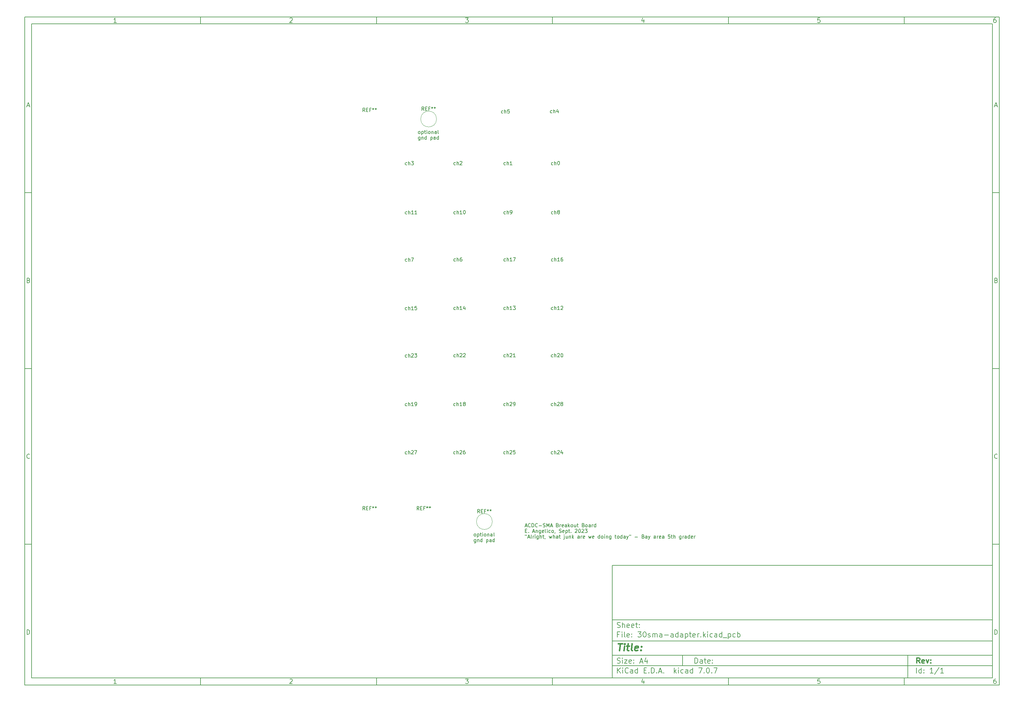
<source format=gbr>
%TF.GenerationSoftware,KiCad,Pcbnew,7.0.7*%
%TF.CreationDate,2023-09-22T00:52:09+02:00*%
%TF.ProjectId,30sma-adapter,3330736d-612d-4616-9461-707465722e6b,rev?*%
%TF.SameCoordinates,Original*%
%TF.FileFunction,Legend,Top*%
%TF.FilePolarity,Positive*%
%FSLAX46Y46*%
G04 Gerber Fmt 4.6, Leading zero omitted, Abs format (unit mm)*
G04 Created by KiCad (PCBNEW 7.0.7) date 2023-09-22 00:52:09*
%MOMM*%
%LPD*%
G01*
G04 APERTURE LIST*
%ADD10C,0.100000*%
%ADD11C,0.150000*%
%ADD12C,0.300000*%
%ADD13C,0.400000*%
%ADD14C,0.120000*%
G04 APERTURE END LIST*
D10*
D11*
X177002200Y-166007200D02*
X285002200Y-166007200D01*
X285002200Y-198007200D01*
X177002200Y-198007200D01*
X177002200Y-166007200D01*
D10*
D11*
X10000000Y-10000000D02*
X287002200Y-10000000D01*
X287002200Y-200007200D01*
X10000000Y-200007200D01*
X10000000Y-10000000D01*
D10*
D11*
X12000000Y-12000000D02*
X285002200Y-12000000D01*
X285002200Y-198007200D01*
X12000000Y-198007200D01*
X12000000Y-12000000D01*
D10*
D11*
X60000000Y-12000000D02*
X60000000Y-10000000D01*
D10*
D11*
X110000000Y-12000000D02*
X110000000Y-10000000D01*
D10*
D11*
X160000000Y-12000000D02*
X160000000Y-10000000D01*
D10*
D11*
X210000000Y-12000000D02*
X210000000Y-10000000D01*
D10*
D11*
X260000000Y-12000000D02*
X260000000Y-10000000D01*
D10*
D11*
X36089160Y-11593604D02*
X35346303Y-11593604D01*
X35717731Y-11593604D02*
X35717731Y-10293604D01*
X35717731Y-10293604D02*
X35593922Y-10479319D01*
X35593922Y-10479319D02*
X35470112Y-10603128D01*
X35470112Y-10603128D02*
X35346303Y-10665033D01*
D10*
D11*
X85346303Y-10417414D02*
X85408207Y-10355509D01*
X85408207Y-10355509D02*
X85532017Y-10293604D01*
X85532017Y-10293604D02*
X85841541Y-10293604D01*
X85841541Y-10293604D02*
X85965350Y-10355509D01*
X85965350Y-10355509D02*
X86027255Y-10417414D01*
X86027255Y-10417414D02*
X86089160Y-10541223D01*
X86089160Y-10541223D02*
X86089160Y-10665033D01*
X86089160Y-10665033D02*
X86027255Y-10850747D01*
X86027255Y-10850747D02*
X85284398Y-11593604D01*
X85284398Y-11593604D02*
X86089160Y-11593604D01*
D10*
D11*
X135284398Y-10293604D02*
X136089160Y-10293604D01*
X136089160Y-10293604D02*
X135655826Y-10788842D01*
X135655826Y-10788842D02*
X135841541Y-10788842D01*
X135841541Y-10788842D02*
X135965350Y-10850747D01*
X135965350Y-10850747D02*
X136027255Y-10912652D01*
X136027255Y-10912652D02*
X136089160Y-11036461D01*
X136089160Y-11036461D02*
X136089160Y-11345985D01*
X136089160Y-11345985D02*
X136027255Y-11469795D01*
X136027255Y-11469795D02*
X135965350Y-11531700D01*
X135965350Y-11531700D02*
X135841541Y-11593604D01*
X135841541Y-11593604D02*
X135470112Y-11593604D01*
X135470112Y-11593604D02*
X135346303Y-11531700D01*
X135346303Y-11531700D02*
X135284398Y-11469795D01*
D10*
D11*
X185965350Y-10726938D02*
X185965350Y-11593604D01*
X185655826Y-10231700D02*
X185346303Y-11160271D01*
X185346303Y-11160271D02*
X186151064Y-11160271D01*
D10*
D11*
X236027255Y-10293604D02*
X235408207Y-10293604D01*
X235408207Y-10293604D02*
X235346303Y-10912652D01*
X235346303Y-10912652D02*
X235408207Y-10850747D01*
X235408207Y-10850747D02*
X235532017Y-10788842D01*
X235532017Y-10788842D02*
X235841541Y-10788842D01*
X235841541Y-10788842D02*
X235965350Y-10850747D01*
X235965350Y-10850747D02*
X236027255Y-10912652D01*
X236027255Y-10912652D02*
X236089160Y-11036461D01*
X236089160Y-11036461D02*
X236089160Y-11345985D01*
X236089160Y-11345985D02*
X236027255Y-11469795D01*
X236027255Y-11469795D02*
X235965350Y-11531700D01*
X235965350Y-11531700D02*
X235841541Y-11593604D01*
X235841541Y-11593604D02*
X235532017Y-11593604D01*
X235532017Y-11593604D02*
X235408207Y-11531700D01*
X235408207Y-11531700D02*
X235346303Y-11469795D01*
D10*
D11*
X285965350Y-10293604D02*
X285717731Y-10293604D01*
X285717731Y-10293604D02*
X285593922Y-10355509D01*
X285593922Y-10355509D02*
X285532017Y-10417414D01*
X285532017Y-10417414D02*
X285408207Y-10603128D01*
X285408207Y-10603128D02*
X285346303Y-10850747D01*
X285346303Y-10850747D02*
X285346303Y-11345985D01*
X285346303Y-11345985D02*
X285408207Y-11469795D01*
X285408207Y-11469795D02*
X285470112Y-11531700D01*
X285470112Y-11531700D02*
X285593922Y-11593604D01*
X285593922Y-11593604D02*
X285841541Y-11593604D01*
X285841541Y-11593604D02*
X285965350Y-11531700D01*
X285965350Y-11531700D02*
X286027255Y-11469795D01*
X286027255Y-11469795D02*
X286089160Y-11345985D01*
X286089160Y-11345985D02*
X286089160Y-11036461D01*
X286089160Y-11036461D02*
X286027255Y-10912652D01*
X286027255Y-10912652D02*
X285965350Y-10850747D01*
X285965350Y-10850747D02*
X285841541Y-10788842D01*
X285841541Y-10788842D02*
X285593922Y-10788842D01*
X285593922Y-10788842D02*
X285470112Y-10850747D01*
X285470112Y-10850747D02*
X285408207Y-10912652D01*
X285408207Y-10912652D02*
X285346303Y-11036461D01*
D10*
D11*
X60000000Y-198007200D02*
X60000000Y-200007200D01*
D10*
D11*
X110000000Y-198007200D02*
X110000000Y-200007200D01*
D10*
D11*
X160000000Y-198007200D02*
X160000000Y-200007200D01*
D10*
D11*
X210000000Y-198007200D02*
X210000000Y-200007200D01*
D10*
D11*
X260000000Y-198007200D02*
X260000000Y-200007200D01*
D10*
D11*
X36089160Y-199600804D02*
X35346303Y-199600804D01*
X35717731Y-199600804D02*
X35717731Y-198300804D01*
X35717731Y-198300804D02*
X35593922Y-198486519D01*
X35593922Y-198486519D02*
X35470112Y-198610328D01*
X35470112Y-198610328D02*
X35346303Y-198672233D01*
D10*
D11*
X85346303Y-198424614D02*
X85408207Y-198362709D01*
X85408207Y-198362709D02*
X85532017Y-198300804D01*
X85532017Y-198300804D02*
X85841541Y-198300804D01*
X85841541Y-198300804D02*
X85965350Y-198362709D01*
X85965350Y-198362709D02*
X86027255Y-198424614D01*
X86027255Y-198424614D02*
X86089160Y-198548423D01*
X86089160Y-198548423D02*
X86089160Y-198672233D01*
X86089160Y-198672233D02*
X86027255Y-198857947D01*
X86027255Y-198857947D02*
X85284398Y-199600804D01*
X85284398Y-199600804D02*
X86089160Y-199600804D01*
D10*
D11*
X135284398Y-198300804D02*
X136089160Y-198300804D01*
X136089160Y-198300804D02*
X135655826Y-198796042D01*
X135655826Y-198796042D02*
X135841541Y-198796042D01*
X135841541Y-198796042D02*
X135965350Y-198857947D01*
X135965350Y-198857947D02*
X136027255Y-198919852D01*
X136027255Y-198919852D02*
X136089160Y-199043661D01*
X136089160Y-199043661D02*
X136089160Y-199353185D01*
X136089160Y-199353185D02*
X136027255Y-199476995D01*
X136027255Y-199476995D02*
X135965350Y-199538900D01*
X135965350Y-199538900D02*
X135841541Y-199600804D01*
X135841541Y-199600804D02*
X135470112Y-199600804D01*
X135470112Y-199600804D02*
X135346303Y-199538900D01*
X135346303Y-199538900D02*
X135284398Y-199476995D01*
D10*
D11*
X185965350Y-198734138D02*
X185965350Y-199600804D01*
X185655826Y-198238900D02*
X185346303Y-199167471D01*
X185346303Y-199167471D02*
X186151064Y-199167471D01*
D10*
D11*
X236027255Y-198300804D02*
X235408207Y-198300804D01*
X235408207Y-198300804D02*
X235346303Y-198919852D01*
X235346303Y-198919852D02*
X235408207Y-198857947D01*
X235408207Y-198857947D02*
X235532017Y-198796042D01*
X235532017Y-198796042D02*
X235841541Y-198796042D01*
X235841541Y-198796042D02*
X235965350Y-198857947D01*
X235965350Y-198857947D02*
X236027255Y-198919852D01*
X236027255Y-198919852D02*
X236089160Y-199043661D01*
X236089160Y-199043661D02*
X236089160Y-199353185D01*
X236089160Y-199353185D02*
X236027255Y-199476995D01*
X236027255Y-199476995D02*
X235965350Y-199538900D01*
X235965350Y-199538900D02*
X235841541Y-199600804D01*
X235841541Y-199600804D02*
X235532017Y-199600804D01*
X235532017Y-199600804D02*
X235408207Y-199538900D01*
X235408207Y-199538900D02*
X235346303Y-199476995D01*
D10*
D11*
X285965350Y-198300804D02*
X285717731Y-198300804D01*
X285717731Y-198300804D02*
X285593922Y-198362709D01*
X285593922Y-198362709D02*
X285532017Y-198424614D01*
X285532017Y-198424614D02*
X285408207Y-198610328D01*
X285408207Y-198610328D02*
X285346303Y-198857947D01*
X285346303Y-198857947D02*
X285346303Y-199353185D01*
X285346303Y-199353185D02*
X285408207Y-199476995D01*
X285408207Y-199476995D02*
X285470112Y-199538900D01*
X285470112Y-199538900D02*
X285593922Y-199600804D01*
X285593922Y-199600804D02*
X285841541Y-199600804D01*
X285841541Y-199600804D02*
X285965350Y-199538900D01*
X285965350Y-199538900D02*
X286027255Y-199476995D01*
X286027255Y-199476995D02*
X286089160Y-199353185D01*
X286089160Y-199353185D02*
X286089160Y-199043661D01*
X286089160Y-199043661D02*
X286027255Y-198919852D01*
X286027255Y-198919852D02*
X285965350Y-198857947D01*
X285965350Y-198857947D02*
X285841541Y-198796042D01*
X285841541Y-198796042D02*
X285593922Y-198796042D01*
X285593922Y-198796042D02*
X285470112Y-198857947D01*
X285470112Y-198857947D02*
X285408207Y-198919852D01*
X285408207Y-198919852D02*
X285346303Y-199043661D01*
D10*
D11*
X10000000Y-60000000D02*
X12000000Y-60000000D01*
D10*
D11*
X10000000Y-110000000D02*
X12000000Y-110000000D01*
D10*
D11*
X10000000Y-160000000D02*
X12000000Y-160000000D01*
D10*
D11*
X10690476Y-35222176D02*
X11309523Y-35222176D01*
X10566666Y-35593604D02*
X10999999Y-34293604D01*
X10999999Y-34293604D02*
X11433333Y-35593604D01*
D10*
D11*
X11092857Y-84912652D02*
X11278571Y-84974557D01*
X11278571Y-84974557D02*
X11340476Y-85036461D01*
X11340476Y-85036461D02*
X11402380Y-85160271D01*
X11402380Y-85160271D02*
X11402380Y-85345985D01*
X11402380Y-85345985D02*
X11340476Y-85469795D01*
X11340476Y-85469795D02*
X11278571Y-85531700D01*
X11278571Y-85531700D02*
X11154761Y-85593604D01*
X11154761Y-85593604D02*
X10659523Y-85593604D01*
X10659523Y-85593604D02*
X10659523Y-84293604D01*
X10659523Y-84293604D02*
X11092857Y-84293604D01*
X11092857Y-84293604D02*
X11216666Y-84355509D01*
X11216666Y-84355509D02*
X11278571Y-84417414D01*
X11278571Y-84417414D02*
X11340476Y-84541223D01*
X11340476Y-84541223D02*
X11340476Y-84665033D01*
X11340476Y-84665033D02*
X11278571Y-84788842D01*
X11278571Y-84788842D02*
X11216666Y-84850747D01*
X11216666Y-84850747D02*
X11092857Y-84912652D01*
X11092857Y-84912652D02*
X10659523Y-84912652D01*
D10*
D11*
X11402380Y-135469795D02*
X11340476Y-135531700D01*
X11340476Y-135531700D02*
X11154761Y-135593604D01*
X11154761Y-135593604D02*
X11030952Y-135593604D01*
X11030952Y-135593604D02*
X10845238Y-135531700D01*
X10845238Y-135531700D02*
X10721428Y-135407890D01*
X10721428Y-135407890D02*
X10659523Y-135284080D01*
X10659523Y-135284080D02*
X10597619Y-135036461D01*
X10597619Y-135036461D02*
X10597619Y-134850747D01*
X10597619Y-134850747D02*
X10659523Y-134603128D01*
X10659523Y-134603128D02*
X10721428Y-134479319D01*
X10721428Y-134479319D02*
X10845238Y-134355509D01*
X10845238Y-134355509D02*
X11030952Y-134293604D01*
X11030952Y-134293604D02*
X11154761Y-134293604D01*
X11154761Y-134293604D02*
X11340476Y-134355509D01*
X11340476Y-134355509D02*
X11402380Y-134417414D01*
D10*
D11*
X10659523Y-185593604D02*
X10659523Y-184293604D01*
X10659523Y-184293604D02*
X10969047Y-184293604D01*
X10969047Y-184293604D02*
X11154761Y-184355509D01*
X11154761Y-184355509D02*
X11278571Y-184479319D01*
X11278571Y-184479319D02*
X11340476Y-184603128D01*
X11340476Y-184603128D02*
X11402380Y-184850747D01*
X11402380Y-184850747D02*
X11402380Y-185036461D01*
X11402380Y-185036461D02*
X11340476Y-185284080D01*
X11340476Y-185284080D02*
X11278571Y-185407890D01*
X11278571Y-185407890D02*
X11154761Y-185531700D01*
X11154761Y-185531700D02*
X10969047Y-185593604D01*
X10969047Y-185593604D02*
X10659523Y-185593604D01*
D10*
D11*
X287002200Y-60000000D02*
X285002200Y-60000000D01*
D10*
D11*
X287002200Y-110000000D02*
X285002200Y-110000000D01*
D10*
D11*
X287002200Y-160000000D02*
X285002200Y-160000000D01*
D10*
D11*
X285692676Y-35222176D02*
X286311723Y-35222176D01*
X285568866Y-35593604D02*
X286002199Y-34293604D01*
X286002199Y-34293604D02*
X286435533Y-35593604D01*
D10*
D11*
X286095057Y-84912652D02*
X286280771Y-84974557D01*
X286280771Y-84974557D02*
X286342676Y-85036461D01*
X286342676Y-85036461D02*
X286404580Y-85160271D01*
X286404580Y-85160271D02*
X286404580Y-85345985D01*
X286404580Y-85345985D02*
X286342676Y-85469795D01*
X286342676Y-85469795D02*
X286280771Y-85531700D01*
X286280771Y-85531700D02*
X286156961Y-85593604D01*
X286156961Y-85593604D02*
X285661723Y-85593604D01*
X285661723Y-85593604D02*
X285661723Y-84293604D01*
X285661723Y-84293604D02*
X286095057Y-84293604D01*
X286095057Y-84293604D02*
X286218866Y-84355509D01*
X286218866Y-84355509D02*
X286280771Y-84417414D01*
X286280771Y-84417414D02*
X286342676Y-84541223D01*
X286342676Y-84541223D02*
X286342676Y-84665033D01*
X286342676Y-84665033D02*
X286280771Y-84788842D01*
X286280771Y-84788842D02*
X286218866Y-84850747D01*
X286218866Y-84850747D02*
X286095057Y-84912652D01*
X286095057Y-84912652D02*
X285661723Y-84912652D01*
D10*
D11*
X286404580Y-135469795D02*
X286342676Y-135531700D01*
X286342676Y-135531700D02*
X286156961Y-135593604D01*
X286156961Y-135593604D02*
X286033152Y-135593604D01*
X286033152Y-135593604D02*
X285847438Y-135531700D01*
X285847438Y-135531700D02*
X285723628Y-135407890D01*
X285723628Y-135407890D02*
X285661723Y-135284080D01*
X285661723Y-135284080D02*
X285599819Y-135036461D01*
X285599819Y-135036461D02*
X285599819Y-134850747D01*
X285599819Y-134850747D02*
X285661723Y-134603128D01*
X285661723Y-134603128D02*
X285723628Y-134479319D01*
X285723628Y-134479319D02*
X285847438Y-134355509D01*
X285847438Y-134355509D02*
X286033152Y-134293604D01*
X286033152Y-134293604D02*
X286156961Y-134293604D01*
X286156961Y-134293604D02*
X286342676Y-134355509D01*
X286342676Y-134355509D02*
X286404580Y-134417414D01*
D10*
D11*
X285661723Y-185593604D02*
X285661723Y-184293604D01*
X285661723Y-184293604D02*
X285971247Y-184293604D01*
X285971247Y-184293604D02*
X286156961Y-184355509D01*
X286156961Y-184355509D02*
X286280771Y-184479319D01*
X286280771Y-184479319D02*
X286342676Y-184603128D01*
X286342676Y-184603128D02*
X286404580Y-184850747D01*
X286404580Y-184850747D02*
X286404580Y-185036461D01*
X286404580Y-185036461D02*
X286342676Y-185284080D01*
X286342676Y-185284080D02*
X286280771Y-185407890D01*
X286280771Y-185407890D02*
X286156961Y-185531700D01*
X286156961Y-185531700D02*
X285971247Y-185593604D01*
X285971247Y-185593604D02*
X285661723Y-185593604D01*
D10*
D11*
X200458026Y-193793328D02*
X200458026Y-192293328D01*
X200458026Y-192293328D02*
X200815169Y-192293328D01*
X200815169Y-192293328D02*
X201029455Y-192364757D01*
X201029455Y-192364757D02*
X201172312Y-192507614D01*
X201172312Y-192507614D02*
X201243741Y-192650471D01*
X201243741Y-192650471D02*
X201315169Y-192936185D01*
X201315169Y-192936185D02*
X201315169Y-193150471D01*
X201315169Y-193150471D02*
X201243741Y-193436185D01*
X201243741Y-193436185D02*
X201172312Y-193579042D01*
X201172312Y-193579042D02*
X201029455Y-193721900D01*
X201029455Y-193721900D02*
X200815169Y-193793328D01*
X200815169Y-193793328D02*
X200458026Y-193793328D01*
X202600884Y-193793328D02*
X202600884Y-193007614D01*
X202600884Y-193007614D02*
X202529455Y-192864757D01*
X202529455Y-192864757D02*
X202386598Y-192793328D01*
X202386598Y-192793328D02*
X202100884Y-192793328D01*
X202100884Y-192793328D02*
X201958026Y-192864757D01*
X202600884Y-193721900D02*
X202458026Y-193793328D01*
X202458026Y-193793328D02*
X202100884Y-193793328D01*
X202100884Y-193793328D02*
X201958026Y-193721900D01*
X201958026Y-193721900D02*
X201886598Y-193579042D01*
X201886598Y-193579042D02*
X201886598Y-193436185D01*
X201886598Y-193436185D02*
X201958026Y-193293328D01*
X201958026Y-193293328D02*
X202100884Y-193221900D01*
X202100884Y-193221900D02*
X202458026Y-193221900D01*
X202458026Y-193221900D02*
X202600884Y-193150471D01*
X203100884Y-192793328D02*
X203672312Y-192793328D01*
X203315169Y-192293328D02*
X203315169Y-193579042D01*
X203315169Y-193579042D02*
X203386598Y-193721900D01*
X203386598Y-193721900D02*
X203529455Y-193793328D01*
X203529455Y-193793328D02*
X203672312Y-193793328D01*
X204743741Y-193721900D02*
X204600884Y-193793328D01*
X204600884Y-193793328D02*
X204315170Y-193793328D01*
X204315170Y-193793328D02*
X204172312Y-193721900D01*
X204172312Y-193721900D02*
X204100884Y-193579042D01*
X204100884Y-193579042D02*
X204100884Y-193007614D01*
X204100884Y-193007614D02*
X204172312Y-192864757D01*
X204172312Y-192864757D02*
X204315170Y-192793328D01*
X204315170Y-192793328D02*
X204600884Y-192793328D01*
X204600884Y-192793328D02*
X204743741Y-192864757D01*
X204743741Y-192864757D02*
X204815170Y-193007614D01*
X204815170Y-193007614D02*
X204815170Y-193150471D01*
X204815170Y-193150471D02*
X204100884Y-193293328D01*
X205458026Y-193650471D02*
X205529455Y-193721900D01*
X205529455Y-193721900D02*
X205458026Y-193793328D01*
X205458026Y-193793328D02*
X205386598Y-193721900D01*
X205386598Y-193721900D02*
X205458026Y-193650471D01*
X205458026Y-193650471D02*
X205458026Y-193793328D01*
X205458026Y-192864757D02*
X205529455Y-192936185D01*
X205529455Y-192936185D02*
X205458026Y-193007614D01*
X205458026Y-193007614D02*
X205386598Y-192936185D01*
X205386598Y-192936185D02*
X205458026Y-192864757D01*
X205458026Y-192864757D02*
X205458026Y-193007614D01*
D10*
D11*
X177002200Y-194507200D02*
X285002200Y-194507200D01*
D10*
D11*
X178458026Y-196593328D02*
X178458026Y-195093328D01*
X179315169Y-196593328D02*
X178672312Y-195736185D01*
X179315169Y-195093328D02*
X178458026Y-195950471D01*
X179958026Y-196593328D02*
X179958026Y-195593328D01*
X179958026Y-195093328D02*
X179886598Y-195164757D01*
X179886598Y-195164757D02*
X179958026Y-195236185D01*
X179958026Y-195236185D02*
X180029455Y-195164757D01*
X180029455Y-195164757D02*
X179958026Y-195093328D01*
X179958026Y-195093328D02*
X179958026Y-195236185D01*
X181529455Y-196450471D02*
X181458027Y-196521900D01*
X181458027Y-196521900D02*
X181243741Y-196593328D01*
X181243741Y-196593328D02*
X181100884Y-196593328D01*
X181100884Y-196593328D02*
X180886598Y-196521900D01*
X180886598Y-196521900D02*
X180743741Y-196379042D01*
X180743741Y-196379042D02*
X180672312Y-196236185D01*
X180672312Y-196236185D02*
X180600884Y-195950471D01*
X180600884Y-195950471D02*
X180600884Y-195736185D01*
X180600884Y-195736185D02*
X180672312Y-195450471D01*
X180672312Y-195450471D02*
X180743741Y-195307614D01*
X180743741Y-195307614D02*
X180886598Y-195164757D01*
X180886598Y-195164757D02*
X181100884Y-195093328D01*
X181100884Y-195093328D02*
X181243741Y-195093328D01*
X181243741Y-195093328D02*
X181458027Y-195164757D01*
X181458027Y-195164757D02*
X181529455Y-195236185D01*
X182815170Y-196593328D02*
X182815170Y-195807614D01*
X182815170Y-195807614D02*
X182743741Y-195664757D01*
X182743741Y-195664757D02*
X182600884Y-195593328D01*
X182600884Y-195593328D02*
X182315170Y-195593328D01*
X182315170Y-195593328D02*
X182172312Y-195664757D01*
X182815170Y-196521900D02*
X182672312Y-196593328D01*
X182672312Y-196593328D02*
X182315170Y-196593328D01*
X182315170Y-196593328D02*
X182172312Y-196521900D01*
X182172312Y-196521900D02*
X182100884Y-196379042D01*
X182100884Y-196379042D02*
X182100884Y-196236185D01*
X182100884Y-196236185D02*
X182172312Y-196093328D01*
X182172312Y-196093328D02*
X182315170Y-196021900D01*
X182315170Y-196021900D02*
X182672312Y-196021900D01*
X182672312Y-196021900D02*
X182815170Y-195950471D01*
X184172313Y-196593328D02*
X184172313Y-195093328D01*
X184172313Y-196521900D02*
X184029455Y-196593328D01*
X184029455Y-196593328D02*
X183743741Y-196593328D01*
X183743741Y-196593328D02*
X183600884Y-196521900D01*
X183600884Y-196521900D02*
X183529455Y-196450471D01*
X183529455Y-196450471D02*
X183458027Y-196307614D01*
X183458027Y-196307614D02*
X183458027Y-195879042D01*
X183458027Y-195879042D02*
X183529455Y-195736185D01*
X183529455Y-195736185D02*
X183600884Y-195664757D01*
X183600884Y-195664757D02*
X183743741Y-195593328D01*
X183743741Y-195593328D02*
X184029455Y-195593328D01*
X184029455Y-195593328D02*
X184172313Y-195664757D01*
X186029455Y-195807614D02*
X186529455Y-195807614D01*
X186743741Y-196593328D02*
X186029455Y-196593328D01*
X186029455Y-196593328D02*
X186029455Y-195093328D01*
X186029455Y-195093328D02*
X186743741Y-195093328D01*
X187386598Y-196450471D02*
X187458027Y-196521900D01*
X187458027Y-196521900D02*
X187386598Y-196593328D01*
X187386598Y-196593328D02*
X187315170Y-196521900D01*
X187315170Y-196521900D02*
X187386598Y-196450471D01*
X187386598Y-196450471D02*
X187386598Y-196593328D01*
X188100884Y-196593328D02*
X188100884Y-195093328D01*
X188100884Y-195093328D02*
X188458027Y-195093328D01*
X188458027Y-195093328D02*
X188672313Y-195164757D01*
X188672313Y-195164757D02*
X188815170Y-195307614D01*
X188815170Y-195307614D02*
X188886599Y-195450471D01*
X188886599Y-195450471D02*
X188958027Y-195736185D01*
X188958027Y-195736185D02*
X188958027Y-195950471D01*
X188958027Y-195950471D02*
X188886599Y-196236185D01*
X188886599Y-196236185D02*
X188815170Y-196379042D01*
X188815170Y-196379042D02*
X188672313Y-196521900D01*
X188672313Y-196521900D02*
X188458027Y-196593328D01*
X188458027Y-196593328D02*
X188100884Y-196593328D01*
X189600884Y-196450471D02*
X189672313Y-196521900D01*
X189672313Y-196521900D02*
X189600884Y-196593328D01*
X189600884Y-196593328D02*
X189529456Y-196521900D01*
X189529456Y-196521900D02*
X189600884Y-196450471D01*
X189600884Y-196450471D02*
X189600884Y-196593328D01*
X190243742Y-196164757D02*
X190958028Y-196164757D01*
X190100885Y-196593328D02*
X190600885Y-195093328D01*
X190600885Y-195093328D02*
X191100885Y-196593328D01*
X191600884Y-196450471D02*
X191672313Y-196521900D01*
X191672313Y-196521900D02*
X191600884Y-196593328D01*
X191600884Y-196593328D02*
X191529456Y-196521900D01*
X191529456Y-196521900D02*
X191600884Y-196450471D01*
X191600884Y-196450471D02*
X191600884Y-196593328D01*
X194600884Y-196593328D02*
X194600884Y-195093328D01*
X194743742Y-196021900D02*
X195172313Y-196593328D01*
X195172313Y-195593328D02*
X194600884Y-196164757D01*
X195815170Y-196593328D02*
X195815170Y-195593328D01*
X195815170Y-195093328D02*
X195743742Y-195164757D01*
X195743742Y-195164757D02*
X195815170Y-195236185D01*
X195815170Y-195236185D02*
X195886599Y-195164757D01*
X195886599Y-195164757D02*
X195815170Y-195093328D01*
X195815170Y-195093328D02*
X195815170Y-195236185D01*
X197172314Y-196521900D02*
X197029456Y-196593328D01*
X197029456Y-196593328D02*
X196743742Y-196593328D01*
X196743742Y-196593328D02*
X196600885Y-196521900D01*
X196600885Y-196521900D02*
X196529456Y-196450471D01*
X196529456Y-196450471D02*
X196458028Y-196307614D01*
X196458028Y-196307614D02*
X196458028Y-195879042D01*
X196458028Y-195879042D02*
X196529456Y-195736185D01*
X196529456Y-195736185D02*
X196600885Y-195664757D01*
X196600885Y-195664757D02*
X196743742Y-195593328D01*
X196743742Y-195593328D02*
X197029456Y-195593328D01*
X197029456Y-195593328D02*
X197172314Y-195664757D01*
X198458028Y-196593328D02*
X198458028Y-195807614D01*
X198458028Y-195807614D02*
X198386599Y-195664757D01*
X198386599Y-195664757D02*
X198243742Y-195593328D01*
X198243742Y-195593328D02*
X197958028Y-195593328D01*
X197958028Y-195593328D02*
X197815170Y-195664757D01*
X198458028Y-196521900D02*
X198315170Y-196593328D01*
X198315170Y-196593328D02*
X197958028Y-196593328D01*
X197958028Y-196593328D02*
X197815170Y-196521900D01*
X197815170Y-196521900D02*
X197743742Y-196379042D01*
X197743742Y-196379042D02*
X197743742Y-196236185D01*
X197743742Y-196236185D02*
X197815170Y-196093328D01*
X197815170Y-196093328D02*
X197958028Y-196021900D01*
X197958028Y-196021900D02*
X198315170Y-196021900D01*
X198315170Y-196021900D02*
X198458028Y-195950471D01*
X199815171Y-196593328D02*
X199815171Y-195093328D01*
X199815171Y-196521900D02*
X199672313Y-196593328D01*
X199672313Y-196593328D02*
X199386599Y-196593328D01*
X199386599Y-196593328D02*
X199243742Y-196521900D01*
X199243742Y-196521900D02*
X199172313Y-196450471D01*
X199172313Y-196450471D02*
X199100885Y-196307614D01*
X199100885Y-196307614D02*
X199100885Y-195879042D01*
X199100885Y-195879042D02*
X199172313Y-195736185D01*
X199172313Y-195736185D02*
X199243742Y-195664757D01*
X199243742Y-195664757D02*
X199386599Y-195593328D01*
X199386599Y-195593328D02*
X199672313Y-195593328D01*
X199672313Y-195593328D02*
X199815171Y-195664757D01*
X201529456Y-195093328D02*
X202529456Y-195093328D01*
X202529456Y-195093328D02*
X201886599Y-196593328D01*
X203100884Y-196450471D02*
X203172313Y-196521900D01*
X203172313Y-196521900D02*
X203100884Y-196593328D01*
X203100884Y-196593328D02*
X203029456Y-196521900D01*
X203029456Y-196521900D02*
X203100884Y-196450471D01*
X203100884Y-196450471D02*
X203100884Y-196593328D01*
X204100885Y-195093328D02*
X204243742Y-195093328D01*
X204243742Y-195093328D02*
X204386599Y-195164757D01*
X204386599Y-195164757D02*
X204458028Y-195236185D01*
X204458028Y-195236185D02*
X204529456Y-195379042D01*
X204529456Y-195379042D02*
X204600885Y-195664757D01*
X204600885Y-195664757D02*
X204600885Y-196021900D01*
X204600885Y-196021900D02*
X204529456Y-196307614D01*
X204529456Y-196307614D02*
X204458028Y-196450471D01*
X204458028Y-196450471D02*
X204386599Y-196521900D01*
X204386599Y-196521900D02*
X204243742Y-196593328D01*
X204243742Y-196593328D02*
X204100885Y-196593328D01*
X204100885Y-196593328D02*
X203958028Y-196521900D01*
X203958028Y-196521900D02*
X203886599Y-196450471D01*
X203886599Y-196450471D02*
X203815170Y-196307614D01*
X203815170Y-196307614D02*
X203743742Y-196021900D01*
X203743742Y-196021900D02*
X203743742Y-195664757D01*
X203743742Y-195664757D02*
X203815170Y-195379042D01*
X203815170Y-195379042D02*
X203886599Y-195236185D01*
X203886599Y-195236185D02*
X203958028Y-195164757D01*
X203958028Y-195164757D02*
X204100885Y-195093328D01*
X205243741Y-196450471D02*
X205315170Y-196521900D01*
X205315170Y-196521900D02*
X205243741Y-196593328D01*
X205243741Y-196593328D02*
X205172313Y-196521900D01*
X205172313Y-196521900D02*
X205243741Y-196450471D01*
X205243741Y-196450471D02*
X205243741Y-196593328D01*
X205815170Y-195093328D02*
X206815170Y-195093328D01*
X206815170Y-195093328D02*
X206172313Y-196593328D01*
D10*
D11*
X177002200Y-191507200D02*
X285002200Y-191507200D01*
D10*
D12*
X264413853Y-193785528D02*
X263913853Y-193071242D01*
X263556710Y-193785528D02*
X263556710Y-192285528D01*
X263556710Y-192285528D02*
X264128139Y-192285528D01*
X264128139Y-192285528D02*
X264270996Y-192356957D01*
X264270996Y-192356957D02*
X264342425Y-192428385D01*
X264342425Y-192428385D02*
X264413853Y-192571242D01*
X264413853Y-192571242D02*
X264413853Y-192785528D01*
X264413853Y-192785528D02*
X264342425Y-192928385D01*
X264342425Y-192928385D02*
X264270996Y-192999814D01*
X264270996Y-192999814D02*
X264128139Y-193071242D01*
X264128139Y-193071242D02*
X263556710Y-193071242D01*
X265628139Y-193714100D02*
X265485282Y-193785528D01*
X265485282Y-193785528D02*
X265199568Y-193785528D01*
X265199568Y-193785528D02*
X265056710Y-193714100D01*
X265056710Y-193714100D02*
X264985282Y-193571242D01*
X264985282Y-193571242D02*
X264985282Y-192999814D01*
X264985282Y-192999814D02*
X265056710Y-192856957D01*
X265056710Y-192856957D02*
X265199568Y-192785528D01*
X265199568Y-192785528D02*
X265485282Y-192785528D01*
X265485282Y-192785528D02*
X265628139Y-192856957D01*
X265628139Y-192856957D02*
X265699568Y-192999814D01*
X265699568Y-192999814D02*
X265699568Y-193142671D01*
X265699568Y-193142671D02*
X264985282Y-193285528D01*
X266199567Y-192785528D02*
X266556710Y-193785528D01*
X266556710Y-193785528D02*
X266913853Y-192785528D01*
X267485281Y-193642671D02*
X267556710Y-193714100D01*
X267556710Y-193714100D02*
X267485281Y-193785528D01*
X267485281Y-193785528D02*
X267413853Y-193714100D01*
X267413853Y-193714100D02*
X267485281Y-193642671D01*
X267485281Y-193642671D02*
X267485281Y-193785528D01*
X267485281Y-192856957D02*
X267556710Y-192928385D01*
X267556710Y-192928385D02*
X267485281Y-192999814D01*
X267485281Y-192999814D02*
X267413853Y-192928385D01*
X267413853Y-192928385D02*
X267485281Y-192856957D01*
X267485281Y-192856957D02*
X267485281Y-192999814D01*
D10*
D11*
X178386598Y-193721900D02*
X178600884Y-193793328D01*
X178600884Y-193793328D02*
X178958026Y-193793328D01*
X178958026Y-193793328D02*
X179100884Y-193721900D01*
X179100884Y-193721900D02*
X179172312Y-193650471D01*
X179172312Y-193650471D02*
X179243741Y-193507614D01*
X179243741Y-193507614D02*
X179243741Y-193364757D01*
X179243741Y-193364757D02*
X179172312Y-193221900D01*
X179172312Y-193221900D02*
X179100884Y-193150471D01*
X179100884Y-193150471D02*
X178958026Y-193079042D01*
X178958026Y-193079042D02*
X178672312Y-193007614D01*
X178672312Y-193007614D02*
X178529455Y-192936185D01*
X178529455Y-192936185D02*
X178458026Y-192864757D01*
X178458026Y-192864757D02*
X178386598Y-192721900D01*
X178386598Y-192721900D02*
X178386598Y-192579042D01*
X178386598Y-192579042D02*
X178458026Y-192436185D01*
X178458026Y-192436185D02*
X178529455Y-192364757D01*
X178529455Y-192364757D02*
X178672312Y-192293328D01*
X178672312Y-192293328D02*
X179029455Y-192293328D01*
X179029455Y-192293328D02*
X179243741Y-192364757D01*
X179886597Y-193793328D02*
X179886597Y-192793328D01*
X179886597Y-192293328D02*
X179815169Y-192364757D01*
X179815169Y-192364757D02*
X179886597Y-192436185D01*
X179886597Y-192436185D02*
X179958026Y-192364757D01*
X179958026Y-192364757D02*
X179886597Y-192293328D01*
X179886597Y-192293328D02*
X179886597Y-192436185D01*
X180458026Y-192793328D02*
X181243741Y-192793328D01*
X181243741Y-192793328D02*
X180458026Y-193793328D01*
X180458026Y-193793328D02*
X181243741Y-193793328D01*
X182386598Y-193721900D02*
X182243741Y-193793328D01*
X182243741Y-193793328D02*
X181958027Y-193793328D01*
X181958027Y-193793328D02*
X181815169Y-193721900D01*
X181815169Y-193721900D02*
X181743741Y-193579042D01*
X181743741Y-193579042D02*
X181743741Y-193007614D01*
X181743741Y-193007614D02*
X181815169Y-192864757D01*
X181815169Y-192864757D02*
X181958027Y-192793328D01*
X181958027Y-192793328D02*
X182243741Y-192793328D01*
X182243741Y-192793328D02*
X182386598Y-192864757D01*
X182386598Y-192864757D02*
X182458027Y-193007614D01*
X182458027Y-193007614D02*
X182458027Y-193150471D01*
X182458027Y-193150471D02*
X181743741Y-193293328D01*
X183100883Y-193650471D02*
X183172312Y-193721900D01*
X183172312Y-193721900D02*
X183100883Y-193793328D01*
X183100883Y-193793328D02*
X183029455Y-193721900D01*
X183029455Y-193721900D02*
X183100883Y-193650471D01*
X183100883Y-193650471D02*
X183100883Y-193793328D01*
X183100883Y-192864757D02*
X183172312Y-192936185D01*
X183172312Y-192936185D02*
X183100883Y-193007614D01*
X183100883Y-193007614D02*
X183029455Y-192936185D01*
X183029455Y-192936185D02*
X183100883Y-192864757D01*
X183100883Y-192864757D02*
X183100883Y-193007614D01*
X184886598Y-193364757D02*
X185600884Y-193364757D01*
X184743741Y-193793328D02*
X185243741Y-192293328D01*
X185243741Y-192293328D02*
X185743741Y-193793328D01*
X186886598Y-192793328D02*
X186886598Y-193793328D01*
X186529455Y-192221900D02*
X186172312Y-193293328D01*
X186172312Y-193293328D02*
X187100883Y-193293328D01*
D10*
D11*
X263458026Y-196593328D02*
X263458026Y-195093328D01*
X264815170Y-196593328D02*
X264815170Y-195093328D01*
X264815170Y-196521900D02*
X264672312Y-196593328D01*
X264672312Y-196593328D02*
X264386598Y-196593328D01*
X264386598Y-196593328D02*
X264243741Y-196521900D01*
X264243741Y-196521900D02*
X264172312Y-196450471D01*
X264172312Y-196450471D02*
X264100884Y-196307614D01*
X264100884Y-196307614D02*
X264100884Y-195879042D01*
X264100884Y-195879042D02*
X264172312Y-195736185D01*
X264172312Y-195736185D02*
X264243741Y-195664757D01*
X264243741Y-195664757D02*
X264386598Y-195593328D01*
X264386598Y-195593328D02*
X264672312Y-195593328D01*
X264672312Y-195593328D02*
X264815170Y-195664757D01*
X265529455Y-196450471D02*
X265600884Y-196521900D01*
X265600884Y-196521900D02*
X265529455Y-196593328D01*
X265529455Y-196593328D02*
X265458027Y-196521900D01*
X265458027Y-196521900D02*
X265529455Y-196450471D01*
X265529455Y-196450471D02*
X265529455Y-196593328D01*
X265529455Y-195664757D02*
X265600884Y-195736185D01*
X265600884Y-195736185D02*
X265529455Y-195807614D01*
X265529455Y-195807614D02*
X265458027Y-195736185D01*
X265458027Y-195736185D02*
X265529455Y-195664757D01*
X265529455Y-195664757D02*
X265529455Y-195807614D01*
X268172313Y-196593328D02*
X267315170Y-196593328D01*
X267743741Y-196593328D02*
X267743741Y-195093328D01*
X267743741Y-195093328D02*
X267600884Y-195307614D01*
X267600884Y-195307614D02*
X267458027Y-195450471D01*
X267458027Y-195450471D02*
X267315170Y-195521900D01*
X269886598Y-195021900D02*
X268600884Y-196950471D01*
X271172313Y-196593328D02*
X270315170Y-196593328D01*
X270743741Y-196593328D02*
X270743741Y-195093328D01*
X270743741Y-195093328D02*
X270600884Y-195307614D01*
X270600884Y-195307614D02*
X270458027Y-195450471D01*
X270458027Y-195450471D02*
X270315170Y-195521900D01*
D10*
D11*
X177002200Y-187507200D02*
X285002200Y-187507200D01*
D10*
D13*
X178693928Y-188211638D02*
X179836785Y-188211638D01*
X179015357Y-190211638D02*
X179265357Y-188211638D01*
X180253452Y-190211638D02*
X180420119Y-188878304D01*
X180503452Y-188211638D02*
X180396309Y-188306876D01*
X180396309Y-188306876D02*
X180479643Y-188402114D01*
X180479643Y-188402114D02*
X180586786Y-188306876D01*
X180586786Y-188306876D02*
X180503452Y-188211638D01*
X180503452Y-188211638D02*
X180479643Y-188402114D01*
X181086786Y-188878304D02*
X181848690Y-188878304D01*
X181455833Y-188211638D02*
X181241548Y-189925923D01*
X181241548Y-189925923D02*
X181312976Y-190116400D01*
X181312976Y-190116400D02*
X181491548Y-190211638D01*
X181491548Y-190211638D02*
X181682024Y-190211638D01*
X182634405Y-190211638D02*
X182455833Y-190116400D01*
X182455833Y-190116400D02*
X182384405Y-189925923D01*
X182384405Y-189925923D02*
X182598690Y-188211638D01*
X184170119Y-190116400D02*
X183967738Y-190211638D01*
X183967738Y-190211638D02*
X183586785Y-190211638D01*
X183586785Y-190211638D02*
X183408214Y-190116400D01*
X183408214Y-190116400D02*
X183336785Y-189925923D01*
X183336785Y-189925923D02*
X183432024Y-189164019D01*
X183432024Y-189164019D02*
X183551071Y-188973542D01*
X183551071Y-188973542D02*
X183753452Y-188878304D01*
X183753452Y-188878304D02*
X184134404Y-188878304D01*
X184134404Y-188878304D02*
X184312976Y-188973542D01*
X184312976Y-188973542D02*
X184384404Y-189164019D01*
X184384404Y-189164019D02*
X184360595Y-189354495D01*
X184360595Y-189354495D02*
X183384404Y-189544971D01*
X185134405Y-190021161D02*
X185217738Y-190116400D01*
X185217738Y-190116400D02*
X185110595Y-190211638D01*
X185110595Y-190211638D02*
X185027262Y-190116400D01*
X185027262Y-190116400D02*
X185134405Y-190021161D01*
X185134405Y-190021161D02*
X185110595Y-190211638D01*
X185265357Y-188973542D02*
X185348690Y-189068780D01*
X185348690Y-189068780D02*
X185241548Y-189164019D01*
X185241548Y-189164019D02*
X185158214Y-189068780D01*
X185158214Y-189068780D02*
X185265357Y-188973542D01*
X185265357Y-188973542D02*
X185241548Y-189164019D01*
D10*
D11*
X178958026Y-185607614D02*
X178458026Y-185607614D01*
X178458026Y-186393328D02*
X178458026Y-184893328D01*
X178458026Y-184893328D02*
X179172312Y-184893328D01*
X179743740Y-186393328D02*
X179743740Y-185393328D01*
X179743740Y-184893328D02*
X179672312Y-184964757D01*
X179672312Y-184964757D02*
X179743740Y-185036185D01*
X179743740Y-185036185D02*
X179815169Y-184964757D01*
X179815169Y-184964757D02*
X179743740Y-184893328D01*
X179743740Y-184893328D02*
X179743740Y-185036185D01*
X180672312Y-186393328D02*
X180529455Y-186321900D01*
X180529455Y-186321900D02*
X180458026Y-186179042D01*
X180458026Y-186179042D02*
X180458026Y-184893328D01*
X181815169Y-186321900D02*
X181672312Y-186393328D01*
X181672312Y-186393328D02*
X181386598Y-186393328D01*
X181386598Y-186393328D02*
X181243740Y-186321900D01*
X181243740Y-186321900D02*
X181172312Y-186179042D01*
X181172312Y-186179042D02*
X181172312Y-185607614D01*
X181172312Y-185607614D02*
X181243740Y-185464757D01*
X181243740Y-185464757D02*
X181386598Y-185393328D01*
X181386598Y-185393328D02*
X181672312Y-185393328D01*
X181672312Y-185393328D02*
X181815169Y-185464757D01*
X181815169Y-185464757D02*
X181886598Y-185607614D01*
X181886598Y-185607614D02*
X181886598Y-185750471D01*
X181886598Y-185750471D02*
X181172312Y-185893328D01*
X182529454Y-186250471D02*
X182600883Y-186321900D01*
X182600883Y-186321900D02*
X182529454Y-186393328D01*
X182529454Y-186393328D02*
X182458026Y-186321900D01*
X182458026Y-186321900D02*
X182529454Y-186250471D01*
X182529454Y-186250471D02*
X182529454Y-186393328D01*
X182529454Y-185464757D02*
X182600883Y-185536185D01*
X182600883Y-185536185D02*
X182529454Y-185607614D01*
X182529454Y-185607614D02*
X182458026Y-185536185D01*
X182458026Y-185536185D02*
X182529454Y-185464757D01*
X182529454Y-185464757D02*
X182529454Y-185607614D01*
X184243740Y-184893328D02*
X185172312Y-184893328D01*
X185172312Y-184893328D02*
X184672312Y-185464757D01*
X184672312Y-185464757D02*
X184886597Y-185464757D01*
X184886597Y-185464757D02*
X185029455Y-185536185D01*
X185029455Y-185536185D02*
X185100883Y-185607614D01*
X185100883Y-185607614D02*
X185172312Y-185750471D01*
X185172312Y-185750471D02*
X185172312Y-186107614D01*
X185172312Y-186107614D02*
X185100883Y-186250471D01*
X185100883Y-186250471D02*
X185029455Y-186321900D01*
X185029455Y-186321900D02*
X184886597Y-186393328D01*
X184886597Y-186393328D02*
X184458026Y-186393328D01*
X184458026Y-186393328D02*
X184315169Y-186321900D01*
X184315169Y-186321900D02*
X184243740Y-186250471D01*
X186100883Y-184893328D02*
X186243740Y-184893328D01*
X186243740Y-184893328D02*
X186386597Y-184964757D01*
X186386597Y-184964757D02*
X186458026Y-185036185D01*
X186458026Y-185036185D02*
X186529454Y-185179042D01*
X186529454Y-185179042D02*
X186600883Y-185464757D01*
X186600883Y-185464757D02*
X186600883Y-185821900D01*
X186600883Y-185821900D02*
X186529454Y-186107614D01*
X186529454Y-186107614D02*
X186458026Y-186250471D01*
X186458026Y-186250471D02*
X186386597Y-186321900D01*
X186386597Y-186321900D02*
X186243740Y-186393328D01*
X186243740Y-186393328D02*
X186100883Y-186393328D01*
X186100883Y-186393328D02*
X185958026Y-186321900D01*
X185958026Y-186321900D02*
X185886597Y-186250471D01*
X185886597Y-186250471D02*
X185815168Y-186107614D01*
X185815168Y-186107614D02*
X185743740Y-185821900D01*
X185743740Y-185821900D02*
X185743740Y-185464757D01*
X185743740Y-185464757D02*
X185815168Y-185179042D01*
X185815168Y-185179042D02*
X185886597Y-185036185D01*
X185886597Y-185036185D02*
X185958026Y-184964757D01*
X185958026Y-184964757D02*
X186100883Y-184893328D01*
X187172311Y-186321900D02*
X187315168Y-186393328D01*
X187315168Y-186393328D02*
X187600882Y-186393328D01*
X187600882Y-186393328D02*
X187743739Y-186321900D01*
X187743739Y-186321900D02*
X187815168Y-186179042D01*
X187815168Y-186179042D02*
X187815168Y-186107614D01*
X187815168Y-186107614D02*
X187743739Y-185964757D01*
X187743739Y-185964757D02*
X187600882Y-185893328D01*
X187600882Y-185893328D02*
X187386597Y-185893328D01*
X187386597Y-185893328D02*
X187243739Y-185821900D01*
X187243739Y-185821900D02*
X187172311Y-185679042D01*
X187172311Y-185679042D02*
X187172311Y-185607614D01*
X187172311Y-185607614D02*
X187243739Y-185464757D01*
X187243739Y-185464757D02*
X187386597Y-185393328D01*
X187386597Y-185393328D02*
X187600882Y-185393328D01*
X187600882Y-185393328D02*
X187743739Y-185464757D01*
X188458025Y-186393328D02*
X188458025Y-185393328D01*
X188458025Y-185536185D02*
X188529454Y-185464757D01*
X188529454Y-185464757D02*
X188672311Y-185393328D01*
X188672311Y-185393328D02*
X188886597Y-185393328D01*
X188886597Y-185393328D02*
X189029454Y-185464757D01*
X189029454Y-185464757D02*
X189100883Y-185607614D01*
X189100883Y-185607614D02*
X189100883Y-186393328D01*
X189100883Y-185607614D02*
X189172311Y-185464757D01*
X189172311Y-185464757D02*
X189315168Y-185393328D01*
X189315168Y-185393328D02*
X189529454Y-185393328D01*
X189529454Y-185393328D02*
X189672311Y-185464757D01*
X189672311Y-185464757D02*
X189743740Y-185607614D01*
X189743740Y-185607614D02*
X189743740Y-186393328D01*
X191100883Y-186393328D02*
X191100883Y-185607614D01*
X191100883Y-185607614D02*
X191029454Y-185464757D01*
X191029454Y-185464757D02*
X190886597Y-185393328D01*
X190886597Y-185393328D02*
X190600883Y-185393328D01*
X190600883Y-185393328D02*
X190458025Y-185464757D01*
X191100883Y-186321900D02*
X190958025Y-186393328D01*
X190958025Y-186393328D02*
X190600883Y-186393328D01*
X190600883Y-186393328D02*
X190458025Y-186321900D01*
X190458025Y-186321900D02*
X190386597Y-186179042D01*
X190386597Y-186179042D02*
X190386597Y-186036185D01*
X190386597Y-186036185D02*
X190458025Y-185893328D01*
X190458025Y-185893328D02*
X190600883Y-185821900D01*
X190600883Y-185821900D02*
X190958025Y-185821900D01*
X190958025Y-185821900D02*
X191100883Y-185750471D01*
X191815168Y-185821900D02*
X192958026Y-185821900D01*
X194315169Y-186393328D02*
X194315169Y-185607614D01*
X194315169Y-185607614D02*
X194243740Y-185464757D01*
X194243740Y-185464757D02*
X194100883Y-185393328D01*
X194100883Y-185393328D02*
X193815169Y-185393328D01*
X193815169Y-185393328D02*
X193672311Y-185464757D01*
X194315169Y-186321900D02*
X194172311Y-186393328D01*
X194172311Y-186393328D02*
X193815169Y-186393328D01*
X193815169Y-186393328D02*
X193672311Y-186321900D01*
X193672311Y-186321900D02*
X193600883Y-186179042D01*
X193600883Y-186179042D02*
X193600883Y-186036185D01*
X193600883Y-186036185D02*
X193672311Y-185893328D01*
X193672311Y-185893328D02*
X193815169Y-185821900D01*
X193815169Y-185821900D02*
X194172311Y-185821900D01*
X194172311Y-185821900D02*
X194315169Y-185750471D01*
X195672312Y-186393328D02*
X195672312Y-184893328D01*
X195672312Y-186321900D02*
X195529454Y-186393328D01*
X195529454Y-186393328D02*
X195243740Y-186393328D01*
X195243740Y-186393328D02*
X195100883Y-186321900D01*
X195100883Y-186321900D02*
X195029454Y-186250471D01*
X195029454Y-186250471D02*
X194958026Y-186107614D01*
X194958026Y-186107614D02*
X194958026Y-185679042D01*
X194958026Y-185679042D02*
X195029454Y-185536185D01*
X195029454Y-185536185D02*
X195100883Y-185464757D01*
X195100883Y-185464757D02*
X195243740Y-185393328D01*
X195243740Y-185393328D02*
X195529454Y-185393328D01*
X195529454Y-185393328D02*
X195672312Y-185464757D01*
X197029455Y-186393328D02*
X197029455Y-185607614D01*
X197029455Y-185607614D02*
X196958026Y-185464757D01*
X196958026Y-185464757D02*
X196815169Y-185393328D01*
X196815169Y-185393328D02*
X196529455Y-185393328D01*
X196529455Y-185393328D02*
X196386597Y-185464757D01*
X197029455Y-186321900D02*
X196886597Y-186393328D01*
X196886597Y-186393328D02*
X196529455Y-186393328D01*
X196529455Y-186393328D02*
X196386597Y-186321900D01*
X196386597Y-186321900D02*
X196315169Y-186179042D01*
X196315169Y-186179042D02*
X196315169Y-186036185D01*
X196315169Y-186036185D02*
X196386597Y-185893328D01*
X196386597Y-185893328D02*
X196529455Y-185821900D01*
X196529455Y-185821900D02*
X196886597Y-185821900D01*
X196886597Y-185821900D02*
X197029455Y-185750471D01*
X197743740Y-185393328D02*
X197743740Y-186893328D01*
X197743740Y-185464757D02*
X197886598Y-185393328D01*
X197886598Y-185393328D02*
X198172312Y-185393328D01*
X198172312Y-185393328D02*
X198315169Y-185464757D01*
X198315169Y-185464757D02*
X198386598Y-185536185D01*
X198386598Y-185536185D02*
X198458026Y-185679042D01*
X198458026Y-185679042D02*
X198458026Y-186107614D01*
X198458026Y-186107614D02*
X198386598Y-186250471D01*
X198386598Y-186250471D02*
X198315169Y-186321900D01*
X198315169Y-186321900D02*
X198172312Y-186393328D01*
X198172312Y-186393328D02*
X197886598Y-186393328D01*
X197886598Y-186393328D02*
X197743740Y-186321900D01*
X198886598Y-185393328D02*
X199458026Y-185393328D01*
X199100883Y-184893328D02*
X199100883Y-186179042D01*
X199100883Y-186179042D02*
X199172312Y-186321900D01*
X199172312Y-186321900D02*
X199315169Y-186393328D01*
X199315169Y-186393328D02*
X199458026Y-186393328D01*
X200529455Y-186321900D02*
X200386598Y-186393328D01*
X200386598Y-186393328D02*
X200100884Y-186393328D01*
X200100884Y-186393328D02*
X199958026Y-186321900D01*
X199958026Y-186321900D02*
X199886598Y-186179042D01*
X199886598Y-186179042D02*
X199886598Y-185607614D01*
X199886598Y-185607614D02*
X199958026Y-185464757D01*
X199958026Y-185464757D02*
X200100884Y-185393328D01*
X200100884Y-185393328D02*
X200386598Y-185393328D01*
X200386598Y-185393328D02*
X200529455Y-185464757D01*
X200529455Y-185464757D02*
X200600884Y-185607614D01*
X200600884Y-185607614D02*
X200600884Y-185750471D01*
X200600884Y-185750471D02*
X199886598Y-185893328D01*
X201243740Y-186393328D02*
X201243740Y-185393328D01*
X201243740Y-185679042D02*
X201315169Y-185536185D01*
X201315169Y-185536185D02*
X201386598Y-185464757D01*
X201386598Y-185464757D02*
X201529455Y-185393328D01*
X201529455Y-185393328D02*
X201672312Y-185393328D01*
X202172311Y-186250471D02*
X202243740Y-186321900D01*
X202243740Y-186321900D02*
X202172311Y-186393328D01*
X202172311Y-186393328D02*
X202100883Y-186321900D01*
X202100883Y-186321900D02*
X202172311Y-186250471D01*
X202172311Y-186250471D02*
X202172311Y-186393328D01*
X202886597Y-186393328D02*
X202886597Y-184893328D01*
X203029455Y-185821900D02*
X203458026Y-186393328D01*
X203458026Y-185393328D02*
X202886597Y-185964757D01*
X204100883Y-186393328D02*
X204100883Y-185393328D01*
X204100883Y-184893328D02*
X204029455Y-184964757D01*
X204029455Y-184964757D02*
X204100883Y-185036185D01*
X204100883Y-185036185D02*
X204172312Y-184964757D01*
X204172312Y-184964757D02*
X204100883Y-184893328D01*
X204100883Y-184893328D02*
X204100883Y-185036185D01*
X205458027Y-186321900D02*
X205315169Y-186393328D01*
X205315169Y-186393328D02*
X205029455Y-186393328D01*
X205029455Y-186393328D02*
X204886598Y-186321900D01*
X204886598Y-186321900D02*
X204815169Y-186250471D01*
X204815169Y-186250471D02*
X204743741Y-186107614D01*
X204743741Y-186107614D02*
X204743741Y-185679042D01*
X204743741Y-185679042D02*
X204815169Y-185536185D01*
X204815169Y-185536185D02*
X204886598Y-185464757D01*
X204886598Y-185464757D02*
X205029455Y-185393328D01*
X205029455Y-185393328D02*
X205315169Y-185393328D01*
X205315169Y-185393328D02*
X205458027Y-185464757D01*
X206743741Y-186393328D02*
X206743741Y-185607614D01*
X206743741Y-185607614D02*
X206672312Y-185464757D01*
X206672312Y-185464757D02*
X206529455Y-185393328D01*
X206529455Y-185393328D02*
X206243741Y-185393328D01*
X206243741Y-185393328D02*
X206100883Y-185464757D01*
X206743741Y-186321900D02*
X206600883Y-186393328D01*
X206600883Y-186393328D02*
X206243741Y-186393328D01*
X206243741Y-186393328D02*
X206100883Y-186321900D01*
X206100883Y-186321900D02*
X206029455Y-186179042D01*
X206029455Y-186179042D02*
X206029455Y-186036185D01*
X206029455Y-186036185D02*
X206100883Y-185893328D01*
X206100883Y-185893328D02*
X206243741Y-185821900D01*
X206243741Y-185821900D02*
X206600883Y-185821900D01*
X206600883Y-185821900D02*
X206743741Y-185750471D01*
X208100884Y-186393328D02*
X208100884Y-184893328D01*
X208100884Y-186321900D02*
X207958026Y-186393328D01*
X207958026Y-186393328D02*
X207672312Y-186393328D01*
X207672312Y-186393328D02*
X207529455Y-186321900D01*
X207529455Y-186321900D02*
X207458026Y-186250471D01*
X207458026Y-186250471D02*
X207386598Y-186107614D01*
X207386598Y-186107614D02*
X207386598Y-185679042D01*
X207386598Y-185679042D02*
X207458026Y-185536185D01*
X207458026Y-185536185D02*
X207529455Y-185464757D01*
X207529455Y-185464757D02*
X207672312Y-185393328D01*
X207672312Y-185393328D02*
X207958026Y-185393328D01*
X207958026Y-185393328D02*
X208100884Y-185464757D01*
X208458027Y-186536185D02*
X209600884Y-186536185D01*
X209958026Y-185393328D02*
X209958026Y-186893328D01*
X209958026Y-185464757D02*
X210100884Y-185393328D01*
X210100884Y-185393328D02*
X210386598Y-185393328D01*
X210386598Y-185393328D02*
X210529455Y-185464757D01*
X210529455Y-185464757D02*
X210600884Y-185536185D01*
X210600884Y-185536185D02*
X210672312Y-185679042D01*
X210672312Y-185679042D02*
X210672312Y-186107614D01*
X210672312Y-186107614D02*
X210600884Y-186250471D01*
X210600884Y-186250471D02*
X210529455Y-186321900D01*
X210529455Y-186321900D02*
X210386598Y-186393328D01*
X210386598Y-186393328D02*
X210100884Y-186393328D01*
X210100884Y-186393328D02*
X209958026Y-186321900D01*
X211958027Y-186321900D02*
X211815169Y-186393328D01*
X211815169Y-186393328D02*
X211529455Y-186393328D01*
X211529455Y-186393328D02*
X211386598Y-186321900D01*
X211386598Y-186321900D02*
X211315169Y-186250471D01*
X211315169Y-186250471D02*
X211243741Y-186107614D01*
X211243741Y-186107614D02*
X211243741Y-185679042D01*
X211243741Y-185679042D02*
X211315169Y-185536185D01*
X211315169Y-185536185D02*
X211386598Y-185464757D01*
X211386598Y-185464757D02*
X211529455Y-185393328D01*
X211529455Y-185393328D02*
X211815169Y-185393328D01*
X211815169Y-185393328D02*
X211958027Y-185464757D01*
X212600883Y-186393328D02*
X212600883Y-184893328D01*
X212600883Y-185464757D02*
X212743741Y-185393328D01*
X212743741Y-185393328D02*
X213029455Y-185393328D01*
X213029455Y-185393328D02*
X213172312Y-185464757D01*
X213172312Y-185464757D02*
X213243741Y-185536185D01*
X213243741Y-185536185D02*
X213315169Y-185679042D01*
X213315169Y-185679042D02*
X213315169Y-186107614D01*
X213315169Y-186107614D02*
X213243741Y-186250471D01*
X213243741Y-186250471D02*
X213172312Y-186321900D01*
X213172312Y-186321900D02*
X213029455Y-186393328D01*
X213029455Y-186393328D02*
X212743741Y-186393328D01*
X212743741Y-186393328D02*
X212600883Y-186321900D01*
D10*
D11*
X177002200Y-181507200D02*
X285002200Y-181507200D01*
D10*
D11*
X178386598Y-183621900D02*
X178600884Y-183693328D01*
X178600884Y-183693328D02*
X178958026Y-183693328D01*
X178958026Y-183693328D02*
X179100884Y-183621900D01*
X179100884Y-183621900D02*
X179172312Y-183550471D01*
X179172312Y-183550471D02*
X179243741Y-183407614D01*
X179243741Y-183407614D02*
X179243741Y-183264757D01*
X179243741Y-183264757D02*
X179172312Y-183121900D01*
X179172312Y-183121900D02*
X179100884Y-183050471D01*
X179100884Y-183050471D02*
X178958026Y-182979042D01*
X178958026Y-182979042D02*
X178672312Y-182907614D01*
X178672312Y-182907614D02*
X178529455Y-182836185D01*
X178529455Y-182836185D02*
X178458026Y-182764757D01*
X178458026Y-182764757D02*
X178386598Y-182621900D01*
X178386598Y-182621900D02*
X178386598Y-182479042D01*
X178386598Y-182479042D02*
X178458026Y-182336185D01*
X178458026Y-182336185D02*
X178529455Y-182264757D01*
X178529455Y-182264757D02*
X178672312Y-182193328D01*
X178672312Y-182193328D02*
X179029455Y-182193328D01*
X179029455Y-182193328D02*
X179243741Y-182264757D01*
X179886597Y-183693328D02*
X179886597Y-182193328D01*
X180529455Y-183693328D02*
X180529455Y-182907614D01*
X180529455Y-182907614D02*
X180458026Y-182764757D01*
X180458026Y-182764757D02*
X180315169Y-182693328D01*
X180315169Y-182693328D02*
X180100883Y-182693328D01*
X180100883Y-182693328D02*
X179958026Y-182764757D01*
X179958026Y-182764757D02*
X179886597Y-182836185D01*
X181815169Y-183621900D02*
X181672312Y-183693328D01*
X181672312Y-183693328D02*
X181386598Y-183693328D01*
X181386598Y-183693328D02*
X181243740Y-183621900D01*
X181243740Y-183621900D02*
X181172312Y-183479042D01*
X181172312Y-183479042D02*
X181172312Y-182907614D01*
X181172312Y-182907614D02*
X181243740Y-182764757D01*
X181243740Y-182764757D02*
X181386598Y-182693328D01*
X181386598Y-182693328D02*
X181672312Y-182693328D01*
X181672312Y-182693328D02*
X181815169Y-182764757D01*
X181815169Y-182764757D02*
X181886598Y-182907614D01*
X181886598Y-182907614D02*
X181886598Y-183050471D01*
X181886598Y-183050471D02*
X181172312Y-183193328D01*
X183100883Y-183621900D02*
X182958026Y-183693328D01*
X182958026Y-183693328D02*
X182672312Y-183693328D01*
X182672312Y-183693328D02*
X182529454Y-183621900D01*
X182529454Y-183621900D02*
X182458026Y-183479042D01*
X182458026Y-183479042D02*
X182458026Y-182907614D01*
X182458026Y-182907614D02*
X182529454Y-182764757D01*
X182529454Y-182764757D02*
X182672312Y-182693328D01*
X182672312Y-182693328D02*
X182958026Y-182693328D01*
X182958026Y-182693328D02*
X183100883Y-182764757D01*
X183100883Y-182764757D02*
X183172312Y-182907614D01*
X183172312Y-182907614D02*
X183172312Y-183050471D01*
X183172312Y-183050471D02*
X182458026Y-183193328D01*
X183600883Y-182693328D02*
X184172311Y-182693328D01*
X183815168Y-182193328D02*
X183815168Y-183479042D01*
X183815168Y-183479042D02*
X183886597Y-183621900D01*
X183886597Y-183621900D02*
X184029454Y-183693328D01*
X184029454Y-183693328D02*
X184172311Y-183693328D01*
X184672311Y-183550471D02*
X184743740Y-183621900D01*
X184743740Y-183621900D02*
X184672311Y-183693328D01*
X184672311Y-183693328D02*
X184600883Y-183621900D01*
X184600883Y-183621900D02*
X184672311Y-183550471D01*
X184672311Y-183550471D02*
X184672311Y-183693328D01*
X184672311Y-182764757D02*
X184743740Y-182836185D01*
X184743740Y-182836185D02*
X184672311Y-182907614D01*
X184672311Y-182907614D02*
X184600883Y-182836185D01*
X184600883Y-182836185D02*
X184672311Y-182764757D01*
X184672311Y-182764757D02*
X184672311Y-182907614D01*
D10*
D12*
D10*
D11*
D10*
D11*
D10*
D11*
D10*
D11*
D10*
D11*
X197002200Y-191507200D02*
X197002200Y-194507200D01*
D10*
D11*
X261002200Y-191507200D02*
X261002200Y-198007200D01*
X137909636Y-157679819D02*
X137814398Y-157632200D01*
X137814398Y-157632200D02*
X137766779Y-157584580D01*
X137766779Y-157584580D02*
X137719160Y-157489342D01*
X137719160Y-157489342D02*
X137719160Y-157203628D01*
X137719160Y-157203628D02*
X137766779Y-157108390D01*
X137766779Y-157108390D02*
X137814398Y-157060771D01*
X137814398Y-157060771D02*
X137909636Y-157013152D01*
X137909636Y-157013152D02*
X138052493Y-157013152D01*
X138052493Y-157013152D02*
X138147731Y-157060771D01*
X138147731Y-157060771D02*
X138195350Y-157108390D01*
X138195350Y-157108390D02*
X138242969Y-157203628D01*
X138242969Y-157203628D02*
X138242969Y-157489342D01*
X138242969Y-157489342D02*
X138195350Y-157584580D01*
X138195350Y-157584580D02*
X138147731Y-157632200D01*
X138147731Y-157632200D02*
X138052493Y-157679819D01*
X138052493Y-157679819D02*
X137909636Y-157679819D01*
X138671541Y-157013152D02*
X138671541Y-158013152D01*
X138671541Y-157060771D02*
X138766779Y-157013152D01*
X138766779Y-157013152D02*
X138957255Y-157013152D01*
X138957255Y-157013152D02*
X139052493Y-157060771D01*
X139052493Y-157060771D02*
X139100112Y-157108390D01*
X139100112Y-157108390D02*
X139147731Y-157203628D01*
X139147731Y-157203628D02*
X139147731Y-157489342D01*
X139147731Y-157489342D02*
X139100112Y-157584580D01*
X139100112Y-157584580D02*
X139052493Y-157632200D01*
X139052493Y-157632200D02*
X138957255Y-157679819D01*
X138957255Y-157679819D02*
X138766779Y-157679819D01*
X138766779Y-157679819D02*
X138671541Y-157632200D01*
X139433446Y-157013152D02*
X139814398Y-157013152D01*
X139576303Y-156679819D02*
X139576303Y-157536961D01*
X139576303Y-157536961D02*
X139623922Y-157632200D01*
X139623922Y-157632200D02*
X139719160Y-157679819D01*
X139719160Y-157679819D02*
X139814398Y-157679819D01*
X140147732Y-157679819D02*
X140147732Y-157013152D01*
X140147732Y-156679819D02*
X140100113Y-156727438D01*
X140100113Y-156727438D02*
X140147732Y-156775057D01*
X140147732Y-156775057D02*
X140195351Y-156727438D01*
X140195351Y-156727438D02*
X140147732Y-156679819D01*
X140147732Y-156679819D02*
X140147732Y-156775057D01*
X140766779Y-157679819D02*
X140671541Y-157632200D01*
X140671541Y-157632200D02*
X140623922Y-157584580D01*
X140623922Y-157584580D02*
X140576303Y-157489342D01*
X140576303Y-157489342D02*
X140576303Y-157203628D01*
X140576303Y-157203628D02*
X140623922Y-157108390D01*
X140623922Y-157108390D02*
X140671541Y-157060771D01*
X140671541Y-157060771D02*
X140766779Y-157013152D01*
X140766779Y-157013152D02*
X140909636Y-157013152D01*
X140909636Y-157013152D02*
X141004874Y-157060771D01*
X141004874Y-157060771D02*
X141052493Y-157108390D01*
X141052493Y-157108390D02*
X141100112Y-157203628D01*
X141100112Y-157203628D02*
X141100112Y-157489342D01*
X141100112Y-157489342D02*
X141052493Y-157584580D01*
X141052493Y-157584580D02*
X141004874Y-157632200D01*
X141004874Y-157632200D02*
X140909636Y-157679819D01*
X140909636Y-157679819D02*
X140766779Y-157679819D01*
X141528684Y-157013152D02*
X141528684Y-157679819D01*
X141528684Y-157108390D02*
X141576303Y-157060771D01*
X141576303Y-157060771D02*
X141671541Y-157013152D01*
X141671541Y-157013152D02*
X141814398Y-157013152D01*
X141814398Y-157013152D02*
X141909636Y-157060771D01*
X141909636Y-157060771D02*
X141957255Y-157156009D01*
X141957255Y-157156009D02*
X141957255Y-157679819D01*
X142862017Y-157679819D02*
X142862017Y-157156009D01*
X142862017Y-157156009D02*
X142814398Y-157060771D01*
X142814398Y-157060771D02*
X142719160Y-157013152D01*
X142719160Y-157013152D02*
X142528684Y-157013152D01*
X142528684Y-157013152D02*
X142433446Y-157060771D01*
X142862017Y-157632200D02*
X142766779Y-157679819D01*
X142766779Y-157679819D02*
X142528684Y-157679819D01*
X142528684Y-157679819D02*
X142433446Y-157632200D01*
X142433446Y-157632200D02*
X142385827Y-157536961D01*
X142385827Y-157536961D02*
X142385827Y-157441723D01*
X142385827Y-157441723D02*
X142433446Y-157346485D01*
X142433446Y-157346485D02*
X142528684Y-157298866D01*
X142528684Y-157298866D02*
X142766779Y-157298866D01*
X142766779Y-157298866D02*
X142862017Y-157251247D01*
X143481065Y-157679819D02*
X143385827Y-157632200D01*
X143385827Y-157632200D02*
X143338208Y-157536961D01*
X143338208Y-157536961D02*
X143338208Y-156679819D01*
X138195350Y-158623152D02*
X138195350Y-159432676D01*
X138195350Y-159432676D02*
X138147731Y-159527914D01*
X138147731Y-159527914D02*
X138100112Y-159575533D01*
X138100112Y-159575533D02*
X138004874Y-159623152D01*
X138004874Y-159623152D02*
X137862017Y-159623152D01*
X137862017Y-159623152D02*
X137766779Y-159575533D01*
X138195350Y-159242200D02*
X138100112Y-159289819D01*
X138100112Y-159289819D02*
X137909636Y-159289819D01*
X137909636Y-159289819D02*
X137814398Y-159242200D01*
X137814398Y-159242200D02*
X137766779Y-159194580D01*
X137766779Y-159194580D02*
X137719160Y-159099342D01*
X137719160Y-159099342D02*
X137719160Y-158813628D01*
X137719160Y-158813628D02*
X137766779Y-158718390D01*
X137766779Y-158718390D02*
X137814398Y-158670771D01*
X137814398Y-158670771D02*
X137909636Y-158623152D01*
X137909636Y-158623152D02*
X138100112Y-158623152D01*
X138100112Y-158623152D02*
X138195350Y-158670771D01*
X138671541Y-158623152D02*
X138671541Y-159289819D01*
X138671541Y-158718390D02*
X138719160Y-158670771D01*
X138719160Y-158670771D02*
X138814398Y-158623152D01*
X138814398Y-158623152D02*
X138957255Y-158623152D01*
X138957255Y-158623152D02*
X139052493Y-158670771D01*
X139052493Y-158670771D02*
X139100112Y-158766009D01*
X139100112Y-158766009D02*
X139100112Y-159289819D01*
X140004874Y-159289819D02*
X140004874Y-158289819D01*
X140004874Y-159242200D02*
X139909636Y-159289819D01*
X139909636Y-159289819D02*
X139719160Y-159289819D01*
X139719160Y-159289819D02*
X139623922Y-159242200D01*
X139623922Y-159242200D02*
X139576303Y-159194580D01*
X139576303Y-159194580D02*
X139528684Y-159099342D01*
X139528684Y-159099342D02*
X139528684Y-158813628D01*
X139528684Y-158813628D02*
X139576303Y-158718390D01*
X139576303Y-158718390D02*
X139623922Y-158670771D01*
X139623922Y-158670771D02*
X139719160Y-158623152D01*
X139719160Y-158623152D02*
X139909636Y-158623152D01*
X139909636Y-158623152D02*
X140004874Y-158670771D01*
X141242970Y-158623152D02*
X141242970Y-159623152D01*
X141242970Y-158670771D02*
X141338208Y-158623152D01*
X141338208Y-158623152D02*
X141528684Y-158623152D01*
X141528684Y-158623152D02*
X141623922Y-158670771D01*
X141623922Y-158670771D02*
X141671541Y-158718390D01*
X141671541Y-158718390D02*
X141719160Y-158813628D01*
X141719160Y-158813628D02*
X141719160Y-159099342D01*
X141719160Y-159099342D02*
X141671541Y-159194580D01*
X141671541Y-159194580D02*
X141623922Y-159242200D01*
X141623922Y-159242200D02*
X141528684Y-159289819D01*
X141528684Y-159289819D02*
X141338208Y-159289819D01*
X141338208Y-159289819D02*
X141242970Y-159242200D01*
X142576303Y-159289819D02*
X142576303Y-158766009D01*
X142576303Y-158766009D02*
X142528684Y-158670771D01*
X142528684Y-158670771D02*
X142433446Y-158623152D01*
X142433446Y-158623152D02*
X142242970Y-158623152D01*
X142242970Y-158623152D02*
X142147732Y-158670771D01*
X142576303Y-159242200D02*
X142481065Y-159289819D01*
X142481065Y-159289819D02*
X142242970Y-159289819D01*
X142242970Y-159289819D02*
X142147732Y-159242200D01*
X142147732Y-159242200D02*
X142100113Y-159146961D01*
X142100113Y-159146961D02*
X142100113Y-159051723D01*
X142100113Y-159051723D02*
X142147732Y-158956485D01*
X142147732Y-158956485D02*
X142242970Y-158908866D01*
X142242970Y-158908866D02*
X142481065Y-158908866D01*
X142481065Y-158908866D02*
X142576303Y-158861247D01*
X143481065Y-159289819D02*
X143481065Y-158289819D01*
X143481065Y-159242200D02*
X143385827Y-159289819D01*
X143385827Y-159289819D02*
X143195351Y-159289819D01*
X143195351Y-159289819D02*
X143100113Y-159242200D01*
X143100113Y-159242200D02*
X143052494Y-159194580D01*
X143052494Y-159194580D02*
X143004875Y-159099342D01*
X143004875Y-159099342D02*
X143004875Y-158813628D01*
X143004875Y-158813628D02*
X143052494Y-158718390D01*
X143052494Y-158718390D02*
X143100113Y-158670771D01*
X143100113Y-158670771D02*
X143195351Y-158623152D01*
X143195351Y-158623152D02*
X143385827Y-158623152D01*
X143385827Y-158623152D02*
X143481065Y-158670771D01*
X122059636Y-43199819D02*
X121964398Y-43152200D01*
X121964398Y-43152200D02*
X121916779Y-43104580D01*
X121916779Y-43104580D02*
X121869160Y-43009342D01*
X121869160Y-43009342D02*
X121869160Y-42723628D01*
X121869160Y-42723628D02*
X121916779Y-42628390D01*
X121916779Y-42628390D02*
X121964398Y-42580771D01*
X121964398Y-42580771D02*
X122059636Y-42533152D01*
X122059636Y-42533152D02*
X122202493Y-42533152D01*
X122202493Y-42533152D02*
X122297731Y-42580771D01*
X122297731Y-42580771D02*
X122345350Y-42628390D01*
X122345350Y-42628390D02*
X122392969Y-42723628D01*
X122392969Y-42723628D02*
X122392969Y-43009342D01*
X122392969Y-43009342D02*
X122345350Y-43104580D01*
X122345350Y-43104580D02*
X122297731Y-43152200D01*
X122297731Y-43152200D02*
X122202493Y-43199819D01*
X122202493Y-43199819D02*
X122059636Y-43199819D01*
X122821541Y-42533152D02*
X122821541Y-43533152D01*
X122821541Y-42580771D02*
X122916779Y-42533152D01*
X122916779Y-42533152D02*
X123107255Y-42533152D01*
X123107255Y-42533152D02*
X123202493Y-42580771D01*
X123202493Y-42580771D02*
X123250112Y-42628390D01*
X123250112Y-42628390D02*
X123297731Y-42723628D01*
X123297731Y-42723628D02*
X123297731Y-43009342D01*
X123297731Y-43009342D02*
X123250112Y-43104580D01*
X123250112Y-43104580D02*
X123202493Y-43152200D01*
X123202493Y-43152200D02*
X123107255Y-43199819D01*
X123107255Y-43199819D02*
X122916779Y-43199819D01*
X122916779Y-43199819D02*
X122821541Y-43152200D01*
X123583446Y-42533152D02*
X123964398Y-42533152D01*
X123726303Y-42199819D02*
X123726303Y-43056961D01*
X123726303Y-43056961D02*
X123773922Y-43152200D01*
X123773922Y-43152200D02*
X123869160Y-43199819D01*
X123869160Y-43199819D02*
X123964398Y-43199819D01*
X124297732Y-43199819D02*
X124297732Y-42533152D01*
X124297732Y-42199819D02*
X124250113Y-42247438D01*
X124250113Y-42247438D02*
X124297732Y-42295057D01*
X124297732Y-42295057D02*
X124345351Y-42247438D01*
X124345351Y-42247438D02*
X124297732Y-42199819D01*
X124297732Y-42199819D02*
X124297732Y-42295057D01*
X124916779Y-43199819D02*
X124821541Y-43152200D01*
X124821541Y-43152200D02*
X124773922Y-43104580D01*
X124773922Y-43104580D02*
X124726303Y-43009342D01*
X124726303Y-43009342D02*
X124726303Y-42723628D01*
X124726303Y-42723628D02*
X124773922Y-42628390D01*
X124773922Y-42628390D02*
X124821541Y-42580771D01*
X124821541Y-42580771D02*
X124916779Y-42533152D01*
X124916779Y-42533152D02*
X125059636Y-42533152D01*
X125059636Y-42533152D02*
X125154874Y-42580771D01*
X125154874Y-42580771D02*
X125202493Y-42628390D01*
X125202493Y-42628390D02*
X125250112Y-42723628D01*
X125250112Y-42723628D02*
X125250112Y-43009342D01*
X125250112Y-43009342D02*
X125202493Y-43104580D01*
X125202493Y-43104580D02*
X125154874Y-43152200D01*
X125154874Y-43152200D02*
X125059636Y-43199819D01*
X125059636Y-43199819D02*
X124916779Y-43199819D01*
X125678684Y-42533152D02*
X125678684Y-43199819D01*
X125678684Y-42628390D02*
X125726303Y-42580771D01*
X125726303Y-42580771D02*
X125821541Y-42533152D01*
X125821541Y-42533152D02*
X125964398Y-42533152D01*
X125964398Y-42533152D02*
X126059636Y-42580771D01*
X126059636Y-42580771D02*
X126107255Y-42676009D01*
X126107255Y-42676009D02*
X126107255Y-43199819D01*
X127012017Y-43199819D02*
X127012017Y-42676009D01*
X127012017Y-42676009D02*
X126964398Y-42580771D01*
X126964398Y-42580771D02*
X126869160Y-42533152D01*
X126869160Y-42533152D02*
X126678684Y-42533152D01*
X126678684Y-42533152D02*
X126583446Y-42580771D01*
X127012017Y-43152200D02*
X126916779Y-43199819D01*
X126916779Y-43199819D02*
X126678684Y-43199819D01*
X126678684Y-43199819D02*
X126583446Y-43152200D01*
X126583446Y-43152200D02*
X126535827Y-43056961D01*
X126535827Y-43056961D02*
X126535827Y-42961723D01*
X126535827Y-42961723D02*
X126583446Y-42866485D01*
X126583446Y-42866485D02*
X126678684Y-42818866D01*
X126678684Y-42818866D02*
X126916779Y-42818866D01*
X126916779Y-42818866D02*
X127012017Y-42771247D01*
X127631065Y-43199819D02*
X127535827Y-43152200D01*
X127535827Y-43152200D02*
X127488208Y-43056961D01*
X127488208Y-43056961D02*
X127488208Y-42199819D01*
X122345350Y-44143152D02*
X122345350Y-44952676D01*
X122345350Y-44952676D02*
X122297731Y-45047914D01*
X122297731Y-45047914D02*
X122250112Y-45095533D01*
X122250112Y-45095533D02*
X122154874Y-45143152D01*
X122154874Y-45143152D02*
X122012017Y-45143152D01*
X122012017Y-45143152D02*
X121916779Y-45095533D01*
X122345350Y-44762200D02*
X122250112Y-44809819D01*
X122250112Y-44809819D02*
X122059636Y-44809819D01*
X122059636Y-44809819D02*
X121964398Y-44762200D01*
X121964398Y-44762200D02*
X121916779Y-44714580D01*
X121916779Y-44714580D02*
X121869160Y-44619342D01*
X121869160Y-44619342D02*
X121869160Y-44333628D01*
X121869160Y-44333628D02*
X121916779Y-44238390D01*
X121916779Y-44238390D02*
X121964398Y-44190771D01*
X121964398Y-44190771D02*
X122059636Y-44143152D01*
X122059636Y-44143152D02*
X122250112Y-44143152D01*
X122250112Y-44143152D02*
X122345350Y-44190771D01*
X122821541Y-44143152D02*
X122821541Y-44809819D01*
X122821541Y-44238390D02*
X122869160Y-44190771D01*
X122869160Y-44190771D02*
X122964398Y-44143152D01*
X122964398Y-44143152D02*
X123107255Y-44143152D01*
X123107255Y-44143152D02*
X123202493Y-44190771D01*
X123202493Y-44190771D02*
X123250112Y-44286009D01*
X123250112Y-44286009D02*
X123250112Y-44809819D01*
X124154874Y-44809819D02*
X124154874Y-43809819D01*
X124154874Y-44762200D02*
X124059636Y-44809819D01*
X124059636Y-44809819D02*
X123869160Y-44809819D01*
X123869160Y-44809819D02*
X123773922Y-44762200D01*
X123773922Y-44762200D02*
X123726303Y-44714580D01*
X123726303Y-44714580D02*
X123678684Y-44619342D01*
X123678684Y-44619342D02*
X123678684Y-44333628D01*
X123678684Y-44333628D02*
X123726303Y-44238390D01*
X123726303Y-44238390D02*
X123773922Y-44190771D01*
X123773922Y-44190771D02*
X123869160Y-44143152D01*
X123869160Y-44143152D02*
X124059636Y-44143152D01*
X124059636Y-44143152D02*
X124154874Y-44190771D01*
X125392970Y-44143152D02*
X125392970Y-45143152D01*
X125392970Y-44190771D02*
X125488208Y-44143152D01*
X125488208Y-44143152D02*
X125678684Y-44143152D01*
X125678684Y-44143152D02*
X125773922Y-44190771D01*
X125773922Y-44190771D02*
X125821541Y-44238390D01*
X125821541Y-44238390D02*
X125869160Y-44333628D01*
X125869160Y-44333628D02*
X125869160Y-44619342D01*
X125869160Y-44619342D02*
X125821541Y-44714580D01*
X125821541Y-44714580D02*
X125773922Y-44762200D01*
X125773922Y-44762200D02*
X125678684Y-44809819D01*
X125678684Y-44809819D02*
X125488208Y-44809819D01*
X125488208Y-44809819D02*
X125392970Y-44762200D01*
X126726303Y-44809819D02*
X126726303Y-44286009D01*
X126726303Y-44286009D02*
X126678684Y-44190771D01*
X126678684Y-44190771D02*
X126583446Y-44143152D01*
X126583446Y-44143152D02*
X126392970Y-44143152D01*
X126392970Y-44143152D02*
X126297732Y-44190771D01*
X126726303Y-44762200D02*
X126631065Y-44809819D01*
X126631065Y-44809819D02*
X126392970Y-44809819D01*
X126392970Y-44809819D02*
X126297732Y-44762200D01*
X126297732Y-44762200D02*
X126250113Y-44666961D01*
X126250113Y-44666961D02*
X126250113Y-44571723D01*
X126250113Y-44571723D02*
X126297732Y-44476485D01*
X126297732Y-44476485D02*
X126392970Y-44428866D01*
X126392970Y-44428866D02*
X126631065Y-44428866D01*
X126631065Y-44428866D02*
X126726303Y-44381247D01*
X127631065Y-44809819D02*
X127631065Y-43809819D01*
X127631065Y-44762200D02*
X127535827Y-44809819D01*
X127535827Y-44809819D02*
X127345351Y-44809819D01*
X127345351Y-44809819D02*
X127250113Y-44762200D01*
X127250113Y-44762200D02*
X127202494Y-44714580D01*
X127202494Y-44714580D02*
X127154875Y-44619342D01*
X127154875Y-44619342D02*
X127154875Y-44333628D01*
X127154875Y-44333628D02*
X127202494Y-44238390D01*
X127202494Y-44238390D02*
X127250113Y-44190771D01*
X127250113Y-44190771D02*
X127345351Y-44143152D01*
X127345351Y-44143152D02*
X127535827Y-44143152D01*
X127535827Y-44143152D02*
X127631065Y-44190771D01*
X152249160Y-154774104D02*
X152725350Y-154774104D01*
X152153922Y-155059819D02*
X152487255Y-154059819D01*
X152487255Y-154059819D02*
X152820588Y-155059819D01*
X153725350Y-154964580D02*
X153677731Y-155012200D01*
X153677731Y-155012200D02*
X153534874Y-155059819D01*
X153534874Y-155059819D02*
X153439636Y-155059819D01*
X153439636Y-155059819D02*
X153296779Y-155012200D01*
X153296779Y-155012200D02*
X153201541Y-154916961D01*
X153201541Y-154916961D02*
X153153922Y-154821723D01*
X153153922Y-154821723D02*
X153106303Y-154631247D01*
X153106303Y-154631247D02*
X153106303Y-154488390D01*
X153106303Y-154488390D02*
X153153922Y-154297914D01*
X153153922Y-154297914D02*
X153201541Y-154202676D01*
X153201541Y-154202676D02*
X153296779Y-154107438D01*
X153296779Y-154107438D02*
X153439636Y-154059819D01*
X153439636Y-154059819D02*
X153534874Y-154059819D01*
X153534874Y-154059819D02*
X153677731Y-154107438D01*
X153677731Y-154107438D02*
X153725350Y-154155057D01*
X154153922Y-155059819D02*
X154153922Y-154059819D01*
X154153922Y-154059819D02*
X154392017Y-154059819D01*
X154392017Y-154059819D02*
X154534874Y-154107438D01*
X154534874Y-154107438D02*
X154630112Y-154202676D01*
X154630112Y-154202676D02*
X154677731Y-154297914D01*
X154677731Y-154297914D02*
X154725350Y-154488390D01*
X154725350Y-154488390D02*
X154725350Y-154631247D01*
X154725350Y-154631247D02*
X154677731Y-154821723D01*
X154677731Y-154821723D02*
X154630112Y-154916961D01*
X154630112Y-154916961D02*
X154534874Y-155012200D01*
X154534874Y-155012200D02*
X154392017Y-155059819D01*
X154392017Y-155059819D02*
X154153922Y-155059819D01*
X155725350Y-154964580D02*
X155677731Y-155012200D01*
X155677731Y-155012200D02*
X155534874Y-155059819D01*
X155534874Y-155059819D02*
X155439636Y-155059819D01*
X155439636Y-155059819D02*
X155296779Y-155012200D01*
X155296779Y-155012200D02*
X155201541Y-154916961D01*
X155201541Y-154916961D02*
X155153922Y-154821723D01*
X155153922Y-154821723D02*
X155106303Y-154631247D01*
X155106303Y-154631247D02*
X155106303Y-154488390D01*
X155106303Y-154488390D02*
X155153922Y-154297914D01*
X155153922Y-154297914D02*
X155201541Y-154202676D01*
X155201541Y-154202676D02*
X155296779Y-154107438D01*
X155296779Y-154107438D02*
X155439636Y-154059819D01*
X155439636Y-154059819D02*
X155534874Y-154059819D01*
X155534874Y-154059819D02*
X155677731Y-154107438D01*
X155677731Y-154107438D02*
X155725350Y-154155057D01*
X156153922Y-154678866D02*
X156915827Y-154678866D01*
X157344398Y-155012200D02*
X157487255Y-155059819D01*
X157487255Y-155059819D02*
X157725350Y-155059819D01*
X157725350Y-155059819D02*
X157820588Y-155012200D01*
X157820588Y-155012200D02*
X157868207Y-154964580D01*
X157868207Y-154964580D02*
X157915826Y-154869342D01*
X157915826Y-154869342D02*
X157915826Y-154774104D01*
X157915826Y-154774104D02*
X157868207Y-154678866D01*
X157868207Y-154678866D02*
X157820588Y-154631247D01*
X157820588Y-154631247D02*
X157725350Y-154583628D01*
X157725350Y-154583628D02*
X157534874Y-154536009D01*
X157534874Y-154536009D02*
X157439636Y-154488390D01*
X157439636Y-154488390D02*
X157392017Y-154440771D01*
X157392017Y-154440771D02*
X157344398Y-154345533D01*
X157344398Y-154345533D02*
X157344398Y-154250295D01*
X157344398Y-154250295D02*
X157392017Y-154155057D01*
X157392017Y-154155057D02*
X157439636Y-154107438D01*
X157439636Y-154107438D02*
X157534874Y-154059819D01*
X157534874Y-154059819D02*
X157772969Y-154059819D01*
X157772969Y-154059819D02*
X157915826Y-154107438D01*
X158344398Y-155059819D02*
X158344398Y-154059819D01*
X158344398Y-154059819D02*
X158677731Y-154774104D01*
X158677731Y-154774104D02*
X159011064Y-154059819D01*
X159011064Y-154059819D02*
X159011064Y-155059819D01*
X159439636Y-154774104D02*
X159915826Y-154774104D01*
X159344398Y-155059819D02*
X159677731Y-154059819D01*
X159677731Y-154059819D02*
X160011064Y-155059819D01*
X161439636Y-154536009D02*
X161582493Y-154583628D01*
X161582493Y-154583628D02*
X161630112Y-154631247D01*
X161630112Y-154631247D02*
X161677731Y-154726485D01*
X161677731Y-154726485D02*
X161677731Y-154869342D01*
X161677731Y-154869342D02*
X161630112Y-154964580D01*
X161630112Y-154964580D02*
X161582493Y-155012200D01*
X161582493Y-155012200D02*
X161487255Y-155059819D01*
X161487255Y-155059819D02*
X161106303Y-155059819D01*
X161106303Y-155059819D02*
X161106303Y-154059819D01*
X161106303Y-154059819D02*
X161439636Y-154059819D01*
X161439636Y-154059819D02*
X161534874Y-154107438D01*
X161534874Y-154107438D02*
X161582493Y-154155057D01*
X161582493Y-154155057D02*
X161630112Y-154250295D01*
X161630112Y-154250295D02*
X161630112Y-154345533D01*
X161630112Y-154345533D02*
X161582493Y-154440771D01*
X161582493Y-154440771D02*
X161534874Y-154488390D01*
X161534874Y-154488390D02*
X161439636Y-154536009D01*
X161439636Y-154536009D02*
X161106303Y-154536009D01*
X162106303Y-155059819D02*
X162106303Y-154393152D01*
X162106303Y-154583628D02*
X162153922Y-154488390D01*
X162153922Y-154488390D02*
X162201541Y-154440771D01*
X162201541Y-154440771D02*
X162296779Y-154393152D01*
X162296779Y-154393152D02*
X162392017Y-154393152D01*
X163106303Y-155012200D02*
X163011065Y-155059819D01*
X163011065Y-155059819D02*
X162820589Y-155059819D01*
X162820589Y-155059819D02*
X162725351Y-155012200D01*
X162725351Y-155012200D02*
X162677732Y-154916961D01*
X162677732Y-154916961D02*
X162677732Y-154536009D01*
X162677732Y-154536009D02*
X162725351Y-154440771D01*
X162725351Y-154440771D02*
X162820589Y-154393152D01*
X162820589Y-154393152D02*
X163011065Y-154393152D01*
X163011065Y-154393152D02*
X163106303Y-154440771D01*
X163106303Y-154440771D02*
X163153922Y-154536009D01*
X163153922Y-154536009D02*
X163153922Y-154631247D01*
X163153922Y-154631247D02*
X162677732Y-154726485D01*
X164011065Y-155059819D02*
X164011065Y-154536009D01*
X164011065Y-154536009D02*
X163963446Y-154440771D01*
X163963446Y-154440771D02*
X163868208Y-154393152D01*
X163868208Y-154393152D02*
X163677732Y-154393152D01*
X163677732Y-154393152D02*
X163582494Y-154440771D01*
X164011065Y-155012200D02*
X163915827Y-155059819D01*
X163915827Y-155059819D02*
X163677732Y-155059819D01*
X163677732Y-155059819D02*
X163582494Y-155012200D01*
X163582494Y-155012200D02*
X163534875Y-154916961D01*
X163534875Y-154916961D02*
X163534875Y-154821723D01*
X163534875Y-154821723D02*
X163582494Y-154726485D01*
X163582494Y-154726485D02*
X163677732Y-154678866D01*
X163677732Y-154678866D02*
X163915827Y-154678866D01*
X163915827Y-154678866D02*
X164011065Y-154631247D01*
X164487256Y-155059819D02*
X164487256Y-154059819D01*
X164582494Y-154678866D02*
X164868208Y-155059819D01*
X164868208Y-154393152D02*
X164487256Y-154774104D01*
X165439637Y-155059819D02*
X165344399Y-155012200D01*
X165344399Y-155012200D02*
X165296780Y-154964580D01*
X165296780Y-154964580D02*
X165249161Y-154869342D01*
X165249161Y-154869342D02*
X165249161Y-154583628D01*
X165249161Y-154583628D02*
X165296780Y-154488390D01*
X165296780Y-154488390D02*
X165344399Y-154440771D01*
X165344399Y-154440771D02*
X165439637Y-154393152D01*
X165439637Y-154393152D02*
X165582494Y-154393152D01*
X165582494Y-154393152D02*
X165677732Y-154440771D01*
X165677732Y-154440771D02*
X165725351Y-154488390D01*
X165725351Y-154488390D02*
X165772970Y-154583628D01*
X165772970Y-154583628D02*
X165772970Y-154869342D01*
X165772970Y-154869342D02*
X165725351Y-154964580D01*
X165725351Y-154964580D02*
X165677732Y-155012200D01*
X165677732Y-155012200D02*
X165582494Y-155059819D01*
X165582494Y-155059819D02*
X165439637Y-155059819D01*
X166630113Y-154393152D02*
X166630113Y-155059819D01*
X166201542Y-154393152D02*
X166201542Y-154916961D01*
X166201542Y-154916961D02*
X166249161Y-155012200D01*
X166249161Y-155012200D02*
X166344399Y-155059819D01*
X166344399Y-155059819D02*
X166487256Y-155059819D01*
X166487256Y-155059819D02*
X166582494Y-155012200D01*
X166582494Y-155012200D02*
X166630113Y-154964580D01*
X166963447Y-154393152D02*
X167344399Y-154393152D01*
X167106304Y-154059819D02*
X167106304Y-154916961D01*
X167106304Y-154916961D02*
X167153923Y-155012200D01*
X167153923Y-155012200D02*
X167249161Y-155059819D01*
X167249161Y-155059819D02*
X167344399Y-155059819D01*
X168772971Y-154536009D02*
X168915828Y-154583628D01*
X168915828Y-154583628D02*
X168963447Y-154631247D01*
X168963447Y-154631247D02*
X169011066Y-154726485D01*
X169011066Y-154726485D02*
X169011066Y-154869342D01*
X169011066Y-154869342D02*
X168963447Y-154964580D01*
X168963447Y-154964580D02*
X168915828Y-155012200D01*
X168915828Y-155012200D02*
X168820590Y-155059819D01*
X168820590Y-155059819D02*
X168439638Y-155059819D01*
X168439638Y-155059819D02*
X168439638Y-154059819D01*
X168439638Y-154059819D02*
X168772971Y-154059819D01*
X168772971Y-154059819D02*
X168868209Y-154107438D01*
X168868209Y-154107438D02*
X168915828Y-154155057D01*
X168915828Y-154155057D02*
X168963447Y-154250295D01*
X168963447Y-154250295D02*
X168963447Y-154345533D01*
X168963447Y-154345533D02*
X168915828Y-154440771D01*
X168915828Y-154440771D02*
X168868209Y-154488390D01*
X168868209Y-154488390D02*
X168772971Y-154536009D01*
X168772971Y-154536009D02*
X168439638Y-154536009D01*
X169582495Y-155059819D02*
X169487257Y-155012200D01*
X169487257Y-155012200D02*
X169439638Y-154964580D01*
X169439638Y-154964580D02*
X169392019Y-154869342D01*
X169392019Y-154869342D02*
X169392019Y-154583628D01*
X169392019Y-154583628D02*
X169439638Y-154488390D01*
X169439638Y-154488390D02*
X169487257Y-154440771D01*
X169487257Y-154440771D02*
X169582495Y-154393152D01*
X169582495Y-154393152D02*
X169725352Y-154393152D01*
X169725352Y-154393152D02*
X169820590Y-154440771D01*
X169820590Y-154440771D02*
X169868209Y-154488390D01*
X169868209Y-154488390D02*
X169915828Y-154583628D01*
X169915828Y-154583628D02*
X169915828Y-154869342D01*
X169915828Y-154869342D02*
X169868209Y-154964580D01*
X169868209Y-154964580D02*
X169820590Y-155012200D01*
X169820590Y-155012200D02*
X169725352Y-155059819D01*
X169725352Y-155059819D02*
X169582495Y-155059819D01*
X170772971Y-155059819D02*
X170772971Y-154536009D01*
X170772971Y-154536009D02*
X170725352Y-154440771D01*
X170725352Y-154440771D02*
X170630114Y-154393152D01*
X170630114Y-154393152D02*
X170439638Y-154393152D01*
X170439638Y-154393152D02*
X170344400Y-154440771D01*
X170772971Y-155012200D02*
X170677733Y-155059819D01*
X170677733Y-155059819D02*
X170439638Y-155059819D01*
X170439638Y-155059819D02*
X170344400Y-155012200D01*
X170344400Y-155012200D02*
X170296781Y-154916961D01*
X170296781Y-154916961D02*
X170296781Y-154821723D01*
X170296781Y-154821723D02*
X170344400Y-154726485D01*
X170344400Y-154726485D02*
X170439638Y-154678866D01*
X170439638Y-154678866D02*
X170677733Y-154678866D01*
X170677733Y-154678866D02*
X170772971Y-154631247D01*
X171249162Y-155059819D02*
X171249162Y-154393152D01*
X171249162Y-154583628D02*
X171296781Y-154488390D01*
X171296781Y-154488390D02*
X171344400Y-154440771D01*
X171344400Y-154440771D02*
X171439638Y-154393152D01*
X171439638Y-154393152D02*
X171534876Y-154393152D01*
X172296781Y-155059819D02*
X172296781Y-154059819D01*
X172296781Y-155012200D02*
X172201543Y-155059819D01*
X172201543Y-155059819D02*
X172011067Y-155059819D01*
X172011067Y-155059819D02*
X171915829Y-155012200D01*
X171915829Y-155012200D02*
X171868210Y-154964580D01*
X171868210Y-154964580D02*
X171820591Y-154869342D01*
X171820591Y-154869342D02*
X171820591Y-154583628D01*
X171820591Y-154583628D02*
X171868210Y-154488390D01*
X171868210Y-154488390D02*
X171915829Y-154440771D01*
X171915829Y-154440771D02*
X172011067Y-154393152D01*
X172011067Y-154393152D02*
X172201543Y-154393152D01*
X172201543Y-154393152D02*
X172296781Y-154440771D01*
X152296779Y-156146009D02*
X152630112Y-156146009D01*
X152772969Y-156669819D02*
X152296779Y-156669819D01*
X152296779Y-156669819D02*
X152296779Y-155669819D01*
X152296779Y-155669819D02*
X152772969Y-155669819D01*
X153201541Y-156574580D02*
X153249160Y-156622200D01*
X153249160Y-156622200D02*
X153201541Y-156669819D01*
X153201541Y-156669819D02*
X153153922Y-156622200D01*
X153153922Y-156622200D02*
X153201541Y-156574580D01*
X153201541Y-156574580D02*
X153201541Y-156669819D01*
X154392017Y-156384104D02*
X154868207Y-156384104D01*
X154296779Y-156669819D02*
X154630112Y-155669819D01*
X154630112Y-155669819D02*
X154963445Y-156669819D01*
X155296779Y-156003152D02*
X155296779Y-156669819D01*
X155296779Y-156098390D02*
X155344398Y-156050771D01*
X155344398Y-156050771D02*
X155439636Y-156003152D01*
X155439636Y-156003152D02*
X155582493Y-156003152D01*
X155582493Y-156003152D02*
X155677731Y-156050771D01*
X155677731Y-156050771D02*
X155725350Y-156146009D01*
X155725350Y-156146009D02*
X155725350Y-156669819D01*
X156630112Y-156003152D02*
X156630112Y-156812676D01*
X156630112Y-156812676D02*
X156582493Y-156907914D01*
X156582493Y-156907914D02*
X156534874Y-156955533D01*
X156534874Y-156955533D02*
X156439636Y-157003152D01*
X156439636Y-157003152D02*
X156296779Y-157003152D01*
X156296779Y-157003152D02*
X156201541Y-156955533D01*
X156630112Y-156622200D02*
X156534874Y-156669819D01*
X156534874Y-156669819D02*
X156344398Y-156669819D01*
X156344398Y-156669819D02*
X156249160Y-156622200D01*
X156249160Y-156622200D02*
X156201541Y-156574580D01*
X156201541Y-156574580D02*
X156153922Y-156479342D01*
X156153922Y-156479342D02*
X156153922Y-156193628D01*
X156153922Y-156193628D02*
X156201541Y-156098390D01*
X156201541Y-156098390D02*
X156249160Y-156050771D01*
X156249160Y-156050771D02*
X156344398Y-156003152D01*
X156344398Y-156003152D02*
X156534874Y-156003152D01*
X156534874Y-156003152D02*
X156630112Y-156050771D01*
X157487255Y-156622200D02*
X157392017Y-156669819D01*
X157392017Y-156669819D02*
X157201541Y-156669819D01*
X157201541Y-156669819D02*
X157106303Y-156622200D01*
X157106303Y-156622200D02*
X157058684Y-156526961D01*
X157058684Y-156526961D02*
X157058684Y-156146009D01*
X157058684Y-156146009D02*
X157106303Y-156050771D01*
X157106303Y-156050771D02*
X157201541Y-156003152D01*
X157201541Y-156003152D02*
X157392017Y-156003152D01*
X157392017Y-156003152D02*
X157487255Y-156050771D01*
X157487255Y-156050771D02*
X157534874Y-156146009D01*
X157534874Y-156146009D02*
X157534874Y-156241247D01*
X157534874Y-156241247D02*
X157058684Y-156336485D01*
X158106303Y-156669819D02*
X158011065Y-156622200D01*
X158011065Y-156622200D02*
X157963446Y-156526961D01*
X157963446Y-156526961D02*
X157963446Y-155669819D01*
X158487256Y-156669819D02*
X158487256Y-156003152D01*
X158487256Y-155669819D02*
X158439637Y-155717438D01*
X158439637Y-155717438D02*
X158487256Y-155765057D01*
X158487256Y-155765057D02*
X158534875Y-155717438D01*
X158534875Y-155717438D02*
X158487256Y-155669819D01*
X158487256Y-155669819D02*
X158487256Y-155765057D01*
X159392017Y-156622200D02*
X159296779Y-156669819D01*
X159296779Y-156669819D02*
X159106303Y-156669819D01*
X159106303Y-156669819D02*
X159011065Y-156622200D01*
X159011065Y-156622200D02*
X158963446Y-156574580D01*
X158963446Y-156574580D02*
X158915827Y-156479342D01*
X158915827Y-156479342D02*
X158915827Y-156193628D01*
X158915827Y-156193628D02*
X158963446Y-156098390D01*
X158963446Y-156098390D02*
X159011065Y-156050771D01*
X159011065Y-156050771D02*
X159106303Y-156003152D01*
X159106303Y-156003152D02*
X159296779Y-156003152D01*
X159296779Y-156003152D02*
X159392017Y-156050771D01*
X159963446Y-156669819D02*
X159868208Y-156622200D01*
X159868208Y-156622200D02*
X159820589Y-156574580D01*
X159820589Y-156574580D02*
X159772970Y-156479342D01*
X159772970Y-156479342D02*
X159772970Y-156193628D01*
X159772970Y-156193628D02*
X159820589Y-156098390D01*
X159820589Y-156098390D02*
X159868208Y-156050771D01*
X159868208Y-156050771D02*
X159963446Y-156003152D01*
X159963446Y-156003152D02*
X160106303Y-156003152D01*
X160106303Y-156003152D02*
X160201541Y-156050771D01*
X160201541Y-156050771D02*
X160249160Y-156098390D01*
X160249160Y-156098390D02*
X160296779Y-156193628D01*
X160296779Y-156193628D02*
X160296779Y-156479342D01*
X160296779Y-156479342D02*
X160249160Y-156574580D01*
X160249160Y-156574580D02*
X160201541Y-156622200D01*
X160201541Y-156622200D02*
X160106303Y-156669819D01*
X160106303Y-156669819D02*
X159963446Y-156669819D01*
X160772970Y-156622200D02*
X160772970Y-156669819D01*
X160772970Y-156669819D02*
X160725351Y-156765057D01*
X160725351Y-156765057D02*
X160677732Y-156812676D01*
X161915827Y-156622200D02*
X162058684Y-156669819D01*
X162058684Y-156669819D02*
X162296779Y-156669819D01*
X162296779Y-156669819D02*
X162392017Y-156622200D01*
X162392017Y-156622200D02*
X162439636Y-156574580D01*
X162439636Y-156574580D02*
X162487255Y-156479342D01*
X162487255Y-156479342D02*
X162487255Y-156384104D01*
X162487255Y-156384104D02*
X162439636Y-156288866D01*
X162439636Y-156288866D02*
X162392017Y-156241247D01*
X162392017Y-156241247D02*
X162296779Y-156193628D01*
X162296779Y-156193628D02*
X162106303Y-156146009D01*
X162106303Y-156146009D02*
X162011065Y-156098390D01*
X162011065Y-156098390D02*
X161963446Y-156050771D01*
X161963446Y-156050771D02*
X161915827Y-155955533D01*
X161915827Y-155955533D02*
X161915827Y-155860295D01*
X161915827Y-155860295D02*
X161963446Y-155765057D01*
X161963446Y-155765057D02*
X162011065Y-155717438D01*
X162011065Y-155717438D02*
X162106303Y-155669819D01*
X162106303Y-155669819D02*
X162344398Y-155669819D01*
X162344398Y-155669819D02*
X162487255Y-155717438D01*
X163296779Y-156622200D02*
X163201541Y-156669819D01*
X163201541Y-156669819D02*
X163011065Y-156669819D01*
X163011065Y-156669819D02*
X162915827Y-156622200D01*
X162915827Y-156622200D02*
X162868208Y-156526961D01*
X162868208Y-156526961D02*
X162868208Y-156146009D01*
X162868208Y-156146009D02*
X162915827Y-156050771D01*
X162915827Y-156050771D02*
X163011065Y-156003152D01*
X163011065Y-156003152D02*
X163201541Y-156003152D01*
X163201541Y-156003152D02*
X163296779Y-156050771D01*
X163296779Y-156050771D02*
X163344398Y-156146009D01*
X163344398Y-156146009D02*
X163344398Y-156241247D01*
X163344398Y-156241247D02*
X162868208Y-156336485D01*
X163772970Y-156003152D02*
X163772970Y-157003152D01*
X163772970Y-156050771D02*
X163868208Y-156003152D01*
X163868208Y-156003152D02*
X164058684Y-156003152D01*
X164058684Y-156003152D02*
X164153922Y-156050771D01*
X164153922Y-156050771D02*
X164201541Y-156098390D01*
X164201541Y-156098390D02*
X164249160Y-156193628D01*
X164249160Y-156193628D02*
X164249160Y-156479342D01*
X164249160Y-156479342D02*
X164201541Y-156574580D01*
X164201541Y-156574580D02*
X164153922Y-156622200D01*
X164153922Y-156622200D02*
X164058684Y-156669819D01*
X164058684Y-156669819D02*
X163868208Y-156669819D01*
X163868208Y-156669819D02*
X163772970Y-156622200D01*
X164534875Y-156003152D02*
X164915827Y-156003152D01*
X164677732Y-155669819D02*
X164677732Y-156526961D01*
X164677732Y-156526961D02*
X164725351Y-156622200D01*
X164725351Y-156622200D02*
X164820589Y-156669819D01*
X164820589Y-156669819D02*
X164915827Y-156669819D01*
X165249161Y-156574580D02*
X165296780Y-156622200D01*
X165296780Y-156622200D02*
X165249161Y-156669819D01*
X165249161Y-156669819D02*
X165201542Y-156622200D01*
X165201542Y-156622200D02*
X165249161Y-156574580D01*
X165249161Y-156574580D02*
X165249161Y-156669819D01*
X166439637Y-155765057D02*
X166487256Y-155717438D01*
X166487256Y-155717438D02*
X166582494Y-155669819D01*
X166582494Y-155669819D02*
X166820589Y-155669819D01*
X166820589Y-155669819D02*
X166915827Y-155717438D01*
X166915827Y-155717438D02*
X166963446Y-155765057D01*
X166963446Y-155765057D02*
X167011065Y-155860295D01*
X167011065Y-155860295D02*
X167011065Y-155955533D01*
X167011065Y-155955533D02*
X166963446Y-156098390D01*
X166963446Y-156098390D02*
X166392018Y-156669819D01*
X166392018Y-156669819D02*
X167011065Y-156669819D01*
X167630113Y-155669819D02*
X167725351Y-155669819D01*
X167725351Y-155669819D02*
X167820589Y-155717438D01*
X167820589Y-155717438D02*
X167868208Y-155765057D01*
X167868208Y-155765057D02*
X167915827Y-155860295D01*
X167915827Y-155860295D02*
X167963446Y-156050771D01*
X167963446Y-156050771D02*
X167963446Y-156288866D01*
X167963446Y-156288866D02*
X167915827Y-156479342D01*
X167915827Y-156479342D02*
X167868208Y-156574580D01*
X167868208Y-156574580D02*
X167820589Y-156622200D01*
X167820589Y-156622200D02*
X167725351Y-156669819D01*
X167725351Y-156669819D02*
X167630113Y-156669819D01*
X167630113Y-156669819D02*
X167534875Y-156622200D01*
X167534875Y-156622200D02*
X167487256Y-156574580D01*
X167487256Y-156574580D02*
X167439637Y-156479342D01*
X167439637Y-156479342D02*
X167392018Y-156288866D01*
X167392018Y-156288866D02*
X167392018Y-156050771D01*
X167392018Y-156050771D02*
X167439637Y-155860295D01*
X167439637Y-155860295D02*
X167487256Y-155765057D01*
X167487256Y-155765057D02*
X167534875Y-155717438D01*
X167534875Y-155717438D02*
X167630113Y-155669819D01*
X168344399Y-155765057D02*
X168392018Y-155717438D01*
X168392018Y-155717438D02*
X168487256Y-155669819D01*
X168487256Y-155669819D02*
X168725351Y-155669819D01*
X168725351Y-155669819D02*
X168820589Y-155717438D01*
X168820589Y-155717438D02*
X168868208Y-155765057D01*
X168868208Y-155765057D02*
X168915827Y-155860295D01*
X168915827Y-155860295D02*
X168915827Y-155955533D01*
X168915827Y-155955533D02*
X168868208Y-156098390D01*
X168868208Y-156098390D02*
X168296780Y-156669819D01*
X168296780Y-156669819D02*
X168915827Y-156669819D01*
X169249161Y-155669819D02*
X169868208Y-155669819D01*
X169868208Y-155669819D02*
X169534875Y-156050771D01*
X169534875Y-156050771D02*
X169677732Y-156050771D01*
X169677732Y-156050771D02*
X169772970Y-156098390D01*
X169772970Y-156098390D02*
X169820589Y-156146009D01*
X169820589Y-156146009D02*
X169868208Y-156241247D01*
X169868208Y-156241247D02*
X169868208Y-156479342D01*
X169868208Y-156479342D02*
X169820589Y-156574580D01*
X169820589Y-156574580D02*
X169772970Y-156622200D01*
X169772970Y-156622200D02*
X169677732Y-156669819D01*
X169677732Y-156669819D02*
X169392018Y-156669819D01*
X169392018Y-156669819D02*
X169296780Y-156622200D01*
X169296780Y-156622200D02*
X169249161Y-156574580D01*
X152249160Y-157279819D02*
X152249160Y-157470295D01*
X152630112Y-157279819D02*
X152630112Y-157470295D01*
X153011065Y-157994104D02*
X153487255Y-157994104D01*
X152915827Y-158279819D02*
X153249160Y-157279819D01*
X153249160Y-157279819D02*
X153582493Y-158279819D01*
X154058684Y-158279819D02*
X153963446Y-158232200D01*
X153963446Y-158232200D02*
X153915827Y-158136961D01*
X153915827Y-158136961D02*
X153915827Y-157279819D01*
X154439637Y-158279819D02*
X154439637Y-157613152D01*
X154439637Y-157803628D02*
X154487256Y-157708390D01*
X154487256Y-157708390D02*
X154534875Y-157660771D01*
X154534875Y-157660771D02*
X154630113Y-157613152D01*
X154630113Y-157613152D02*
X154725351Y-157613152D01*
X155058685Y-158279819D02*
X155058685Y-157613152D01*
X155058685Y-157279819D02*
X155011066Y-157327438D01*
X155011066Y-157327438D02*
X155058685Y-157375057D01*
X155058685Y-157375057D02*
X155106304Y-157327438D01*
X155106304Y-157327438D02*
X155058685Y-157279819D01*
X155058685Y-157279819D02*
X155058685Y-157375057D01*
X155963446Y-157613152D02*
X155963446Y-158422676D01*
X155963446Y-158422676D02*
X155915827Y-158517914D01*
X155915827Y-158517914D02*
X155868208Y-158565533D01*
X155868208Y-158565533D02*
X155772970Y-158613152D01*
X155772970Y-158613152D02*
X155630113Y-158613152D01*
X155630113Y-158613152D02*
X155534875Y-158565533D01*
X155963446Y-158232200D02*
X155868208Y-158279819D01*
X155868208Y-158279819D02*
X155677732Y-158279819D01*
X155677732Y-158279819D02*
X155582494Y-158232200D01*
X155582494Y-158232200D02*
X155534875Y-158184580D01*
X155534875Y-158184580D02*
X155487256Y-158089342D01*
X155487256Y-158089342D02*
X155487256Y-157803628D01*
X155487256Y-157803628D02*
X155534875Y-157708390D01*
X155534875Y-157708390D02*
X155582494Y-157660771D01*
X155582494Y-157660771D02*
X155677732Y-157613152D01*
X155677732Y-157613152D02*
X155868208Y-157613152D01*
X155868208Y-157613152D02*
X155963446Y-157660771D01*
X156439637Y-158279819D02*
X156439637Y-157279819D01*
X156868208Y-158279819D02*
X156868208Y-157756009D01*
X156868208Y-157756009D02*
X156820589Y-157660771D01*
X156820589Y-157660771D02*
X156725351Y-157613152D01*
X156725351Y-157613152D02*
X156582494Y-157613152D01*
X156582494Y-157613152D02*
X156487256Y-157660771D01*
X156487256Y-157660771D02*
X156439637Y-157708390D01*
X157201542Y-157613152D02*
X157582494Y-157613152D01*
X157344399Y-157279819D02*
X157344399Y-158136961D01*
X157344399Y-158136961D02*
X157392018Y-158232200D01*
X157392018Y-158232200D02*
X157487256Y-158279819D01*
X157487256Y-158279819D02*
X157582494Y-158279819D01*
X157963447Y-158232200D02*
X157963447Y-158279819D01*
X157963447Y-158279819D02*
X157915828Y-158375057D01*
X157915828Y-158375057D02*
X157868209Y-158422676D01*
X159058685Y-157613152D02*
X159249161Y-158279819D01*
X159249161Y-158279819D02*
X159439637Y-157803628D01*
X159439637Y-157803628D02*
X159630113Y-158279819D01*
X159630113Y-158279819D02*
X159820589Y-157613152D01*
X160201542Y-158279819D02*
X160201542Y-157279819D01*
X160630113Y-158279819D02*
X160630113Y-157756009D01*
X160630113Y-157756009D02*
X160582494Y-157660771D01*
X160582494Y-157660771D02*
X160487256Y-157613152D01*
X160487256Y-157613152D02*
X160344399Y-157613152D01*
X160344399Y-157613152D02*
X160249161Y-157660771D01*
X160249161Y-157660771D02*
X160201542Y-157708390D01*
X161534875Y-158279819D02*
X161534875Y-157756009D01*
X161534875Y-157756009D02*
X161487256Y-157660771D01*
X161487256Y-157660771D02*
X161392018Y-157613152D01*
X161392018Y-157613152D02*
X161201542Y-157613152D01*
X161201542Y-157613152D02*
X161106304Y-157660771D01*
X161534875Y-158232200D02*
X161439637Y-158279819D01*
X161439637Y-158279819D02*
X161201542Y-158279819D01*
X161201542Y-158279819D02*
X161106304Y-158232200D01*
X161106304Y-158232200D02*
X161058685Y-158136961D01*
X161058685Y-158136961D02*
X161058685Y-158041723D01*
X161058685Y-158041723D02*
X161106304Y-157946485D01*
X161106304Y-157946485D02*
X161201542Y-157898866D01*
X161201542Y-157898866D02*
X161439637Y-157898866D01*
X161439637Y-157898866D02*
X161534875Y-157851247D01*
X161868209Y-157613152D02*
X162249161Y-157613152D01*
X162011066Y-157279819D02*
X162011066Y-158136961D01*
X162011066Y-158136961D02*
X162058685Y-158232200D01*
X162058685Y-158232200D02*
X162153923Y-158279819D01*
X162153923Y-158279819D02*
X162249161Y-158279819D01*
X163344400Y-157613152D02*
X163344400Y-158470295D01*
X163344400Y-158470295D02*
X163296781Y-158565533D01*
X163296781Y-158565533D02*
X163201543Y-158613152D01*
X163201543Y-158613152D02*
X163153924Y-158613152D01*
X163344400Y-157279819D02*
X163296781Y-157327438D01*
X163296781Y-157327438D02*
X163344400Y-157375057D01*
X163344400Y-157375057D02*
X163392019Y-157327438D01*
X163392019Y-157327438D02*
X163344400Y-157279819D01*
X163344400Y-157279819D02*
X163344400Y-157375057D01*
X164249161Y-157613152D02*
X164249161Y-158279819D01*
X163820590Y-157613152D02*
X163820590Y-158136961D01*
X163820590Y-158136961D02*
X163868209Y-158232200D01*
X163868209Y-158232200D02*
X163963447Y-158279819D01*
X163963447Y-158279819D02*
X164106304Y-158279819D01*
X164106304Y-158279819D02*
X164201542Y-158232200D01*
X164201542Y-158232200D02*
X164249161Y-158184580D01*
X164725352Y-157613152D02*
X164725352Y-158279819D01*
X164725352Y-157708390D02*
X164772971Y-157660771D01*
X164772971Y-157660771D02*
X164868209Y-157613152D01*
X164868209Y-157613152D02*
X165011066Y-157613152D01*
X165011066Y-157613152D02*
X165106304Y-157660771D01*
X165106304Y-157660771D02*
X165153923Y-157756009D01*
X165153923Y-157756009D02*
X165153923Y-158279819D01*
X165630114Y-158279819D02*
X165630114Y-157279819D01*
X165725352Y-157898866D02*
X166011066Y-158279819D01*
X166011066Y-157613152D02*
X165630114Y-157994104D01*
X167630114Y-158279819D02*
X167630114Y-157756009D01*
X167630114Y-157756009D02*
X167582495Y-157660771D01*
X167582495Y-157660771D02*
X167487257Y-157613152D01*
X167487257Y-157613152D02*
X167296781Y-157613152D01*
X167296781Y-157613152D02*
X167201543Y-157660771D01*
X167630114Y-158232200D02*
X167534876Y-158279819D01*
X167534876Y-158279819D02*
X167296781Y-158279819D01*
X167296781Y-158279819D02*
X167201543Y-158232200D01*
X167201543Y-158232200D02*
X167153924Y-158136961D01*
X167153924Y-158136961D02*
X167153924Y-158041723D01*
X167153924Y-158041723D02*
X167201543Y-157946485D01*
X167201543Y-157946485D02*
X167296781Y-157898866D01*
X167296781Y-157898866D02*
X167534876Y-157898866D01*
X167534876Y-157898866D02*
X167630114Y-157851247D01*
X168106305Y-158279819D02*
X168106305Y-157613152D01*
X168106305Y-157803628D02*
X168153924Y-157708390D01*
X168153924Y-157708390D02*
X168201543Y-157660771D01*
X168201543Y-157660771D02*
X168296781Y-157613152D01*
X168296781Y-157613152D02*
X168392019Y-157613152D01*
X169106305Y-158232200D02*
X169011067Y-158279819D01*
X169011067Y-158279819D02*
X168820591Y-158279819D01*
X168820591Y-158279819D02*
X168725353Y-158232200D01*
X168725353Y-158232200D02*
X168677734Y-158136961D01*
X168677734Y-158136961D02*
X168677734Y-157756009D01*
X168677734Y-157756009D02*
X168725353Y-157660771D01*
X168725353Y-157660771D02*
X168820591Y-157613152D01*
X168820591Y-157613152D02*
X169011067Y-157613152D01*
X169011067Y-157613152D02*
X169106305Y-157660771D01*
X169106305Y-157660771D02*
X169153924Y-157756009D01*
X169153924Y-157756009D02*
X169153924Y-157851247D01*
X169153924Y-157851247D02*
X168677734Y-157946485D01*
X170249163Y-157613152D02*
X170439639Y-158279819D01*
X170439639Y-158279819D02*
X170630115Y-157803628D01*
X170630115Y-157803628D02*
X170820591Y-158279819D01*
X170820591Y-158279819D02*
X171011067Y-157613152D01*
X171772972Y-158232200D02*
X171677734Y-158279819D01*
X171677734Y-158279819D02*
X171487258Y-158279819D01*
X171487258Y-158279819D02*
X171392020Y-158232200D01*
X171392020Y-158232200D02*
X171344401Y-158136961D01*
X171344401Y-158136961D02*
X171344401Y-157756009D01*
X171344401Y-157756009D02*
X171392020Y-157660771D01*
X171392020Y-157660771D02*
X171487258Y-157613152D01*
X171487258Y-157613152D02*
X171677734Y-157613152D01*
X171677734Y-157613152D02*
X171772972Y-157660771D01*
X171772972Y-157660771D02*
X171820591Y-157756009D01*
X171820591Y-157756009D02*
X171820591Y-157851247D01*
X171820591Y-157851247D02*
X171344401Y-157946485D01*
X173439639Y-158279819D02*
X173439639Y-157279819D01*
X173439639Y-158232200D02*
X173344401Y-158279819D01*
X173344401Y-158279819D02*
X173153925Y-158279819D01*
X173153925Y-158279819D02*
X173058687Y-158232200D01*
X173058687Y-158232200D02*
X173011068Y-158184580D01*
X173011068Y-158184580D02*
X172963449Y-158089342D01*
X172963449Y-158089342D02*
X172963449Y-157803628D01*
X172963449Y-157803628D02*
X173011068Y-157708390D01*
X173011068Y-157708390D02*
X173058687Y-157660771D01*
X173058687Y-157660771D02*
X173153925Y-157613152D01*
X173153925Y-157613152D02*
X173344401Y-157613152D01*
X173344401Y-157613152D02*
X173439639Y-157660771D01*
X174058687Y-158279819D02*
X173963449Y-158232200D01*
X173963449Y-158232200D02*
X173915830Y-158184580D01*
X173915830Y-158184580D02*
X173868211Y-158089342D01*
X173868211Y-158089342D02*
X173868211Y-157803628D01*
X173868211Y-157803628D02*
X173915830Y-157708390D01*
X173915830Y-157708390D02*
X173963449Y-157660771D01*
X173963449Y-157660771D02*
X174058687Y-157613152D01*
X174058687Y-157613152D02*
X174201544Y-157613152D01*
X174201544Y-157613152D02*
X174296782Y-157660771D01*
X174296782Y-157660771D02*
X174344401Y-157708390D01*
X174344401Y-157708390D02*
X174392020Y-157803628D01*
X174392020Y-157803628D02*
X174392020Y-158089342D01*
X174392020Y-158089342D02*
X174344401Y-158184580D01*
X174344401Y-158184580D02*
X174296782Y-158232200D01*
X174296782Y-158232200D02*
X174201544Y-158279819D01*
X174201544Y-158279819D02*
X174058687Y-158279819D01*
X174820592Y-158279819D02*
X174820592Y-157613152D01*
X174820592Y-157279819D02*
X174772973Y-157327438D01*
X174772973Y-157327438D02*
X174820592Y-157375057D01*
X174820592Y-157375057D02*
X174868211Y-157327438D01*
X174868211Y-157327438D02*
X174820592Y-157279819D01*
X174820592Y-157279819D02*
X174820592Y-157375057D01*
X175296782Y-157613152D02*
X175296782Y-158279819D01*
X175296782Y-157708390D02*
X175344401Y-157660771D01*
X175344401Y-157660771D02*
X175439639Y-157613152D01*
X175439639Y-157613152D02*
X175582496Y-157613152D01*
X175582496Y-157613152D02*
X175677734Y-157660771D01*
X175677734Y-157660771D02*
X175725353Y-157756009D01*
X175725353Y-157756009D02*
X175725353Y-158279819D01*
X176630115Y-157613152D02*
X176630115Y-158422676D01*
X176630115Y-158422676D02*
X176582496Y-158517914D01*
X176582496Y-158517914D02*
X176534877Y-158565533D01*
X176534877Y-158565533D02*
X176439639Y-158613152D01*
X176439639Y-158613152D02*
X176296782Y-158613152D01*
X176296782Y-158613152D02*
X176201544Y-158565533D01*
X176630115Y-158232200D02*
X176534877Y-158279819D01*
X176534877Y-158279819D02*
X176344401Y-158279819D01*
X176344401Y-158279819D02*
X176249163Y-158232200D01*
X176249163Y-158232200D02*
X176201544Y-158184580D01*
X176201544Y-158184580D02*
X176153925Y-158089342D01*
X176153925Y-158089342D02*
X176153925Y-157803628D01*
X176153925Y-157803628D02*
X176201544Y-157708390D01*
X176201544Y-157708390D02*
X176249163Y-157660771D01*
X176249163Y-157660771D02*
X176344401Y-157613152D01*
X176344401Y-157613152D02*
X176534877Y-157613152D01*
X176534877Y-157613152D02*
X176630115Y-157660771D01*
X177725354Y-157613152D02*
X178106306Y-157613152D01*
X177868211Y-157279819D02*
X177868211Y-158136961D01*
X177868211Y-158136961D02*
X177915830Y-158232200D01*
X177915830Y-158232200D02*
X178011068Y-158279819D01*
X178011068Y-158279819D02*
X178106306Y-158279819D01*
X178582497Y-158279819D02*
X178487259Y-158232200D01*
X178487259Y-158232200D02*
X178439640Y-158184580D01*
X178439640Y-158184580D02*
X178392021Y-158089342D01*
X178392021Y-158089342D02*
X178392021Y-157803628D01*
X178392021Y-157803628D02*
X178439640Y-157708390D01*
X178439640Y-157708390D02*
X178487259Y-157660771D01*
X178487259Y-157660771D02*
X178582497Y-157613152D01*
X178582497Y-157613152D02*
X178725354Y-157613152D01*
X178725354Y-157613152D02*
X178820592Y-157660771D01*
X178820592Y-157660771D02*
X178868211Y-157708390D01*
X178868211Y-157708390D02*
X178915830Y-157803628D01*
X178915830Y-157803628D02*
X178915830Y-158089342D01*
X178915830Y-158089342D02*
X178868211Y-158184580D01*
X178868211Y-158184580D02*
X178820592Y-158232200D01*
X178820592Y-158232200D02*
X178725354Y-158279819D01*
X178725354Y-158279819D02*
X178582497Y-158279819D01*
X179772973Y-158279819D02*
X179772973Y-157279819D01*
X179772973Y-158232200D02*
X179677735Y-158279819D01*
X179677735Y-158279819D02*
X179487259Y-158279819D01*
X179487259Y-158279819D02*
X179392021Y-158232200D01*
X179392021Y-158232200D02*
X179344402Y-158184580D01*
X179344402Y-158184580D02*
X179296783Y-158089342D01*
X179296783Y-158089342D02*
X179296783Y-157803628D01*
X179296783Y-157803628D02*
X179344402Y-157708390D01*
X179344402Y-157708390D02*
X179392021Y-157660771D01*
X179392021Y-157660771D02*
X179487259Y-157613152D01*
X179487259Y-157613152D02*
X179677735Y-157613152D01*
X179677735Y-157613152D02*
X179772973Y-157660771D01*
X180677735Y-158279819D02*
X180677735Y-157756009D01*
X180677735Y-157756009D02*
X180630116Y-157660771D01*
X180630116Y-157660771D02*
X180534878Y-157613152D01*
X180534878Y-157613152D02*
X180344402Y-157613152D01*
X180344402Y-157613152D02*
X180249164Y-157660771D01*
X180677735Y-158232200D02*
X180582497Y-158279819D01*
X180582497Y-158279819D02*
X180344402Y-158279819D01*
X180344402Y-158279819D02*
X180249164Y-158232200D01*
X180249164Y-158232200D02*
X180201545Y-158136961D01*
X180201545Y-158136961D02*
X180201545Y-158041723D01*
X180201545Y-158041723D02*
X180249164Y-157946485D01*
X180249164Y-157946485D02*
X180344402Y-157898866D01*
X180344402Y-157898866D02*
X180582497Y-157898866D01*
X180582497Y-157898866D02*
X180677735Y-157851247D01*
X181058688Y-157613152D02*
X181296783Y-158279819D01*
X181534878Y-157613152D02*
X181296783Y-158279819D01*
X181296783Y-158279819D02*
X181201545Y-158517914D01*
X181201545Y-158517914D02*
X181153926Y-158565533D01*
X181153926Y-158565533D02*
X181058688Y-158613152D01*
X181868212Y-157279819D02*
X181868212Y-157470295D01*
X182249164Y-157279819D02*
X182249164Y-157470295D01*
X183439641Y-157898866D02*
X184201546Y-157898866D01*
X185772974Y-157756009D02*
X185915831Y-157803628D01*
X185915831Y-157803628D02*
X185963450Y-157851247D01*
X185963450Y-157851247D02*
X186011069Y-157946485D01*
X186011069Y-157946485D02*
X186011069Y-158089342D01*
X186011069Y-158089342D02*
X185963450Y-158184580D01*
X185963450Y-158184580D02*
X185915831Y-158232200D01*
X185915831Y-158232200D02*
X185820593Y-158279819D01*
X185820593Y-158279819D02*
X185439641Y-158279819D01*
X185439641Y-158279819D02*
X185439641Y-157279819D01*
X185439641Y-157279819D02*
X185772974Y-157279819D01*
X185772974Y-157279819D02*
X185868212Y-157327438D01*
X185868212Y-157327438D02*
X185915831Y-157375057D01*
X185915831Y-157375057D02*
X185963450Y-157470295D01*
X185963450Y-157470295D02*
X185963450Y-157565533D01*
X185963450Y-157565533D02*
X185915831Y-157660771D01*
X185915831Y-157660771D02*
X185868212Y-157708390D01*
X185868212Y-157708390D02*
X185772974Y-157756009D01*
X185772974Y-157756009D02*
X185439641Y-157756009D01*
X186868212Y-158279819D02*
X186868212Y-157756009D01*
X186868212Y-157756009D02*
X186820593Y-157660771D01*
X186820593Y-157660771D02*
X186725355Y-157613152D01*
X186725355Y-157613152D02*
X186534879Y-157613152D01*
X186534879Y-157613152D02*
X186439641Y-157660771D01*
X186868212Y-158232200D02*
X186772974Y-158279819D01*
X186772974Y-158279819D02*
X186534879Y-158279819D01*
X186534879Y-158279819D02*
X186439641Y-158232200D01*
X186439641Y-158232200D02*
X186392022Y-158136961D01*
X186392022Y-158136961D02*
X186392022Y-158041723D01*
X186392022Y-158041723D02*
X186439641Y-157946485D01*
X186439641Y-157946485D02*
X186534879Y-157898866D01*
X186534879Y-157898866D02*
X186772974Y-157898866D01*
X186772974Y-157898866D02*
X186868212Y-157851247D01*
X187249165Y-157613152D02*
X187487260Y-158279819D01*
X187725355Y-157613152D02*
X187487260Y-158279819D01*
X187487260Y-158279819D02*
X187392022Y-158517914D01*
X187392022Y-158517914D02*
X187344403Y-158565533D01*
X187344403Y-158565533D02*
X187249165Y-158613152D01*
X189296784Y-158279819D02*
X189296784Y-157756009D01*
X189296784Y-157756009D02*
X189249165Y-157660771D01*
X189249165Y-157660771D02*
X189153927Y-157613152D01*
X189153927Y-157613152D02*
X188963451Y-157613152D01*
X188963451Y-157613152D02*
X188868213Y-157660771D01*
X189296784Y-158232200D02*
X189201546Y-158279819D01*
X189201546Y-158279819D02*
X188963451Y-158279819D01*
X188963451Y-158279819D02*
X188868213Y-158232200D01*
X188868213Y-158232200D02*
X188820594Y-158136961D01*
X188820594Y-158136961D02*
X188820594Y-158041723D01*
X188820594Y-158041723D02*
X188868213Y-157946485D01*
X188868213Y-157946485D02*
X188963451Y-157898866D01*
X188963451Y-157898866D02*
X189201546Y-157898866D01*
X189201546Y-157898866D02*
X189296784Y-157851247D01*
X189772975Y-158279819D02*
X189772975Y-157613152D01*
X189772975Y-157803628D02*
X189820594Y-157708390D01*
X189820594Y-157708390D02*
X189868213Y-157660771D01*
X189868213Y-157660771D02*
X189963451Y-157613152D01*
X189963451Y-157613152D02*
X190058689Y-157613152D01*
X190772975Y-158232200D02*
X190677737Y-158279819D01*
X190677737Y-158279819D02*
X190487261Y-158279819D01*
X190487261Y-158279819D02*
X190392023Y-158232200D01*
X190392023Y-158232200D02*
X190344404Y-158136961D01*
X190344404Y-158136961D02*
X190344404Y-157756009D01*
X190344404Y-157756009D02*
X190392023Y-157660771D01*
X190392023Y-157660771D02*
X190487261Y-157613152D01*
X190487261Y-157613152D02*
X190677737Y-157613152D01*
X190677737Y-157613152D02*
X190772975Y-157660771D01*
X190772975Y-157660771D02*
X190820594Y-157756009D01*
X190820594Y-157756009D02*
X190820594Y-157851247D01*
X190820594Y-157851247D02*
X190344404Y-157946485D01*
X191677737Y-158279819D02*
X191677737Y-157756009D01*
X191677737Y-157756009D02*
X191630118Y-157660771D01*
X191630118Y-157660771D02*
X191534880Y-157613152D01*
X191534880Y-157613152D02*
X191344404Y-157613152D01*
X191344404Y-157613152D02*
X191249166Y-157660771D01*
X191677737Y-158232200D02*
X191582499Y-158279819D01*
X191582499Y-158279819D02*
X191344404Y-158279819D01*
X191344404Y-158279819D02*
X191249166Y-158232200D01*
X191249166Y-158232200D02*
X191201547Y-158136961D01*
X191201547Y-158136961D02*
X191201547Y-158041723D01*
X191201547Y-158041723D02*
X191249166Y-157946485D01*
X191249166Y-157946485D02*
X191344404Y-157898866D01*
X191344404Y-157898866D02*
X191582499Y-157898866D01*
X191582499Y-157898866D02*
X191677737Y-157851247D01*
X193392023Y-157279819D02*
X192915833Y-157279819D01*
X192915833Y-157279819D02*
X192868214Y-157756009D01*
X192868214Y-157756009D02*
X192915833Y-157708390D01*
X192915833Y-157708390D02*
X193011071Y-157660771D01*
X193011071Y-157660771D02*
X193249166Y-157660771D01*
X193249166Y-157660771D02*
X193344404Y-157708390D01*
X193344404Y-157708390D02*
X193392023Y-157756009D01*
X193392023Y-157756009D02*
X193439642Y-157851247D01*
X193439642Y-157851247D02*
X193439642Y-158089342D01*
X193439642Y-158089342D02*
X193392023Y-158184580D01*
X193392023Y-158184580D02*
X193344404Y-158232200D01*
X193344404Y-158232200D02*
X193249166Y-158279819D01*
X193249166Y-158279819D02*
X193011071Y-158279819D01*
X193011071Y-158279819D02*
X192915833Y-158232200D01*
X192915833Y-158232200D02*
X192868214Y-158184580D01*
X193725357Y-157613152D02*
X194106309Y-157613152D01*
X193868214Y-157279819D02*
X193868214Y-158136961D01*
X193868214Y-158136961D02*
X193915833Y-158232200D01*
X193915833Y-158232200D02*
X194011071Y-158279819D01*
X194011071Y-158279819D02*
X194106309Y-158279819D01*
X194439643Y-158279819D02*
X194439643Y-157279819D01*
X194868214Y-158279819D02*
X194868214Y-157756009D01*
X194868214Y-157756009D02*
X194820595Y-157660771D01*
X194820595Y-157660771D02*
X194725357Y-157613152D01*
X194725357Y-157613152D02*
X194582500Y-157613152D01*
X194582500Y-157613152D02*
X194487262Y-157660771D01*
X194487262Y-157660771D02*
X194439643Y-157708390D01*
X196534881Y-157613152D02*
X196534881Y-158422676D01*
X196534881Y-158422676D02*
X196487262Y-158517914D01*
X196487262Y-158517914D02*
X196439643Y-158565533D01*
X196439643Y-158565533D02*
X196344405Y-158613152D01*
X196344405Y-158613152D02*
X196201548Y-158613152D01*
X196201548Y-158613152D02*
X196106310Y-158565533D01*
X196534881Y-158232200D02*
X196439643Y-158279819D01*
X196439643Y-158279819D02*
X196249167Y-158279819D01*
X196249167Y-158279819D02*
X196153929Y-158232200D01*
X196153929Y-158232200D02*
X196106310Y-158184580D01*
X196106310Y-158184580D02*
X196058691Y-158089342D01*
X196058691Y-158089342D02*
X196058691Y-157803628D01*
X196058691Y-157803628D02*
X196106310Y-157708390D01*
X196106310Y-157708390D02*
X196153929Y-157660771D01*
X196153929Y-157660771D02*
X196249167Y-157613152D01*
X196249167Y-157613152D02*
X196439643Y-157613152D01*
X196439643Y-157613152D02*
X196534881Y-157660771D01*
X197011072Y-158279819D02*
X197011072Y-157613152D01*
X197011072Y-157803628D02*
X197058691Y-157708390D01*
X197058691Y-157708390D02*
X197106310Y-157660771D01*
X197106310Y-157660771D02*
X197201548Y-157613152D01*
X197201548Y-157613152D02*
X197296786Y-157613152D01*
X198058691Y-158279819D02*
X198058691Y-157756009D01*
X198058691Y-157756009D02*
X198011072Y-157660771D01*
X198011072Y-157660771D02*
X197915834Y-157613152D01*
X197915834Y-157613152D02*
X197725358Y-157613152D01*
X197725358Y-157613152D02*
X197630120Y-157660771D01*
X198058691Y-158232200D02*
X197963453Y-158279819D01*
X197963453Y-158279819D02*
X197725358Y-158279819D01*
X197725358Y-158279819D02*
X197630120Y-158232200D01*
X197630120Y-158232200D02*
X197582501Y-158136961D01*
X197582501Y-158136961D02*
X197582501Y-158041723D01*
X197582501Y-158041723D02*
X197630120Y-157946485D01*
X197630120Y-157946485D02*
X197725358Y-157898866D01*
X197725358Y-157898866D02*
X197963453Y-157898866D01*
X197963453Y-157898866D02*
X198058691Y-157851247D01*
X198963453Y-158279819D02*
X198963453Y-157279819D01*
X198963453Y-158232200D02*
X198868215Y-158279819D01*
X198868215Y-158279819D02*
X198677739Y-158279819D01*
X198677739Y-158279819D02*
X198582501Y-158232200D01*
X198582501Y-158232200D02*
X198534882Y-158184580D01*
X198534882Y-158184580D02*
X198487263Y-158089342D01*
X198487263Y-158089342D02*
X198487263Y-157803628D01*
X198487263Y-157803628D02*
X198534882Y-157708390D01*
X198534882Y-157708390D02*
X198582501Y-157660771D01*
X198582501Y-157660771D02*
X198677739Y-157613152D01*
X198677739Y-157613152D02*
X198868215Y-157613152D01*
X198868215Y-157613152D02*
X198963453Y-157660771D01*
X199820596Y-158232200D02*
X199725358Y-158279819D01*
X199725358Y-158279819D02*
X199534882Y-158279819D01*
X199534882Y-158279819D02*
X199439644Y-158232200D01*
X199439644Y-158232200D02*
X199392025Y-158136961D01*
X199392025Y-158136961D02*
X199392025Y-157756009D01*
X199392025Y-157756009D02*
X199439644Y-157660771D01*
X199439644Y-157660771D02*
X199534882Y-157613152D01*
X199534882Y-157613152D02*
X199725358Y-157613152D01*
X199725358Y-157613152D02*
X199820596Y-157660771D01*
X199820596Y-157660771D02*
X199868215Y-157756009D01*
X199868215Y-157756009D02*
X199868215Y-157851247D01*
X199868215Y-157851247D02*
X199392025Y-157946485D01*
X200296787Y-158279819D02*
X200296787Y-157613152D01*
X200296787Y-157803628D02*
X200344406Y-157708390D01*
X200344406Y-157708390D02*
X200392025Y-157660771D01*
X200392025Y-157660771D02*
X200487263Y-157613152D01*
X200487263Y-157613152D02*
X200582501Y-157613152D01*
X118615350Y-134272200D02*
X118520112Y-134319819D01*
X118520112Y-134319819D02*
X118329636Y-134319819D01*
X118329636Y-134319819D02*
X118234398Y-134272200D01*
X118234398Y-134272200D02*
X118186779Y-134224580D01*
X118186779Y-134224580D02*
X118139160Y-134129342D01*
X118139160Y-134129342D02*
X118139160Y-133843628D01*
X118139160Y-133843628D02*
X118186779Y-133748390D01*
X118186779Y-133748390D02*
X118234398Y-133700771D01*
X118234398Y-133700771D02*
X118329636Y-133653152D01*
X118329636Y-133653152D02*
X118520112Y-133653152D01*
X118520112Y-133653152D02*
X118615350Y-133700771D01*
X119043922Y-134319819D02*
X119043922Y-133319819D01*
X119472493Y-134319819D02*
X119472493Y-133796009D01*
X119472493Y-133796009D02*
X119424874Y-133700771D01*
X119424874Y-133700771D02*
X119329636Y-133653152D01*
X119329636Y-133653152D02*
X119186779Y-133653152D01*
X119186779Y-133653152D02*
X119091541Y-133700771D01*
X119091541Y-133700771D02*
X119043922Y-133748390D01*
X119901065Y-133415057D02*
X119948684Y-133367438D01*
X119948684Y-133367438D02*
X120043922Y-133319819D01*
X120043922Y-133319819D02*
X120282017Y-133319819D01*
X120282017Y-133319819D02*
X120377255Y-133367438D01*
X120377255Y-133367438D02*
X120424874Y-133415057D01*
X120424874Y-133415057D02*
X120472493Y-133510295D01*
X120472493Y-133510295D02*
X120472493Y-133605533D01*
X120472493Y-133605533D02*
X120424874Y-133748390D01*
X120424874Y-133748390D02*
X119853446Y-134319819D01*
X119853446Y-134319819D02*
X120472493Y-134319819D01*
X120805827Y-133319819D02*
X121472493Y-133319819D01*
X121472493Y-133319819D02*
X121043922Y-134319819D01*
X132395350Y-134242200D02*
X132300112Y-134289819D01*
X132300112Y-134289819D02*
X132109636Y-134289819D01*
X132109636Y-134289819D02*
X132014398Y-134242200D01*
X132014398Y-134242200D02*
X131966779Y-134194580D01*
X131966779Y-134194580D02*
X131919160Y-134099342D01*
X131919160Y-134099342D02*
X131919160Y-133813628D01*
X131919160Y-133813628D02*
X131966779Y-133718390D01*
X131966779Y-133718390D02*
X132014398Y-133670771D01*
X132014398Y-133670771D02*
X132109636Y-133623152D01*
X132109636Y-133623152D02*
X132300112Y-133623152D01*
X132300112Y-133623152D02*
X132395350Y-133670771D01*
X132823922Y-134289819D02*
X132823922Y-133289819D01*
X133252493Y-134289819D02*
X133252493Y-133766009D01*
X133252493Y-133766009D02*
X133204874Y-133670771D01*
X133204874Y-133670771D02*
X133109636Y-133623152D01*
X133109636Y-133623152D02*
X132966779Y-133623152D01*
X132966779Y-133623152D02*
X132871541Y-133670771D01*
X132871541Y-133670771D02*
X132823922Y-133718390D01*
X133681065Y-133385057D02*
X133728684Y-133337438D01*
X133728684Y-133337438D02*
X133823922Y-133289819D01*
X133823922Y-133289819D02*
X134062017Y-133289819D01*
X134062017Y-133289819D02*
X134157255Y-133337438D01*
X134157255Y-133337438D02*
X134204874Y-133385057D01*
X134204874Y-133385057D02*
X134252493Y-133480295D01*
X134252493Y-133480295D02*
X134252493Y-133575533D01*
X134252493Y-133575533D02*
X134204874Y-133718390D01*
X134204874Y-133718390D02*
X133633446Y-134289819D01*
X133633446Y-134289819D02*
X134252493Y-134289819D01*
X135109636Y-133289819D02*
X134919160Y-133289819D01*
X134919160Y-133289819D02*
X134823922Y-133337438D01*
X134823922Y-133337438D02*
X134776303Y-133385057D01*
X134776303Y-133385057D02*
X134681065Y-133527914D01*
X134681065Y-133527914D02*
X134633446Y-133718390D01*
X134633446Y-133718390D02*
X134633446Y-134099342D01*
X134633446Y-134099342D02*
X134681065Y-134194580D01*
X134681065Y-134194580D02*
X134728684Y-134242200D01*
X134728684Y-134242200D02*
X134823922Y-134289819D01*
X134823922Y-134289819D02*
X135014398Y-134289819D01*
X135014398Y-134289819D02*
X135109636Y-134242200D01*
X135109636Y-134242200D02*
X135157255Y-134194580D01*
X135157255Y-134194580D02*
X135204874Y-134099342D01*
X135204874Y-134099342D02*
X135204874Y-133861247D01*
X135204874Y-133861247D02*
X135157255Y-133766009D01*
X135157255Y-133766009D02*
X135109636Y-133718390D01*
X135109636Y-133718390D02*
X135014398Y-133670771D01*
X135014398Y-133670771D02*
X134823922Y-133670771D01*
X134823922Y-133670771D02*
X134728684Y-133718390D01*
X134728684Y-133718390D02*
X134681065Y-133766009D01*
X134681065Y-133766009D02*
X134633446Y-133861247D01*
X146615350Y-134242200D02*
X146520112Y-134289819D01*
X146520112Y-134289819D02*
X146329636Y-134289819D01*
X146329636Y-134289819D02*
X146234398Y-134242200D01*
X146234398Y-134242200D02*
X146186779Y-134194580D01*
X146186779Y-134194580D02*
X146139160Y-134099342D01*
X146139160Y-134099342D02*
X146139160Y-133813628D01*
X146139160Y-133813628D02*
X146186779Y-133718390D01*
X146186779Y-133718390D02*
X146234398Y-133670771D01*
X146234398Y-133670771D02*
X146329636Y-133623152D01*
X146329636Y-133623152D02*
X146520112Y-133623152D01*
X146520112Y-133623152D02*
X146615350Y-133670771D01*
X147043922Y-134289819D02*
X147043922Y-133289819D01*
X147472493Y-134289819D02*
X147472493Y-133766009D01*
X147472493Y-133766009D02*
X147424874Y-133670771D01*
X147424874Y-133670771D02*
X147329636Y-133623152D01*
X147329636Y-133623152D02*
X147186779Y-133623152D01*
X147186779Y-133623152D02*
X147091541Y-133670771D01*
X147091541Y-133670771D02*
X147043922Y-133718390D01*
X147901065Y-133385057D02*
X147948684Y-133337438D01*
X147948684Y-133337438D02*
X148043922Y-133289819D01*
X148043922Y-133289819D02*
X148282017Y-133289819D01*
X148282017Y-133289819D02*
X148377255Y-133337438D01*
X148377255Y-133337438D02*
X148424874Y-133385057D01*
X148424874Y-133385057D02*
X148472493Y-133480295D01*
X148472493Y-133480295D02*
X148472493Y-133575533D01*
X148472493Y-133575533D02*
X148424874Y-133718390D01*
X148424874Y-133718390D02*
X147853446Y-134289819D01*
X147853446Y-134289819D02*
X148472493Y-134289819D01*
X149377255Y-133289819D02*
X148901065Y-133289819D01*
X148901065Y-133289819D02*
X148853446Y-133766009D01*
X148853446Y-133766009D02*
X148901065Y-133718390D01*
X148901065Y-133718390D02*
X148996303Y-133670771D01*
X148996303Y-133670771D02*
X149234398Y-133670771D01*
X149234398Y-133670771D02*
X149329636Y-133718390D01*
X149329636Y-133718390D02*
X149377255Y-133766009D01*
X149377255Y-133766009D02*
X149424874Y-133861247D01*
X149424874Y-133861247D02*
X149424874Y-134099342D01*
X149424874Y-134099342D02*
X149377255Y-134194580D01*
X149377255Y-134194580D02*
X149329636Y-134242200D01*
X149329636Y-134242200D02*
X149234398Y-134289819D01*
X149234398Y-134289819D02*
X148996303Y-134289819D01*
X148996303Y-134289819D02*
X148901065Y-134242200D01*
X148901065Y-134242200D02*
X148853446Y-134194580D01*
X160125350Y-134242200D02*
X160030112Y-134289819D01*
X160030112Y-134289819D02*
X159839636Y-134289819D01*
X159839636Y-134289819D02*
X159744398Y-134242200D01*
X159744398Y-134242200D02*
X159696779Y-134194580D01*
X159696779Y-134194580D02*
X159649160Y-134099342D01*
X159649160Y-134099342D02*
X159649160Y-133813628D01*
X159649160Y-133813628D02*
X159696779Y-133718390D01*
X159696779Y-133718390D02*
X159744398Y-133670771D01*
X159744398Y-133670771D02*
X159839636Y-133623152D01*
X159839636Y-133623152D02*
X160030112Y-133623152D01*
X160030112Y-133623152D02*
X160125350Y-133670771D01*
X160553922Y-134289819D02*
X160553922Y-133289819D01*
X160982493Y-134289819D02*
X160982493Y-133766009D01*
X160982493Y-133766009D02*
X160934874Y-133670771D01*
X160934874Y-133670771D02*
X160839636Y-133623152D01*
X160839636Y-133623152D02*
X160696779Y-133623152D01*
X160696779Y-133623152D02*
X160601541Y-133670771D01*
X160601541Y-133670771D02*
X160553922Y-133718390D01*
X161411065Y-133385057D02*
X161458684Y-133337438D01*
X161458684Y-133337438D02*
X161553922Y-133289819D01*
X161553922Y-133289819D02*
X161792017Y-133289819D01*
X161792017Y-133289819D02*
X161887255Y-133337438D01*
X161887255Y-133337438D02*
X161934874Y-133385057D01*
X161934874Y-133385057D02*
X161982493Y-133480295D01*
X161982493Y-133480295D02*
X161982493Y-133575533D01*
X161982493Y-133575533D02*
X161934874Y-133718390D01*
X161934874Y-133718390D02*
X161363446Y-134289819D01*
X161363446Y-134289819D02*
X161982493Y-134289819D01*
X162839636Y-133623152D02*
X162839636Y-134289819D01*
X162601541Y-133242200D02*
X162363446Y-133956485D01*
X162363446Y-133956485D02*
X162982493Y-133956485D01*
X118615350Y-120562200D02*
X118520112Y-120609819D01*
X118520112Y-120609819D02*
X118329636Y-120609819D01*
X118329636Y-120609819D02*
X118234398Y-120562200D01*
X118234398Y-120562200D02*
X118186779Y-120514580D01*
X118186779Y-120514580D02*
X118139160Y-120419342D01*
X118139160Y-120419342D02*
X118139160Y-120133628D01*
X118139160Y-120133628D02*
X118186779Y-120038390D01*
X118186779Y-120038390D02*
X118234398Y-119990771D01*
X118234398Y-119990771D02*
X118329636Y-119943152D01*
X118329636Y-119943152D02*
X118520112Y-119943152D01*
X118520112Y-119943152D02*
X118615350Y-119990771D01*
X119043922Y-120609819D02*
X119043922Y-119609819D01*
X119472493Y-120609819D02*
X119472493Y-120086009D01*
X119472493Y-120086009D02*
X119424874Y-119990771D01*
X119424874Y-119990771D02*
X119329636Y-119943152D01*
X119329636Y-119943152D02*
X119186779Y-119943152D01*
X119186779Y-119943152D02*
X119091541Y-119990771D01*
X119091541Y-119990771D02*
X119043922Y-120038390D01*
X120472493Y-120609819D02*
X119901065Y-120609819D01*
X120186779Y-120609819D02*
X120186779Y-119609819D01*
X120186779Y-119609819D02*
X120091541Y-119752676D01*
X120091541Y-119752676D02*
X119996303Y-119847914D01*
X119996303Y-119847914D02*
X119901065Y-119895533D01*
X120948684Y-120609819D02*
X121139160Y-120609819D01*
X121139160Y-120609819D02*
X121234398Y-120562200D01*
X121234398Y-120562200D02*
X121282017Y-120514580D01*
X121282017Y-120514580D02*
X121377255Y-120371723D01*
X121377255Y-120371723D02*
X121424874Y-120181247D01*
X121424874Y-120181247D02*
X121424874Y-119800295D01*
X121424874Y-119800295D02*
X121377255Y-119705057D01*
X121377255Y-119705057D02*
X121329636Y-119657438D01*
X121329636Y-119657438D02*
X121234398Y-119609819D01*
X121234398Y-119609819D02*
X121043922Y-119609819D01*
X121043922Y-119609819D02*
X120948684Y-119657438D01*
X120948684Y-119657438D02*
X120901065Y-119705057D01*
X120901065Y-119705057D02*
X120853446Y-119800295D01*
X120853446Y-119800295D02*
X120853446Y-120038390D01*
X120853446Y-120038390D02*
X120901065Y-120133628D01*
X120901065Y-120133628D02*
X120948684Y-120181247D01*
X120948684Y-120181247D02*
X121043922Y-120228866D01*
X121043922Y-120228866D02*
X121234398Y-120228866D01*
X121234398Y-120228866D02*
X121329636Y-120181247D01*
X121329636Y-120181247D02*
X121377255Y-120133628D01*
X121377255Y-120133628D02*
X121424874Y-120038390D01*
X146615350Y-120532200D02*
X146520112Y-120579819D01*
X146520112Y-120579819D02*
X146329636Y-120579819D01*
X146329636Y-120579819D02*
X146234398Y-120532200D01*
X146234398Y-120532200D02*
X146186779Y-120484580D01*
X146186779Y-120484580D02*
X146139160Y-120389342D01*
X146139160Y-120389342D02*
X146139160Y-120103628D01*
X146139160Y-120103628D02*
X146186779Y-120008390D01*
X146186779Y-120008390D02*
X146234398Y-119960771D01*
X146234398Y-119960771D02*
X146329636Y-119913152D01*
X146329636Y-119913152D02*
X146520112Y-119913152D01*
X146520112Y-119913152D02*
X146615350Y-119960771D01*
X147043922Y-120579819D02*
X147043922Y-119579819D01*
X147472493Y-120579819D02*
X147472493Y-120056009D01*
X147472493Y-120056009D02*
X147424874Y-119960771D01*
X147424874Y-119960771D02*
X147329636Y-119913152D01*
X147329636Y-119913152D02*
X147186779Y-119913152D01*
X147186779Y-119913152D02*
X147091541Y-119960771D01*
X147091541Y-119960771D02*
X147043922Y-120008390D01*
X147901065Y-119675057D02*
X147948684Y-119627438D01*
X147948684Y-119627438D02*
X148043922Y-119579819D01*
X148043922Y-119579819D02*
X148282017Y-119579819D01*
X148282017Y-119579819D02*
X148377255Y-119627438D01*
X148377255Y-119627438D02*
X148424874Y-119675057D01*
X148424874Y-119675057D02*
X148472493Y-119770295D01*
X148472493Y-119770295D02*
X148472493Y-119865533D01*
X148472493Y-119865533D02*
X148424874Y-120008390D01*
X148424874Y-120008390D02*
X147853446Y-120579819D01*
X147853446Y-120579819D02*
X148472493Y-120579819D01*
X148948684Y-120579819D02*
X149139160Y-120579819D01*
X149139160Y-120579819D02*
X149234398Y-120532200D01*
X149234398Y-120532200D02*
X149282017Y-120484580D01*
X149282017Y-120484580D02*
X149377255Y-120341723D01*
X149377255Y-120341723D02*
X149424874Y-120151247D01*
X149424874Y-120151247D02*
X149424874Y-119770295D01*
X149424874Y-119770295D02*
X149377255Y-119675057D01*
X149377255Y-119675057D02*
X149329636Y-119627438D01*
X149329636Y-119627438D02*
X149234398Y-119579819D01*
X149234398Y-119579819D02*
X149043922Y-119579819D01*
X149043922Y-119579819D02*
X148948684Y-119627438D01*
X148948684Y-119627438D02*
X148901065Y-119675057D01*
X148901065Y-119675057D02*
X148853446Y-119770295D01*
X148853446Y-119770295D02*
X148853446Y-120008390D01*
X148853446Y-120008390D02*
X148901065Y-120103628D01*
X148901065Y-120103628D02*
X148948684Y-120151247D01*
X148948684Y-120151247D02*
X149043922Y-120198866D01*
X149043922Y-120198866D02*
X149234398Y-120198866D01*
X149234398Y-120198866D02*
X149329636Y-120151247D01*
X149329636Y-120151247D02*
X149377255Y-120103628D01*
X149377255Y-120103628D02*
X149424874Y-120008390D01*
X132395350Y-120532200D02*
X132300112Y-120579819D01*
X132300112Y-120579819D02*
X132109636Y-120579819D01*
X132109636Y-120579819D02*
X132014398Y-120532200D01*
X132014398Y-120532200D02*
X131966779Y-120484580D01*
X131966779Y-120484580D02*
X131919160Y-120389342D01*
X131919160Y-120389342D02*
X131919160Y-120103628D01*
X131919160Y-120103628D02*
X131966779Y-120008390D01*
X131966779Y-120008390D02*
X132014398Y-119960771D01*
X132014398Y-119960771D02*
X132109636Y-119913152D01*
X132109636Y-119913152D02*
X132300112Y-119913152D01*
X132300112Y-119913152D02*
X132395350Y-119960771D01*
X132823922Y-120579819D02*
X132823922Y-119579819D01*
X133252493Y-120579819D02*
X133252493Y-120056009D01*
X133252493Y-120056009D02*
X133204874Y-119960771D01*
X133204874Y-119960771D02*
X133109636Y-119913152D01*
X133109636Y-119913152D02*
X132966779Y-119913152D01*
X132966779Y-119913152D02*
X132871541Y-119960771D01*
X132871541Y-119960771D02*
X132823922Y-120008390D01*
X134252493Y-120579819D02*
X133681065Y-120579819D01*
X133966779Y-120579819D02*
X133966779Y-119579819D01*
X133966779Y-119579819D02*
X133871541Y-119722676D01*
X133871541Y-119722676D02*
X133776303Y-119817914D01*
X133776303Y-119817914D02*
X133681065Y-119865533D01*
X134823922Y-120008390D02*
X134728684Y-119960771D01*
X134728684Y-119960771D02*
X134681065Y-119913152D01*
X134681065Y-119913152D02*
X134633446Y-119817914D01*
X134633446Y-119817914D02*
X134633446Y-119770295D01*
X134633446Y-119770295D02*
X134681065Y-119675057D01*
X134681065Y-119675057D02*
X134728684Y-119627438D01*
X134728684Y-119627438D02*
X134823922Y-119579819D01*
X134823922Y-119579819D02*
X135014398Y-119579819D01*
X135014398Y-119579819D02*
X135109636Y-119627438D01*
X135109636Y-119627438D02*
X135157255Y-119675057D01*
X135157255Y-119675057D02*
X135204874Y-119770295D01*
X135204874Y-119770295D02*
X135204874Y-119817914D01*
X135204874Y-119817914D02*
X135157255Y-119913152D01*
X135157255Y-119913152D02*
X135109636Y-119960771D01*
X135109636Y-119960771D02*
X135014398Y-120008390D01*
X135014398Y-120008390D02*
X134823922Y-120008390D01*
X134823922Y-120008390D02*
X134728684Y-120056009D01*
X134728684Y-120056009D02*
X134681065Y-120103628D01*
X134681065Y-120103628D02*
X134633446Y-120198866D01*
X134633446Y-120198866D02*
X134633446Y-120389342D01*
X134633446Y-120389342D02*
X134681065Y-120484580D01*
X134681065Y-120484580D02*
X134728684Y-120532200D01*
X134728684Y-120532200D02*
X134823922Y-120579819D01*
X134823922Y-120579819D02*
X135014398Y-120579819D01*
X135014398Y-120579819D02*
X135109636Y-120532200D01*
X135109636Y-120532200D02*
X135157255Y-120484580D01*
X135157255Y-120484580D02*
X135204874Y-120389342D01*
X135204874Y-120389342D02*
X135204874Y-120198866D01*
X135204874Y-120198866D02*
X135157255Y-120103628D01*
X135157255Y-120103628D02*
X135109636Y-120056009D01*
X135109636Y-120056009D02*
X135014398Y-120008390D01*
X160125350Y-120532200D02*
X160030112Y-120579819D01*
X160030112Y-120579819D02*
X159839636Y-120579819D01*
X159839636Y-120579819D02*
X159744398Y-120532200D01*
X159744398Y-120532200D02*
X159696779Y-120484580D01*
X159696779Y-120484580D02*
X159649160Y-120389342D01*
X159649160Y-120389342D02*
X159649160Y-120103628D01*
X159649160Y-120103628D02*
X159696779Y-120008390D01*
X159696779Y-120008390D02*
X159744398Y-119960771D01*
X159744398Y-119960771D02*
X159839636Y-119913152D01*
X159839636Y-119913152D02*
X160030112Y-119913152D01*
X160030112Y-119913152D02*
X160125350Y-119960771D01*
X160553922Y-120579819D02*
X160553922Y-119579819D01*
X160982493Y-120579819D02*
X160982493Y-120056009D01*
X160982493Y-120056009D02*
X160934874Y-119960771D01*
X160934874Y-119960771D02*
X160839636Y-119913152D01*
X160839636Y-119913152D02*
X160696779Y-119913152D01*
X160696779Y-119913152D02*
X160601541Y-119960771D01*
X160601541Y-119960771D02*
X160553922Y-120008390D01*
X161411065Y-119675057D02*
X161458684Y-119627438D01*
X161458684Y-119627438D02*
X161553922Y-119579819D01*
X161553922Y-119579819D02*
X161792017Y-119579819D01*
X161792017Y-119579819D02*
X161887255Y-119627438D01*
X161887255Y-119627438D02*
X161934874Y-119675057D01*
X161934874Y-119675057D02*
X161982493Y-119770295D01*
X161982493Y-119770295D02*
X161982493Y-119865533D01*
X161982493Y-119865533D02*
X161934874Y-120008390D01*
X161934874Y-120008390D02*
X161363446Y-120579819D01*
X161363446Y-120579819D02*
X161982493Y-120579819D01*
X162553922Y-120008390D02*
X162458684Y-119960771D01*
X162458684Y-119960771D02*
X162411065Y-119913152D01*
X162411065Y-119913152D02*
X162363446Y-119817914D01*
X162363446Y-119817914D02*
X162363446Y-119770295D01*
X162363446Y-119770295D02*
X162411065Y-119675057D01*
X162411065Y-119675057D02*
X162458684Y-119627438D01*
X162458684Y-119627438D02*
X162553922Y-119579819D01*
X162553922Y-119579819D02*
X162744398Y-119579819D01*
X162744398Y-119579819D02*
X162839636Y-119627438D01*
X162839636Y-119627438D02*
X162887255Y-119675057D01*
X162887255Y-119675057D02*
X162934874Y-119770295D01*
X162934874Y-119770295D02*
X162934874Y-119817914D01*
X162934874Y-119817914D02*
X162887255Y-119913152D01*
X162887255Y-119913152D02*
X162839636Y-119960771D01*
X162839636Y-119960771D02*
X162744398Y-120008390D01*
X162744398Y-120008390D02*
X162553922Y-120008390D01*
X162553922Y-120008390D02*
X162458684Y-120056009D01*
X162458684Y-120056009D02*
X162411065Y-120103628D01*
X162411065Y-120103628D02*
X162363446Y-120198866D01*
X162363446Y-120198866D02*
X162363446Y-120389342D01*
X162363446Y-120389342D02*
X162411065Y-120484580D01*
X162411065Y-120484580D02*
X162458684Y-120532200D01*
X162458684Y-120532200D02*
X162553922Y-120579819D01*
X162553922Y-120579819D02*
X162744398Y-120579819D01*
X162744398Y-120579819D02*
X162839636Y-120532200D01*
X162839636Y-120532200D02*
X162887255Y-120484580D01*
X162887255Y-120484580D02*
X162934874Y-120389342D01*
X162934874Y-120389342D02*
X162934874Y-120198866D01*
X162934874Y-120198866D02*
X162887255Y-120103628D01*
X162887255Y-120103628D02*
X162839636Y-120056009D01*
X162839636Y-120056009D02*
X162744398Y-120008390D01*
X146635350Y-106682200D02*
X146540112Y-106729819D01*
X146540112Y-106729819D02*
X146349636Y-106729819D01*
X146349636Y-106729819D02*
X146254398Y-106682200D01*
X146254398Y-106682200D02*
X146206779Y-106634580D01*
X146206779Y-106634580D02*
X146159160Y-106539342D01*
X146159160Y-106539342D02*
X146159160Y-106253628D01*
X146159160Y-106253628D02*
X146206779Y-106158390D01*
X146206779Y-106158390D02*
X146254398Y-106110771D01*
X146254398Y-106110771D02*
X146349636Y-106063152D01*
X146349636Y-106063152D02*
X146540112Y-106063152D01*
X146540112Y-106063152D02*
X146635350Y-106110771D01*
X147063922Y-106729819D02*
X147063922Y-105729819D01*
X147492493Y-106729819D02*
X147492493Y-106206009D01*
X147492493Y-106206009D02*
X147444874Y-106110771D01*
X147444874Y-106110771D02*
X147349636Y-106063152D01*
X147349636Y-106063152D02*
X147206779Y-106063152D01*
X147206779Y-106063152D02*
X147111541Y-106110771D01*
X147111541Y-106110771D02*
X147063922Y-106158390D01*
X147921065Y-105825057D02*
X147968684Y-105777438D01*
X147968684Y-105777438D02*
X148063922Y-105729819D01*
X148063922Y-105729819D02*
X148302017Y-105729819D01*
X148302017Y-105729819D02*
X148397255Y-105777438D01*
X148397255Y-105777438D02*
X148444874Y-105825057D01*
X148444874Y-105825057D02*
X148492493Y-105920295D01*
X148492493Y-105920295D02*
X148492493Y-106015533D01*
X148492493Y-106015533D02*
X148444874Y-106158390D01*
X148444874Y-106158390D02*
X147873446Y-106729819D01*
X147873446Y-106729819D02*
X148492493Y-106729819D01*
X149444874Y-106729819D02*
X148873446Y-106729819D01*
X149159160Y-106729819D02*
X149159160Y-105729819D01*
X149159160Y-105729819D02*
X149063922Y-105872676D01*
X149063922Y-105872676D02*
X148968684Y-105967914D01*
X148968684Y-105967914D02*
X148873446Y-106015533D01*
X118635350Y-106712200D02*
X118540112Y-106759819D01*
X118540112Y-106759819D02*
X118349636Y-106759819D01*
X118349636Y-106759819D02*
X118254398Y-106712200D01*
X118254398Y-106712200D02*
X118206779Y-106664580D01*
X118206779Y-106664580D02*
X118159160Y-106569342D01*
X118159160Y-106569342D02*
X118159160Y-106283628D01*
X118159160Y-106283628D02*
X118206779Y-106188390D01*
X118206779Y-106188390D02*
X118254398Y-106140771D01*
X118254398Y-106140771D02*
X118349636Y-106093152D01*
X118349636Y-106093152D02*
X118540112Y-106093152D01*
X118540112Y-106093152D02*
X118635350Y-106140771D01*
X119063922Y-106759819D02*
X119063922Y-105759819D01*
X119492493Y-106759819D02*
X119492493Y-106236009D01*
X119492493Y-106236009D02*
X119444874Y-106140771D01*
X119444874Y-106140771D02*
X119349636Y-106093152D01*
X119349636Y-106093152D02*
X119206779Y-106093152D01*
X119206779Y-106093152D02*
X119111541Y-106140771D01*
X119111541Y-106140771D02*
X119063922Y-106188390D01*
X119921065Y-105855057D02*
X119968684Y-105807438D01*
X119968684Y-105807438D02*
X120063922Y-105759819D01*
X120063922Y-105759819D02*
X120302017Y-105759819D01*
X120302017Y-105759819D02*
X120397255Y-105807438D01*
X120397255Y-105807438D02*
X120444874Y-105855057D01*
X120444874Y-105855057D02*
X120492493Y-105950295D01*
X120492493Y-105950295D02*
X120492493Y-106045533D01*
X120492493Y-106045533D02*
X120444874Y-106188390D01*
X120444874Y-106188390D02*
X119873446Y-106759819D01*
X119873446Y-106759819D02*
X120492493Y-106759819D01*
X120825827Y-105759819D02*
X121444874Y-105759819D01*
X121444874Y-105759819D02*
X121111541Y-106140771D01*
X121111541Y-106140771D02*
X121254398Y-106140771D01*
X121254398Y-106140771D02*
X121349636Y-106188390D01*
X121349636Y-106188390D02*
X121397255Y-106236009D01*
X121397255Y-106236009D02*
X121444874Y-106331247D01*
X121444874Y-106331247D02*
X121444874Y-106569342D01*
X121444874Y-106569342D02*
X121397255Y-106664580D01*
X121397255Y-106664580D02*
X121349636Y-106712200D01*
X121349636Y-106712200D02*
X121254398Y-106759819D01*
X121254398Y-106759819D02*
X120968684Y-106759819D01*
X120968684Y-106759819D02*
X120873446Y-106712200D01*
X120873446Y-106712200D02*
X120825827Y-106664580D01*
X160145350Y-106682200D02*
X160050112Y-106729819D01*
X160050112Y-106729819D02*
X159859636Y-106729819D01*
X159859636Y-106729819D02*
X159764398Y-106682200D01*
X159764398Y-106682200D02*
X159716779Y-106634580D01*
X159716779Y-106634580D02*
X159669160Y-106539342D01*
X159669160Y-106539342D02*
X159669160Y-106253628D01*
X159669160Y-106253628D02*
X159716779Y-106158390D01*
X159716779Y-106158390D02*
X159764398Y-106110771D01*
X159764398Y-106110771D02*
X159859636Y-106063152D01*
X159859636Y-106063152D02*
X160050112Y-106063152D01*
X160050112Y-106063152D02*
X160145350Y-106110771D01*
X160573922Y-106729819D02*
X160573922Y-105729819D01*
X161002493Y-106729819D02*
X161002493Y-106206009D01*
X161002493Y-106206009D02*
X160954874Y-106110771D01*
X160954874Y-106110771D02*
X160859636Y-106063152D01*
X160859636Y-106063152D02*
X160716779Y-106063152D01*
X160716779Y-106063152D02*
X160621541Y-106110771D01*
X160621541Y-106110771D02*
X160573922Y-106158390D01*
X161431065Y-105825057D02*
X161478684Y-105777438D01*
X161478684Y-105777438D02*
X161573922Y-105729819D01*
X161573922Y-105729819D02*
X161812017Y-105729819D01*
X161812017Y-105729819D02*
X161907255Y-105777438D01*
X161907255Y-105777438D02*
X161954874Y-105825057D01*
X161954874Y-105825057D02*
X162002493Y-105920295D01*
X162002493Y-105920295D02*
X162002493Y-106015533D01*
X162002493Y-106015533D02*
X161954874Y-106158390D01*
X161954874Y-106158390D02*
X161383446Y-106729819D01*
X161383446Y-106729819D02*
X162002493Y-106729819D01*
X162621541Y-105729819D02*
X162716779Y-105729819D01*
X162716779Y-105729819D02*
X162812017Y-105777438D01*
X162812017Y-105777438D02*
X162859636Y-105825057D01*
X162859636Y-105825057D02*
X162907255Y-105920295D01*
X162907255Y-105920295D02*
X162954874Y-106110771D01*
X162954874Y-106110771D02*
X162954874Y-106348866D01*
X162954874Y-106348866D02*
X162907255Y-106539342D01*
X162907255Y-106539342D02*
X162859636Y-106634580D01*
X162859636Y-106634580D02*
X162812017Y-106682200D01*
X162812017Y-106682200D02*
X162716779Y-106729819D01*
X162716779Y-106729819D02*
X162621541Y-106729819D01*
X162621541Y-106729819D02*
X162526303Y-106682200D01*
X162526303Y-106682200D02*
X162478684Y-106634580D01*
X162478684Y-106634580D02*
X162431065Y-106539342D01*
X162431065Y-106539342D02*
X162383446Y-106348866D01*
X162383446Y-106348866D02*
X162383446Y-106110771D01*
X162383446Y-106110771D02*
X162431065Y-105920295D01*
X162431065Y-105920295D02*
X162478684Y-105825057D01*
X162478684Y-105825057D02*
X162526303Y-105777438D01*
X162526303Y-105777438D02*
X162621541Y-105729819D01*
X132415350Y-106682200D02*
X132320112Y-106729819D01*
X132320112Y-106729819D02*
X132129636Y-106729819D01*
X132129636Y-106729819D02*
X132034398Y-106682200D01*
X132034398Y-106682200D02*
X131986779Y-106634580D01*
X131986779Y-106634580D02*
X131939160Y-106539342D01*
X131939160Y-106539342D02*
X131939160Y-106253628D01*
X131939160Y-106253628D02*
X131986779Y-106158390D01*
X131986779Y-106158390D02*
X132034398Y-106110771D01*
X132034398Y-106110771D02*
X132129636Y-106063152D01*
X132129636Y-106063152D02*
X132320112Y-106063152D01*
X132320112Y-106063152D02*
X132415350Y-106110771D01*
X132843922Y-106729819D02*
X132843922Y-105729819D01*
X133272493Y-106729819D02*
X133272493Y-106206009D01*
X133272493Y-106206009D02*
X133224874Y-106110771D01*
X133224874Y-106110771D02*
X133129636Y-106063152D01*
X133129636Y-106063152D02*
X132986779Y-106063152D01*
X132986779Y-106063152D02*
X132891541Y-106110771D01*
X132891541Y-106110771D02*
X132843922Y-106158390D01*
X133701065Y-105825057D02*
X133748684Y-105777438D01*
X133748684Y-105777438D02*
X133843922Y-105729819D01*
X133843922Y-105729819D02*
X134082017Y-105729819D01*
X134082017Y-105729819D02*
X134177255Y-105777438D01*
X134177255Y-105777438D02*
X134224874Y-105825057D01*
X134224874Y-105825057D02*
X134272493Y-105920295D01*
X134272493Y-105920295D02*
X134272493Y-106015533D01*
X134272493Y-106015533D02*
X134224874Y-106158390D01*
X134224874Y-106158390D02*
X133653446Y-106729819D01*
X133653446Y-106729819D02*
X134272493Y-106729819D01*
X134653446Y-105825057D02*
X134701065Y-105777438D01*
X134701065Y-105777438D02*
X134796303Y-105729819D01*
X134796303Y-105729819D02*
X135034398Y-105729819D01*
X135034398Y-105729819D02*
X135129636Y-105777438D01*
X135129636Y-105777438D02*
X135177255Y-105825057D01*
X135177255Y-105825057D02*
X135224874Y-105920295D01*
X135224874Y-105920295D02*
X135224874Y-106015533D01*
X135224874Y-106015533D02*
X135177255Y-106158390D01*
X135177255Y-106158390D02*
X134605827Y-106729819D01*
X134605827Y-106729819D02*
X135224874Y-106729819D01*
X146635350Y-93222200D02*
X146540112Y-93269819D01*
X146540112Y-93269819D02*
X146349636Y-93269819D01*
X146349636Y-93269819D02*
X146254398Y-93222200D01*
X146254398Y-93222200D02*
X146206779Y-93174580D01*
X146206779Y-93174580D02*
X146159160Y-93079342D01*
X146159160Y-93079342D02*
X146159160Y-92793628D01*
X146159160Y-92793628D02*
X146206779Y-92698390D01*
X146206779Y-92698390D02*
X146254398Y-92650771D01*
X146254398Y-92650771D02*
X146349636Y-92603152D01*
X146349636Y-92603152D02*
X146540112Y-92603152D01*
X146540112Y-92603152D02*
X146635350Y-92650771D01*
X147063922Y-93269819D02*
X147063922Y-92269819D01*
X147492493Y-93269819D02*
X147492493Y-92746009D01*
X147492493Y-92746009D02*
X147444874Y-92650771D01*
X147444874Y-92650771D02*
X147349636Y-92603152D01*
X147349636Y-92603152D02*
X147206779Y-92603152D01*
X147206779Y-92603152D02*
X147111541Y-92650771D01*
X147111541Y-92650771D02*
X147063922Y-92698390D01*
X148492493Y-93269819D02*
X147921065Y-93269819D01*
X148206779Y-93269819D02*
X148206779Y-92269819D01*
X148206779Y-92269819D02*
X148111541Y-92412676D01*
X148111541Y-92412676D02*
X148016303Y-92507914D01*
X148016303Y-92507914D02*
X147921065Y-92555533D01*
X148825827Y-92269819D02*
X149444874Y-92269819D01*
X149444874Y-92269819D02*
X149111541Y-92650771D01*
X149111541Y-92650771D02*
X149254398Y-92650771D01*
X149254398Y-92650771D02*
X149349636Y-92698390D01*
X149349636Y-92698390D02*
X149397255Y-92746009D01*
X149397255Y-92746009D02*
X149444874Y-92841247D01*
X149444874Y-92841247D02*
X149444874Y-93079342D01*
X149444874Y-93079342D02*
X149397255Y-93174580D01*
X149397255Y-93174580D02*
X149349636Y-93222200D01*
X149349636Y-93222200D02*
X149254398Y-93269819D01*
X149254398Y-93269819D02*
X148968684Y-93269819D01*
X148968684Y-93269819D02*
X148873446Y-93222200D01*
X148873446Y-93222200D02*
X148825827Y-93174580D01*
X118635350Y-93252200D02*
X118540112Y-93299819D01*
X118540112Y-93299819D02*
X118349636Y-93299819D01*
X118349636Y-93299819D02*
X118254398Y-93252200D01*
X118254398Y-93252200D02*
X118206779Y-93204580D01*
X118206779Y-93204580D02*
X118159160Y-93109342D01*
X118159160Y-93109342D02*
X118159160Y-92823628D01*
X118159160Y-92823628D02*
X118206779Y-92728390D01*
X118206779Y-92728390D02*
X118254398Y-92680771D01*
X118254398Y-92680771D02*
X118349636Y-92633152D01*
X118349636Y-92633152D02*
X118540112Y-92633152D01*
X118540112Y-92633152D02*
X118635350Y-92680771D01*
X119063922Y-93299819D02*
X119063922Y-92299819D01*
X119492493Y-93299819D02*
X119492493Y-92776009D01*
X119492493Y-92776009D02*
X119444874Y-92680771D01*
X119444874Y-92680771D02*
X119349636Y-92633152D01*
X119349636Y-92633152D02*
X119206779Y-92633152D01*
X119206779Y-92633152D02*
X119111541Y-92680771D01*
X119111541Y-92680771D02*
X119063922Y-92728390D01*
X120492493Y-93299819D02*
X119921065Y-93299819D01*
X120206779Y-93299819D02*
X120206779Y-92299819D01*
X120206779Y-92299819D02*
X120111541Y-92442676D01*
X120111541Y-92442676D02*
X120016303Y-92537914D01*
X120016303Y-92537914D02*
X119921065Y-92585533D01*
X121397255Y-92299819D02*
X120921065Y-92299819D01*
X120921065Y-92299819D02*
X120873446Y-92776009D01*
X120873446Y-92776009D02*
X120921065Y-92728390D01*
X120921065Y-92728390D02*
X121016303Y-92680771D01*
X121016303Y-92680771D02*
X121254398Y-92680771D01*
X121254398Y-92680771D02*
X121349636Y-92728390D01*
X121349636Y-92728390D02*
X121397255Y-92776009D01*
X121397255Y-92776009D02*
X121444874Y-92871247D01*
X121444874Y-92871247D02*
X121444874Y-93109342D01*
X121444874Y-93109342D02*
X121397255Y-93204580D01*
X121397255Y-93204580D02*
X121349636Y-93252200D01*
X121349636Y-93252200D02*
X121254398Y-93299819D01*
X121254398Y-93299819D02*
X121016303Y-93299819D01*
X121016303Y-93299819D02*
X120921065Y-93252200D01*
X120921065Y-93252200D02*
X120873446Y-93204580D01*
X160145350Y-93222200D02*
X160050112Y-93269819D01*
X160050112Y-93269819D02*
X159859636Y-93269819D01*
X159859636Y-93269819D02*
X159764398Y-93222200D01*
X159764398Y-93222200D02*
X159716779Y-93174580D01*
X159716779Y-93174580D02*
X159669160Y-93079342D01*
X159669160Y-93079342D02*
X159669160Y-92793628D01*
X159669160Y-92793628D02*
X159716779Y-92698390D01*
X159716779Y-92698390D02*
X159764398Y-92650771D01*
X159764398Y-92650771D02*
X159859636Y-92603152D01*
X159859636Y-92603152D02*
X160050112Y-92603152D01*
X160050112Y-92603152D02*
X160145350Y-92650771D01*
X160573922Y-93269819D02*
X160573922Y-92269819D01*
X161002493Y-93269819D02*
X161002493Y-92746009D01*
X161002493Y-92746009D02*
X160954874Y-92650771D01*
X160954874Y-92650771D02*
X160859636Y-92603152D01*
X160859636Y-92603152D02*
X160716779Y-92603152D01*
X160716779Y-92603152D02*
X160621541Y-92650771D01*
X160621541Y-92650771D02*
X160573922Y-92698390D01*
X162002493Y-93269819D02*
X161431065Y-93269819D01*
X161716779Y-93269819D02*
X161716779Y-92269819D01*
X161716779Y-92269819D02*
X161621541Y-92412676D01*
X161621541Y-92412676D02*
X161526303Y-92507914D01*
X161526303Y-92507914D02*
X161431065Y-92555533D01*
X162383446Y-92365057D02*
X162431065Y-92317438D01*
X162431065Y-92317438D02*
X162526303Y-92269819D01*
X162526303Y-92269819D02*
X162764398Y-92269819D01*
X162764398Y-92269819D02*
X162859636Y-92317438D01*
X162859636Y-92317438D02*
X162907255Y-92365057D01*
X162907255Y-92365057D02*
X162954874Y-92460295D01*
X162954874Y-92460295D02*
X162954874Y-92555533D01*
X162954874Y-92555533D02*
X162907255Y-92698390D01*
X162907255Y-92698390D02*
X162335827Y-93269819D01*
X162335827Y-93269819D02*
X162954874Y-93269819D01*
X132415350Y-93222200D02*
X132320112Y-93269819D01*
X132320112Y-93269819D02*
X132129636Y-93269819D01*
X132129636Y-93269819D02*
X132034398Y-93222200D01*
X132034398Y-93222200D02*
X131986779Y-93174580D01*
X131986779Y-93174580D02*
X131939160Y-93079342D01*
X131939160Y-93079342D02*
X131939160Y-92793628D01*
X131939160Y-92793628D02*
X131986779Y-92698390D01*
X131986779Y-92698390D02*
X132034398Y-92650771D01*
X132034398Y-92650771D02*
X132129636Y-92603152D01*
X132129636Y-92603152D02*
X132320112Y-92603152D01*
X132320112Y-92603152D02*
X132415350Y-92650771D01*
X132843922Y-93269819D02*
X132843922Y-92269819D01*
X133272493Y-93269819D02*
X133272493Y-92746009D01*
X133272493Y-92746009D02*
X133224874Y-92650771D01*
X133224874Y-92650771D02*
X133129636Y-92603152D01*
X133129636Y-92603152D02*
X132986779Y-92603152D01*
X132986779Y-92603152D02*
X132891541Y-92650771D01*
X132891541Y-92650771D02*
X132843922Y-92698390D01*
X134272493Y-93269819D02*
X133701065Y-93269819D01*
X133986779Y-93269819D02*
X133986779Y-92269819D01*
X133986779Y-92269819D02*
X133891541Y-92412676D01*
X133891541Y-92412676D02*
X133796303Y-92507914D01*
X133796303Y-92507914D02*
X133701065Y-92555533D01*
X135129636Y-92603152D02*
X135129636Y-93269819D01*
X134891541Y-92222200D02*
X134653446Y-92936485D01*
X134653446Y-92936485D02*
X135272493Y-92936485D01*
X146645350Y-79422200D02*
X146550112Y-79469819D01*
X146550112Y-79469819D02*
X146359636Y-79469819D01*
X146359636Y-79469819D02*
X146264398Y-79422200D01*
X146264398Y-79422200D02*
X146216779Y-79374580D01*
X146216779Y-79374580D02*
X146169160Y-79279342D01*
X146169160Y-79279342D02*
X146169160Y-78993628D01*
X146169160Y-78993628D02*
X146216779Y-78898390D01*
X146216779Y-78898390D02*
X146264398Y-78850771D01*
X146264398Y-78850771D02*
X146359636Y-78803152D01*
X146359636Y-78803152D02*
X146550112Y-78803152D01*
X146550112Y-78803152D02*
X146645350Y-78850771D01*
X147073922Y-79469819D02*
X147073922Y-78469819D01*
X147502493Y-79469819D02*
X147502493Y-78946009D01*
X147502493Y-78946009D02*
X147454874Y-78850771D01*
X147454874Y-78850771D02*
X147359636Y-78803152D01*
X147359636Y-78803152D02*
X147216779Y-78803152D01*
X147216779Y-78803152D02*
X147121541Y-78850771D01*
X147121541Y-78850771D02*
X147073922Y-78898390D01*
X148502493Y-79469819D02*
X147931065Y-79469819D01*
X148216779Y-79469819D02*
X148216779Y-78469819D01*
X148216779Y-78469819D02*
X148121541Y-78612676D01*
X148121541Y-78612676D02*
X148026303Y-78707914D01*
X148026303Y-78707914D02*
X147931065Y-78755533D01*
X148835827Y-78469819D02*
X149502493Y-78469819D01*
X149502493Y-78469819D02*
X149073922Y-79469819D01*
X132425350Y-79422200D02*
X132330112Y-79469819D01*
X132330112Y-79469819D02*
X132139636Y-79469819D01*
X132139636Y-79469819D02*
X132044398Y-79422200D01*
X132044398Y-79422200D02*
X131996779Y-79374580D01*
X131996779Y-79374580D02*
X131949160Y-79279342D01*
X131949160Y-79279342D02*
X131949160Y-78993628D01*
X131949160Y-78993628D02*
X131996779Y-78898390D01*
X131996779Y-78898390D02*
X132044398Y-78850771D01*
X132044398Y-78850771D02*
X132139636Y-78803152D01*
X132139636Y-78803152D02*
X132330112Y-78803152D01*
X132330112Y-78803152D02*
X132425350Y-78850771D01*
X132853922Y-79469819D02*
X132853922Y-78469819D01*
X133282493Y-79469819D02*
X133282493Y-78946009D01*
X133282493Y-78946009D02*
X133234874Y-78850771D01*
X133234874Y-78850771D02*
X133139636Y-78803152D01*
X133139636Y-78803152D02*
X132996779Y-78803152D01*
X132996779Y-78803152D02*
X132901541Y-78850771D01*
X132901541Y-78850771D02*
X132853922Y-78898390D01*
X134187255Y-78469819D02*
X133996779Y-78469819D01*
X133996779Y-78469819D02*
X133901541Y-78517438D01*
X133901541Y-78517438D02*
X133853922Y-78565057D01*
X133853922Y-78565057D02*
X133758684Y-78707914D01*
X133758684Y-78707914D02*
X133711065Y-78898390D01*
X133711065Y-78898390D02*
X133711065Y-79279342D01*
X133711065Y-79279342D02*
X133758684Y-79374580D01*
X133758684Y-79374580D02*
X133806303Y-79422200D01*
X133806303Y-79422200D02*
X133901541Y-79469819D01*
X133901541Y-79469819D02*
X134092017Y-79469819D01*
X134092017Y-79469819D02*
X134187255Y-79422200D01*
X134187255Y-79422200D02*
X134234874Y-79374580D01*
X134234874Y-79374580D02*
X134282493Y-79279342D01*
X134282493Y-79279342D02*
X134282493Y-79041247D01*
X134282493Y-79041247D02*
X134234874Y-78946009D01*
X134234874Y-78946009D02*
X134187255Y-78898390D01*
X134187255Y-78898390D02*
X134092017Y-78850771D01*
X134092017Y-78850771D02*
X133901541Y-78850771D01*
X133901541Y-78850771D02*
X133806303Y-78898390D01*
X133806303Y-78898390D02*
X133758684Y-78946009D01*
X133758684Y-78946009D02*
X133711065Y-79041247D01*
X160155350Y-79422200D02*
X160060112Y-79469819D01*
X160060112Y-79469819D02*
X159869636Y-79469819D01*
X159869636Y-79469819D02*
X159774398Y-79422200D01*
X159774398Y-79422200D02*
X159726779Y-79374580D01*
X159726779Y-79374580D02*
X159679160Y-79279342D01*
X159679160Y-79279342D02*
X159679160Y-78993628D01*
X159679160Y-78993628D02*
X159726779Y-78898390D01*
X159726779Y-78898390D02*
X159774398Y-78850771D01*
X159774398Y-78850771D02*
X159869636Y-78803152D01*
X159869636Y-78803152D02*
X160060112Y-78803152D01*
X160060112Y-78803152D02*
X160155350Y-78850771D01*
X160583922Y-79469819D02*
X160583922Y-78469819D01*
X161012493Y-79469819D02*
X161012493Y-78946009D01*
X161012493Y-78946009D02*
X160964874Y-78850771D01*
X160964874Y-78850771D02*
X160869636Y-78803152D01*
X160869636Y-78803152D02*
X160726779Y-78803152D01*
X160726779Y-78803152D02*
X160631541Y-78850771D01*
X160631541Y-78850771D02*
X160583922Y-78898390D01*
X162012493Y-79469819D02*
X161441065Y-79469819D01*
X161726779Y-79469819D02*
X161726779Y-78469819D01*
X161726779Y-78469819D02*
X161631541Y-78612676D01*
X161631541Y-78612676D02*
X161536303Y-78707914D01*
X161536303Y-78707914D02*
X161441065Y-78755533D01*
X162869636Y-78469819D02*
X162679160Y-78469819D01*
X162679160Y-78469819D02*
X162583922Y-78517438D01*
X162583922Y-78517438D02*
X162536303Y-78565057D01*
X162536303Y-78565057D02*
X162441065Y-78707914D01*
X162441065Y-78707914D02*
X162393446Y-78898390D01*
X162393446Y-78898390D02*
X162393446Y-79279342D01*
X162393446Y-79279342D02*
X162441065Y-79374580D01*
X162441065Y-79374580D02*
X162488684Y-79422200D01*
X162488684Y-79422200D02*
X162583922Y-79469819D01*
X162583922Y-79469819D02*
X162774398Y-79469819D01*
X162774398Y-79469819D02*
X162869636Y-79422200D01*
X162869636Y-79422200D02*
X162917255Y-79374580D01*
X162917255Y-79374580D02*
X162964874Y-79279342D01*
X162964874Y-79279342D02*
X162964874Y-79041247D01*
X162964874Y-79041247D02*
X162917255Y-78946009D01*
X162917255Y-78946009D02*
X162869636Y-78898390D01*
X162869636Y-78898390D02*
X162774398Y-78850771D01*
X162774398Y-78850771D02*
X162583922Y-78850771D01*
X162583922Y-78850771D02*
X162488684Y-78898390D01*
X162488684Y-78898390D02*
X162441065Y-78946009D01*
X162441065Y-78946009D02*
X162393446Y-79041247D01*
X118645350Y-79452200D02*
X118550112Y-79499819D01*
X118550112Y-79499819D02*
X118359636Y-79499819D01*
X118359636Y-79499819D02*
X118264398Y-79452200D01*
X118264398Y-79452200D02*
X118216779Y-79404580D01*
X118216779Y-79404580D02*
X118169160Y-79309342D01*
X118169160Y-79309342D02*
X118169160Y-79023628D01*
X118169160Y-79023628D02*
X118216779Y-78928390D01*
X118216779Y-78928390D02*
X118264398Y-78880771D01*
X118264398Y-78880771D02*
X118359636Y-78833152D01*
X118359636Y-78833152D02*
X118550112Y-78833152D01*
X118550112Y-78833152D02*
X118645350Y-78880771D01*
X119073922Y-79499819D02*
X119073922Y-78499819D01*
X119502493Y-79499819D02*
X119502493Y-78976009D01*
X119502493Y-78976009D02*
X119454874Y-78880771D01*
X119454874Y-78880771D02*
X119359636Y-78833152D01*
X119359636Y-78833152D02*
X119216779Y-78833152D01*
X119216779Y-78833152D02*
X119121541Y-78880771D01*
X119121541Y-78880771D02*
X119073922Y-78928390D01*
X119883446Y-78499819D02*
X120550112Y-78499819D01*
X120550112Y-78499819D02*
X120121541Y-79499819D01*
X160155350Y-65982200D02*
X160060112Y-66029819D01*
X160060112Y-66029819D02*
X159869636Y-66029819D01*
X159869636Y-66029819D02*
X159774398Y-65982200D01*
X159774398Y-65982200D02*
X159726779Y-65934580D01*
X159726779Y-65934580D02*
X159679160Y-65839342D01*
X159679160Y-65839342D02*
X159679160Y-65553628D01*
X159679160Y-65553628D02*
X159726779Y-65458390D01*
X159726779Y-65458390D02*
X159774398Y-65410771D01*
X159774398Y-65410771D02*
X159869636Y-65363152D01*
X159869636Y-65363152D02*
X160060112Y-65363152D01*
X160060112Y-65363152D02*
X160155350Y-65410771D01*
X160583922Y-66029819D02*
X160583922Y-65029819D01*
X161012493Y-66029819D02*
X161012493Y-65506009D01*
X161012493Y-65506009D02*
X160964874Y-65410771D01*
X160964874Y-65410771D02*
X160869636Y-65363152D01*
X160869636Y-65363152D02*
X160726779Y-65363152D01*
X160726779Y-65363152D02*
X160631541Y-65410771D01*
X160631541Y-65410771D02*
X160583922Y-65458390D01*
X161631541Y-65458390D02*
X161536303Y-65410771D01*
X161536303Y-65410771D02*
X161488684Y-65363152D01*
X161488684Y-65363152D02*
X161441065Y-65267914D01*
X161441065Y-65267914D02*
X161441065Y-65220295D01*
X161441065Y-65220295D02*
X161488684Y-65125057D01*
X161488684Y-65125057D02*
X161536303Y-65077438D01*
X161536303Y-65077438D02*
X161631541Y-65029819D01*
X161631541Y-65029819D02*
X161822017Y-65029819D01*
X161822017Y-65029819D02*
X161917255Y-65077438D01*
X161917255Y-65077438D02*
X161964874Y-65125057D01*
X161964874Y-65125057D02*
X162012493Y-65220295D01*
X162012493Y-65220295D02*
X162012493Y-65267914D01*
X162012493Y-65267914D02*
X161964874Y-65363152D01*
X161964874Y-65363152D02*
X161917255Y-65410771D01*
X161917255Y-65410771D02*
X161822017Y-65458390D01*
X161822017Y-65458390D02*
X161631541Y-65458390D01*
X161631541Y-65458390D02*
X161536303Y-65506009D01*
X161536303Y-65506009D02*
X161488684Y-65553628D01*
X161488684Y-65553628D02*
X161441065Y-65648866D01*
X161441065Y-65648866D02*
X161441065Y-65839342D01*
X161441065Y-65839342D02*
X161488684Y-65934580D01*
X161488684Y-65934580D02*
X161536303Y-65982200D01*
X161536303Y-65982200D02*
X161631541Y-66029819D01*
X161631541Y-66029819D02*
X161822017Y-66029819D01*
X161822017Y-66029819D02*
X161917255Y-65982200D01*
X161917255Y-65982200D02*
X161964874Y-65934580D01*
X161964874Y-65934580D02*
X162012493Y-65839342D01*
X162012493Y-65839342D02*
X162012493Y-65648866D01*
X162012493Y-65648866D02*
X161964874Y-65553628D01*
X161964874Y-65553628D02*
X161917255Y-65506009D01*
X161917255Y-65506009D02*
X161822017Y-65458390D01*
X132425350Y-65982200D02*
X132330112Y-66029819D01*
X132330112Y-66029819D02*
X132139636Y-66029819D01*
X132139636Y-66029819D02*
X132044398Y-65982200D01*
X132044398Y-65982200D02*
X131996779Y-65934580D01*
X131996779Y-65934580D02*
X131949160Y-65839342D01*
X131949160Y-65839342D02*
X131949160Y-65553628D01*
X131949160Y-65553628D02*
X131996779Y-65458390D01*
X131996779Y-65458390D02*
X132044398Y-65410771D01*
X132044398Y-65410771D02*
X132139636Y-65363152D01*
X132139636Y-65363152D02*
X132330112Y-65363152D01*
X132330112Y-65363152D02*
X132425350Y-65410771D01*
X132853922Y-66029819D02*
X132853922Y-65029819D01*
X133282493Y-66029819D02*
X133282493Y-65506009D01*
X133282493Y-65506009D02*
X133234874Y-65410771D01*
X133234874Y-65410771D02*
X133139636Y-65363152D01*
X133139636Y-65363152D02*
X132996779Y-65363152D01*
X132996779Y-65363152D02*
X132901541Y-65410771D01*
X132901541Y-65410771D02*
X132853922Y-65458390D01*
X134282493Y-66029819D02*
X133711065Y-66029819D01*
X133996779Y-66029819D02*
X133996779Y-65029819D01*
X133996779Y-65029819D02*
X133901541Y-65172676D01*
X133901541Y-65172676D02*
X133806303Y-65267914D01*
X133806303Y-65267914D02*
X133711065Y-65315533D01*
X134901541Y-65029819D02*
X134996779Y-65029819D01*
X134996779Y-65029819D02*
X135092017Y-65077438D01*
X135092017Y-65077438D02*
X135139636Y-65125057D01*
X135139636Y-65125057D02*
X135187255Y-65220295D01*
X135187255Y-65220295D02*
X135234874Y-65410771D01*
X135234874Y-65410771D02*
X135234874Y-65648866D01*
X135234874Y-65648866D02*
X135187255Y-65839342D01*
X135187255Y-65839342D02*
X135139636Y-65934580D01*
X135139636Y-65934580D02*
X135092017Y-65982200D01*
X135092017Y-65982200D02*
X134996779Y-66029819D01*
X134996779Y-66029819D02*
X134901541Y-66029819D01*
X134901541Y-66029819D02*
X134806303Y-65982200D01*
X134806303Y-65982200D02*
X134758684Y-65934580D01*
X134758684Y-65934580D02*
X134711065Y-65839342D01*
X134711065Y-65839342D02*
X134663446Y-65648866D01*
X134663446Y-65648866D02*
X134663446Y-65410771D01*
X134663446Y-65410771D02*
X134711065Y-65220295D01*
X134711065Y-65220295D02*
X134758684Y-65125057D01*
X134758684Y-65125057D02*
X134806303Y-65077438D01*
X134806303Y-65077438D02*
X134901541Y-65029819D01*
X146645350Y-65982200D02*
X146550112Y-66029819D01*
X146550112Y-66029819D02*
X146359636Y-66029819D01*
X146359636Y-66029819D02*
X146264398Y-65982200D01*
X146264398Y-65982200D02*
X146216779Y-65934580D01*
X146216779Y-65934580D02*
X146169160Y-65839342D01*
X146169160Y-65839342D02*
X146169160Y-65553628D01*
X146169160Y-65553628D02*
X146216779Y-65458390D01*
X146216779Y-65458390D02*
X146264398Y-65410771D01*
X146264398Y-65410771D02*
X146359636Y-65363152D01*
X146359636Y-65363152D02*
X146550112Y-65363152D01*
X146550112Y-65363152D02*
X146645350Y-65410771D01*
X147073922Y-66029819D02*
X147073922Y-65029819D01*
X147502493Y-66029819D02*
X147502493Y-65506009D01*
X147502493Y-65506009D02*
X147454874Y-65410771D01*
X147454874Y-65410771D02*
X147359636Y-65363152D01*
X147359636Y-65363152D02*
X147216779Y-65363152D01*
X147216779Y-65363152D02*
X147121541Y-65410771D01*
X147121541Y-65410771D02*
X147073922Y-65458390D01*
X148026303Y-66029819D02*
X148216779Y-66029819D01*
X148216779Y-66029819D02*
X148312017Y-65982200D01*
X148312017Y-65982200D02*
X148359636Y-65934580D01*
X148359636Y-65934580D02*
X148454874Y-65791723D01*
X148454874Y-65791723D02*
X148502493Y-65601247D01*
X148502493Y-65601247D02*
X148502493Y-65220295D01*
X148502493Y-65220295D02*
X148454874Y-65125057D01*
X148454874Y-65125057D02*
X148407255Y-65077438D01*
X148407255Y-65077438D02*
X148312017Y-65029819D01*
X148312017Y-65029819D02*
X148121541Y-65029819D01*
X148121541Y-65029819D02*
X148026303Y-65077438D01*
X148026303Y-65077438D02*
X147978684Y-65125057D01*
X147978684Y-65125057D02*
X147931065Y-65220295D01*
X147931065Y-65220295D02*
X147931065Y-65458390D01*
X147931065Y-65458390D02*
X147978684Y-65553628D01*
X147978684Y-65553628D02*
X148026303Y-65601247D01*
X148026303Y-65601247D02*
X148121541Y-65648866D01*
X148121541Y-65648866D02*
X148312017Y-65648866D01*
X148312017Y-65648866D02*
X148407255Y-65601247D01*
X148407255Y-65601247D02*
X148454874Y-65553628D01*
X148454874Y-65553628D02*
X148502493Y-65458390D01*
X118645350Y-66012200D02*
X118550112Y-66059819D01*
X118550112Y-66059819D02*
X118359636Y-66059819D01*
X118359636Y-66059819D02*
X118264398Y-66012200D01*
X118264398Y-66012200D02*
X118216779Y-65964580D01*
X118216779Y-65964580D02*
X118169160Y-65869342D01*
X118169160Y-65869342D02*
X118169160Y-65583628D01*
X118169160Y-65583628D02*
X118216779Y-65488390D01*
X118216779Y-65488390D02*
X118264398Y-65440771D01*
X118264398Y-65440771D02*
X118359636Y-65393152D01*
X118359636Y-65393152D02*
X118550112Y-65393152D01*
X118550112Y-65393152D02*
X118645350Y-65440771D01*
X119073922Y-66059819D02*
X119073922Y-65059819D01*
X119502493Y-66059819D02*
X119502493Y-65536009D01*
X119502493Y-65536009D02*
X119454874Y-65440771D01*
X119454874Y-65440771D02*
X119359636Y-65393152D01*
X119359636Y-65393152D02*
X119216779Y-65393152D01*
X119216779Y-65393152D02*
X119121541Y-65440771D01*
X119121541Y-65440771D02*
X119073922Y-65488390D01*
X120502493Y-66059819D02*
X119931065Y-66059819D01*
X120216779Y-66059819D02*
X120216779Y-65059819D01*
X120216779Y-65059819D02*
X120121541Y-65202676D01*
X120121541Y-65202676D02*
X120026303Y-65297914D01*
X120026303Y-65297914D02*
X119931065Y-65345533D01*
X121454874Y-66059819D02*
X120883446Y-66059819D01*
X121169160Y-66059819D02*
X121169160Y-65059819D01*
X121169160Y-65059819D02*
X121073922Y-65202676D01*
X121073922Y-65202676D02*
X120978684Y-65297914D01*
X120978684Y-65297914D02*
X120883446Y-65345533D01*
X118645350Y-52052200D02*
X118550112Y-52099819D01*
X118550112Y-52099819D02*
X118359636Y-52099819D01*
X118359636Y-52099819D02*
X118264398Y-52052200D01*
X118264398Y-52052200D02*
X118216779Y-52004580D01*
X118216779Y-52004580D02*
X118169160Y-51909342D01*
X118169160Y-51909342D02*
X118169160Y-51623628D01*
X118169160Y-51623628D02*
X118216779Y-51528390D01*
X118216779Y-51528390D02*
X118264398Y-51480771D01*
X118264398Y-51480771D02*
X118359636Y-51433152D01*
X118359636Y-51433152D02*
X118550112Y-51433152D01*
X118550112Y-51433152D02*
X118645350Y-51480771D01*
X119073922Y-52099819D02*
X119073922Y-51099819D01*
X119502493Y-52099819D02*
X119502493Y-51576009D01*
X119502493Y-51576009D02*
X119454874Y-51480771D01*
X119454874Y-51480771D02*
X119359636Y-51433152D01*
X119359636Y-51433152D02*
X119216779Y-51433152D01*
X119216779Y-51433152D02*
X119121541Y-51480771D01*
X119121541Y-51480771D02*
X119073922Y-51528390D01*
X119883446Y-51099819D02*
X120502493Y-51099819D01*
X120502493Y-51099819D02*
X120169160Y-51480771D01*
X120169160Y-51480771D02*
X120312017Y-51480771D01*
X120312017Y-51480771D02*
X120407255Y-51528390D01*
X120407255Y-51528390D02*
X120454874Y-51576009D01*
X120454874Y-51576009D02*
X120502493Y-51671247D01*
X120502493Y-51671247D02*
X120502493Y-51909342D01*
X120502493Y-51909342D02*
X120454874Y-52004580D01*
X120454874Y-52004580D02*
X120407255Y-52052200D01*
X120407255Y-52052200D02*
X120312017Y-52099819D01*
X120312017Y-52099819D02*
X120026303Y-52099819D01*
X120026303Y-52099819D02*
X119931065Y-52052200D01*
X119931065Y-52052200D02*
X119883446Y-52004580D01*
X132425350Y-52022200D02*
X132330112Y-52069819D01*
X132330112Y-52069819D02*
X132139636Y-52069819D01*
X132139636Y-52069819D02*
X132044398Y-52022200D01*
X132044398Y-52022200D02*
X131996779Y-51974580D01*
X131996779Y-51974580D02*
X131949160Y-51879342D01*
X131949160Y-51879342D02*
X131949160Y-51593628D01*
X131949160Y-51593628D02*
X131996779Y-51498390D01*
X131996779Y-51498390D02*
X132044398Y-51450771D01*
X132044398Y-51450771D02*
X132139636Y-51403152D01*
X132139636Y-51403152D02*
X132330112Y-51403152D01*
X132330112Y-51403152D02*
X132425350Y-51450771D01*
X132853922Y-52069819D02*
X132853922Y-51069819D01*
X133282493Y-52069819D02*
X133282493Y-51546009D01*
X133282493Y-51546009D02*
X133234874Y-51450771D01*
X133234874Y-51450771D02*
X133139636Y-51403152D01*
X133139636Y-51403152D02*
X132996779Y-51403152D01*
X132996779Y-51403152D02*
X132901541Y-51450771D01*
X132901541Y-51450771D02*
X132853922Y-51498390D01*
X133711065Y-51165057D02*
X133758684Y-51117438D01*
X133758684Y-51117438D02*
X133853922Y-51069819D01*
X133853922Y-51069819D02*
X134092017Y-51069819D01*
X134092017Y-51069819D02*
X134187255Y-51117438D01*
X134187255Y-51117438D02*
X134234874Y-51165057D01*
X134234874Y-51165057D02*
X134282493Y-51260295D01*
X134282493Y-51260295D02*
X134282493Y-51355533D01*
X134282493Y-51355533D02*
X134234874Y-51498390D01*
X134234874Y-51498390D02*
X133663446Y-52069819D01*
X133663446Y-52069819D02*
X134282493Y-52069819D01*
X146645350Y-52022200D02*
X146550112Y-52069819D01*
X146550112Y-52069819D02*
X146359636Y-52069819D01*
X146359636Y-52069819D02*
X146264398Y-52022200D01*
X146264398Y-52022200D02*
X146216779Y-51974580D01*
X146216779Y-51974580D02*
X146169160Y-51879342D01*
X146169160Y-51879342D02*
X146169160Y-51593628D01*
X146169160Y-51593628D02*
X146216779Y-51498390D01*
X146216779Y-51498390D02*
X146264398Y-51450771D01*
X146264398Y-51450771D02*
X146359636Y-51403152D01*
X146359636Y-51403152D02*
X146550112Y-51403152D01*
X146550112Y-51403152D02*
X146645350Y-51450771D01*
X147073922Y-52069819D02*
X147073922Y-51069819D01*
X147502493Y-52069819D02*
X147502493Y-51546009D01*
X147502493Y-51546009D02*
X147454874Y-51450771D01*
X147454874Y-51450771D02*
X147359636Y-51403152D01*
X147359636Y-51403152D02*
X147216779Y-51403152D01*
X147216779Y-51403152D02*
X147121541Y-51450771D01*
X147121541Y-51450771D02*
X147073922Y-51498390D01*
X148502493Y-52069819D02*
X147931065Y-52069819D01*
X148216779Y-52069819D02*
X148216779Y-51069819D01*
X148216779Y-51069819D02*
X148121541Y-51212676D01*
X148121541Y-51212676D02*
X148026303Y-51307914D01*
X148026303Y-51307914D02*
X147931065Y-51355533D01*
X160155350Y-52022200D02*
X160060112Y-52069819D01*
X160060112Y-52069819D02*
X159869636Y-52069819D01*
X159869636Y-52069819D02*
X159774398Y-52022200D01*
X159774398Y-52022200D02*
X159726779Y-51974580D01*
X159726779Y-51974580D02*
X159679160Y-51879342D01*
X159679160Y-51879342D02*
X159679160Y-51593628D01*
X159679160Y-51593628D02*
X159726779Y-51498390D01*
X159726779Y-51498390D02*
X159774398Y-51450771D01*
X159774398Y-51450771D02*
X159869636Y-51403152D01*
X159869636Y-51403152D02*
X160060112Y-51403152D01*
X160060112Y-51403152D02*
X160155350Y-51450771D01*
X160583922Y-52069819D02*
X160583922Y-51069819D01*
X161012493Y-52069819D02*
X161012493Y-51546009D01*
X161012493Y-51546009D02*
X160964874Y-51450771D01*
X160964874Y-51450771D02*
X160869636Y-51403152D01*
X160869636Y-51403152D02*
X160726779Y-51403152D01*
X160726779Y-51403152D02*
X160631541Y-51450771D01*
X160631541Y-51450771D02*
X160583922Y-51498390D01*
X161679160Y-51069819D02*
X161774398Y-51069819D01*
X161774398Y-51069819D02*
X161869636Y-51117438D01*
X161869636Y-51117438D02*
X161917255Y-51165057D01*
X161917255Y-51165057D02*
X161964874Y-51260295D01*
X161964874Y-51260295D02*
X162012493Y-51450771D01*
X162012493Y-51450771D02*
X162012493Y-51688866D01*
X162012493Y-51688866D02*
X161964874Y-51879342D01*
X161964874Y-51879342D02*
X161917255Y-51974580D01*
X161917255Y-51974580D02*
X161869636Y-52022200D01*
X161869636Y-52022200D02*
X161774398Y-52069819D01*
X161774398Y-52069819D02*
X161679160Y-52069819D01*
X161679160Y-52069819D02*
X161583922Y-52022200D01*
X161583922Y-52022200D02*
X161536303Y-51974580D01*
X161536303Y-51974580D02*
X161488684Y-51879342D01*
X161488684Y-51879342D02*
X161441065Y-51688866D01*
X161441065Y-51688866D02*
X161441065Y-51450771D01*
X161441065Y-51450771D02*
X161488684Y-51260295D01*
X161488684Y-51260295D02*
X161536303Y-51165057D01*
X161536303Y-51165057D02*
X161583922Y-51117438D01*
X161583922Y-51117438D02*
X161679160Y-51069819D01*
X145935350Y-37322200D02*
X145840112Y-37369819D01*
X145840112Y-37369819D02*
X145649636Y-37369819D01*
X145649636Y-37369819D02*
X145554398Y-37322200D01*
X145554398Y-37322200D02*
X145506779Y-37274580D01*
X145506779Y-37274580D02*
X145459160Y-37179342D01*
X145459160Y-37179342D02*
X145459160Y-36893628D01*
X145459160Y-36893628D02*
X145506779Y-36798390D01*
X145506779Y-36798390D02*
X145554398Y-36750771D01*
X145554398Y-36750771D02*
X145649636Y-36703152D01*
X145649636Y-36703152D02*
X145840112Y-36703152D01*
X145840112Y-36703152D02*
X145935350Y-36750771D01*
X146363922Y-37369819D02*
X146363922Y-36369819D01*
X146792493Y-37369819D02*
X146792493Y-36846009D01*
X146792493Y-36846009D02*
X146744874Y-36750771D01*
X146744874Y-36750771D02*
X146649636Y-36703152D01*
X146649636Y-36703152D02*
X146506779Y-36703152D01*
X146506779Y-36703152D02*
X146411541Y-36750771D01*
X146411541Y-36750771D02*
X146363922Y-36798390D01*
X147744874Y-36369819D02*
X147268684Y-36369819D01*
X147268684Y-36369819D02*
X147221065Y-36846009D01*
X147221065Y-36846009D02*
X147268684Y-36798390D01*
X147268684Y-36798390D02*
X147363922Y-36750771D01*
X147363922Y-36750771D02*
X147602017Y-36750771D01*
X147602017Y-36750771D02*
X147697255Y-36798390D01*
X147697255Y-36798390D02*
X147744874Y-36846009D01*
X147744874Y-36846009D02*
X147792493Y-36941247D01*
X147792493Y-36941247D02*
X147792493Y-37179342D01*
X147792493Y-37179342D02*
X147744874Y-37274580D01*
X147744874Y-37274580D02*
X147697255Y-37322200D01*
X147697255Y-37322200D02*
X147602017Y-37369819D01*
X147602017Y-37369819D02*
X147363922Y-37369819D01*
X147363922Y-37369819D02*
X147268684Y-37322200D01*
X147268684Y-37322200D02*
X147221065Y-37274580D01*
X159865350Y-37262200D02*
X159770112Y-37309819D01*
X159770112Y-37309819D02*
X159579636Y-37309819D01*
X159579636Y-37309819D02*
X159484398Y-37262200D01*
X159484398Y-37262200D02*
X159436779Y-37214580D01*
X159436779Y-37214580D02*
X159389160Y-37119342D01*
X159389160Y-37119342D02*
X159389160Y-36833628D01*
X159389160Y-36833628D02*
X159436779Y-36738390D01*
X159436779Y-36738390D02*
X159484398Y-36690771D01*
X159484398Y-36690771D02*
X159579636Y-36643152D01*
X159579636Y-36643152D02*
X159770112Y-36643152D01*
X159770112Y-36643152D02*
X159865350Y-36690771D01*
X160293922Y-37309819D02*
X160293922Y-36309819D01*
X160722493Y-37309819D02*
X160722493Y-36786009D01*
X160722493Y-36786009D02*
X160674874Y-36690771D01*
X160674874Y-36690771D02*
X160579636Y-36643152D01*
X160579636Y-36643152D02*
X160436779Y-36643152D01*
X160436779Y-36643152D02*
X160341541Y-36690771D01*
X160341541Y-36690771D02*
X160293922Y-36738390D01*
X161627255Y-36643152D02*
X161627255Y-37309819D01*
X161389160Y-36262200D02*
X161151065Y-36976485D01*
X161151065Y-36976485D02*
X161770112Y-36976485D01*
X139316666Y-151076819D02*
X138983333Y-150600628D01*
X138745238Y-151076819D02*
X138745238Y-150076819D01*
X138745238Y-150076819D02*
X139126190Y-150076819D01*
X139126190Y-150076819D02*
X139221428Y-150124438D01*
X139221428Y-150124438D02*
X139269047Y-150172057D01*
X139269047Y-150172057D02*
X139316666Y-150267295D01*
X139316666Y-150267295D02*
X139316666Y-150410152D01*
X139316666Y-150410152D02*
X139269047Y-150505390D01*
X139269047Y-150505390D02*
X139221428Y-150553009D01*
X139221428Y-150553009D02*
X139126190Y-150600628D01*
X139126190Y-150600628D02*
X138745238Y-150600628D01*
X139745238Y-150553009D02*
X140078571Y-150553009D01*
X140221428Y-151076819D02*
X139745238Y-151076819D01*
X139745238Y-151076819D02*
X139745238Y-150076819D01*
X139745238Y-150076819D02*
X140221428Y-150076819D01*
X140983333Y-150553009D02*
X140650000Y-150553009D01*
X140650000Y-151076819D02*
X140650000Y-150076819D01*
X140650000Y-150076819D02*
X141126190Y-150076819D01*
X141650000Y-150076819D02*
X141650000Y-150314914D01*
X141411905Y-150219676D02*
X141650000Y-150314914D01*
X141650000Y-150314914D02*
X141888095Y-150219676D01*
X141507143Y-150505390D02*
X141650000Y-150314914D01*
X141650000Y-150314914D02*
X141792857Y-150505390D01*
X142411905Y-150076819D02*
X142411905Y-150314914D01*
X142173810Y-150219676D02*
X142411905Y-150314914D01*
X142411905Y-150314914D02*
X142650000Y-150219676D01*
X142269048Y-150505390D02*
X142411905Y-150314914D01*
X142411905Y-150314914D02*
X142554762Y-150505390D01*
X123466666Y-36596819D02*
X123133333Y-36120628D01*
X122895238Y-36596819D02*
X122895238Y-35596819D01*
X122895238Y-35596819D02*
X123276190Y-35596819D01*
X123276190Y-35596819D02*
X123371428Y-35644438D01*
X123371428Y-35644438D02*
X123419047Y-35692057D01*
X123419047Y-35692057D02*
X123466666Y-35787295D01*
X123466666Y-35787295D02*
X123466666Y-35930152D01*
X123466666Y-35930152D02*
X123419047Y-36025390D01*
X123419047Y-36025390D02*
X123371428Y-36073009D01*
X123371428Y-36073009D02*
X123276190Y-36120628D01*
X123276190Y-36120628D02*
X122895238Y-36120628D01*
X123895238Y-36073009D02*
X124228571Y-36073009D01*
X124371428Y-36596819D02*
X123895238Y-36596819D01*
X123895238Y-36596819D02*
X123895238Y-35596819D01*
X123895238Y-35596819D02*
X124371428Y-35596819D01*
X125133333Y-36073009D02*
X124800000Y-36073009D01*
X124800000Y-36596819D02*
X124800000Y-35596819D01*
X124800000Y-35596819D02*
X125276190Y-35596819D01*
X125800000Y-35596819D02*
X125800000Y-35834914D01*
X125561905Y-35739676D02*
X125800000Y-35834914D01*
X125800000Y-35834914D02*
X126038095Y-35739676D01*
X125657143Y-36025390D02*
X125800000Y-35834914D01*
X125800000Y-35834914D02*
X125942857Y-36025390D01*
X126561905Y-35596819D02*
X126561905Y-35834914D01*
X126323810Y-35739676D02*
X126561905Y-35834914D01*
X126561905Y-35834914D02*
X126800000Y-35739676D01*
X126419048Y-36025390D02*
X126561905Y-35834914D01*
X126561905Y-35834914D02*
X126704762Y-36025390D01*
X106691666Y-36954819D02*
X106358333Y-36478628D01*
X106120238Y-36954819D02*
X106120238Y-35954819D01*
X106120238Y-35954819D02*
X106501190Y-35954819D01*
X106501190Y-35954819D02*
X106596428Y-36002438D01*
X106596428Y-36002438D02*
X106644047Y-36050057D01*
X106644047Y-36050057D02*
X106691666Y-36145295D01*
X106691666Y-36145295D02*
X106691666Y-36288152D01*
X106691666Y-36288152D02*
X106644047Y-36383390D01*
X106644047Y-36383390D02*
X106596428Y-36431009D01*
X106596428Y-36431009D02*
X106501190Y-36478628D01*
X106501190Y-36478628D02*
X106120238Y-36478628D01*
X107120238Y-36431009D02*
X107453571Y-36431009D01*
X107596428Y-36954819D02*
X107120238Y-36954819D01*
X107120238Y-36954819D02*
X107120238Y-35954819D01*
X107120238Y-35954819D02*
X107596428Y-35954819D01*
X108358333Y-36431009D02*
X108025000Y-36431009D01*
X108025000Y-36954819D02*
X108025000Y-35954819D01*
X108025000Y-35954819D02*
X108501190Y-35954819D01*
X109025000Y-35954819D02*
X109025000Y-36192914D01*
X108786905Y-36097676D02*
X109025000Y-36192914D01*
X109025000Y-36192914D02*
X109263095Y-36097676D01*
X108882143Y-36383390D02*
X109025000Y-36192914D01*
X109025000Y-36192914D02*
X109167857Y-36383390D01*
X109786905Y-35954819D02*
X109786905Y-36192914D01*
X109548810Y-36097676D02*
X109786905Y-36192914D01*
X109786905Y-36192914D02*
X110025000Y-36097676D01*
X109644048Y-36383390D02*
X109786905Y-36192914D01*
X109786905Y-36192914D02*
X109929762Y-36383390D01*
X106691666Y-150229819D02*
X106358333Y-149753628D01*
X106120238Y-150229819D02*
X106120238Y-149229819D01*
X106120238Y-149229819D02*
X106501190Y-149229819D01*
X106501190Y-149229819D02*
X106596428Y-149277438D01*
X106596428Y-149277438D02*
X106644047Y-149325057D01*
X106644047Y-149325057D02*
X106691666Y-149420295D01*
X106691666Y-149420295D02*
X106691666Y-149563152D01*
X106691666Y-149563152D02*
X106644047Y-149658390D01*
X106644047Y-149658390D02*
X106596428Y-149706009D01*
X106596428Y-149706009D02*
X106501190Y-149753628D01*
X106501190Y-149753628D02*
X106120238Y-149753628D01*
X107120238Y-149706009D02*
X107453571Y-149706009D01*
X107596428Y-150229819D02*
X107120238Y-150229819D01*
X107120238Y-150229819D02*
X107120238Y-149229819D01*
X107120238Y-149229819D02*
X107596428Y-149229819D01*
X108358333Y-149706009D02*
X108025000Y-149706009D01*
X108025000Y-150229819D02*
X108025000Y-149229819D01*
X108025000Y-149229819D02*
X108501190Y-149229819D01*
X109025000Y-149229819D02*
X109025000Y-149467914D01*
X108786905Y-149372676D02*
X109025000Y-149467914D01*
X109025000Y-149467914D02*
X109263095Y-149372676D01*
X108882143Y-149658390D02*
X109025000Y-149467914D01*
X109025000Y-149467914D02*
X109167857Y-149658390D01*
X109786905Y-149229819D02*
X109786905Y-149467914D01*
X109548810Y-149372676D02*
X109786905Y-149467914D01*
X109786905Y-149467914D02*
X110025000Y-149372676D01*
X109644048Y-149658390D02*
X109786905Y-149467914D01*
X109786905Y-149467914D02*
X109929762Y-149658390D01*
X122066666Y-150229819D02*
X121733333Y-149753628D01*
X121495238Y-150229819D02*
X121495238Y-149229819D01*
X121495238Y-149229819D02*
X121876190Y-149229819D01*
X121876190Y-149229819D02*
X121971428Y-149277438D01*
X121971428Y-149277438D02*
X122019047Y-149325057D01*
X122019047Y-149325057D02*
X122066666Y-149420295D01*
X122066666Y-149420295D02*
X122066666Y-149563152D01*
X122066666Y-149563152D02*
X122019047Y-149658390D01*
X122019047Y-149658390D02*
X121971428Y-149706009D01*
X121971428Y-149706009D02*
X121876190Y-149753628D01*
X121876190Y-149753628D02*
X121495238Y-149753628D01*
X122495238Y-149706009D02*
X122828571Y-149706009D01*
X122971428Y-150229819D02*
X122495238Y-150229819D01*
X122495238Y-150229819D02*
X122495238Y-149229819D01*
X122495238Y-149229819D02*
X122971428Y-149229819D01*
X123733333Y-149706009D02*
X123400000Y-149706009D01*
X123400000Y-150229819D02*
X123400000Y-149229819D01*
X123400000Y-149229819D02*
X123876190Y-149229819D01*
X124400000Y-149229819D02*
X124400000Y-149467914D01*
X124161905Y-149372676D02*
X124400000Y-149467914D01*
X124400000Y-149467914D02*
X124638095Y-149372676D01*
X124257143Y-149658390D02*
X124400000Y-149467914D01*
X124400000Y-149467914D02*
X124542857Y-149658390D01*
X125161905Y-149229819D02*
X125161905Y-149467914D01*
X124923810Y-149372676D02*
X125161905Y-149467914D01*
X125161905Y-149467914D02*
X125400000Y-149372676D01*
X125019048Y-149658390D02*
X125161905Y-149467914D01*
X125161905Y-149467914D02*
X125304762Y-149658390D01*
D14*
%TO.C,REF\u002A\u002A*%
X142900000Y-153520000D02*
G75*
G03*
X142900000Y-153520000I-2250000J0D01*
G01*
X127050000Y-39040000D02*
G75*
G03*
X127050000Y-39040000I-2250000J0D01*
G01*
%TD*%
M02*

</source>
